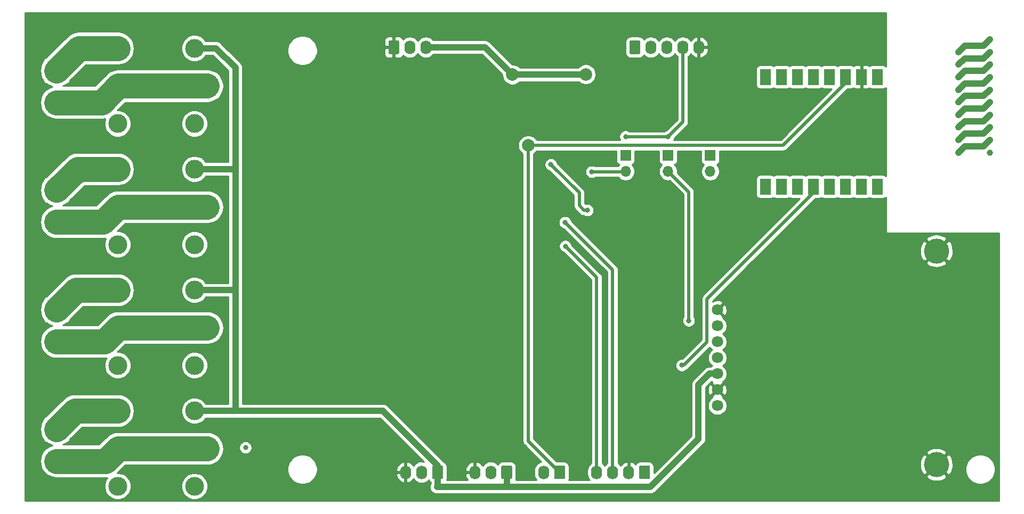
<source format=gbr>
%TF.GenerationSoftware,KiCad,Pcbnew,(5.1.9)-1*%
%TF.CreationDate,2021-07-20T21:45:38-05:00*%
%TF.ProjectId,Control de Gabinetes,436f6e74-726f-46c2-9064-652047616269,rev?*%
%TF.SameCoordinates,Original*%
%TF.FileFunction,Copper,L2,Bot*%
%TF.FilePolarity,Positive*%
%FSLAX46Y46*%
G04 Gerber Fmt 4.6, Leading zero omitted, Abs format (unit mm)*
G04 Created by KiCad (PCBNEW (5.1.9)-1) date 2021-07-20 21:45:38*
%MOMM*%
%LPD*%
G01*
G04 APERTURE LIST*
%TA.AperFunction,EtchedComponent*%
%ADD10C,1.000000*%
%TD*%
%TA.AperFunction,ComponentPad*%
%ADD11C,1.000000*%
%TD*%
%TA.AperFunction,ComponentPad*%
%ADD12C,3.000000*%
%TD*%
%TA.AperFunction,ComponentPad*%
%ADD13R,3.000000X3.000000*%
%TD*%
%TA.AperFunction,ComponentPad*%
%ADD14C,4.000000*%
%TD*%
%TA.AperFunction,ComponentPad*%
%ADD15C,1.800000*%
%TD*%
%TA.AperFunction,ComponentPad*%
%ADD16R,1.780000X2.500000*%
%TD*%
%TA.AperFunction,ComponentPad*%
%ADD17O,1.740000X2.190000*%
%TD*%
%TA.AperFunction,ComponentPad*%
%ADD18O,1.700000X1.700000*%
%TD*%
%TA.AperFunction,ComponentPad*%
%ADD19R,1.700000X1.700000*%
%TD*%
%TA.AperFunction,ViaPad*%
%ADD20C,0.800000*%
%TD*%
%TA.AperFunction,ViaPad*%
%ADD21C,2.000000*%
%TD*%
%TA.AperFunction,Conductor*%
%ADD22C,1.000000*%
%TD*%
%TA.AperFunction,Conductor*%
%ADD23C,0.500000*%
%TD*%
%TA.AperFunction,Conductor*%
%ADD24C,4.000000*%
%TD*%
%TA.AperFunction,Conductor*%
%ADD25C,0.254000*%
%TD*%
%TA.AperFunction,Conductor*%
%ADD26C,0.100000*%
%TD*%
G04 APERTURE END LIST*
D10*
%TO.C,AE1*%
X218900000Y-67900000D02*
X217900000Y-68900000D01*
X214900000Y-68900000D02*
X213900000Y-69900000D01*
X217900000Y-68900000D02*
X214900000Y-68900000D01*
X218900000Y-65900000D02*
X217900000Y-66900000D01*
X214900000Y-66900000D02*
X213900000Y-67900000D01*
X217900000Y-66900000D02*
X214900000Y-66900000D01*
X218900000Y-63900000D02*
X217900000Y-64900000D01*
X214900000Y-64900000D02*
X213900000Y-65900000D01*
X217900000Y-64900000D02*
X214900000Y-64900000D01*
X218900000Y-61900000D02*
X217900000Y-62900000D01*
X214900000Y-62900000D02*
X213900000Y-63900000D01*
X217900000Y-62900000D02*
X214900000Y-62900000D01*
X218900000Y-59900000D02*
X217900000Y-60900000D01*
X214900000Y-60900000D02*
X213900000Y-61900000D01*
X217900000Y-60900000D02*
X214900000Y-60900000D01*
X218900000Y-57900000D02*
X217900000Y-58900000D01*
X214900000Y-58900000D02*
X213900000Y-59900000D01*
X217900000Y-58900000D02*
X214900000Y-58900000D01*
X217900000Y-56900000D02*
X214900000Y-56900000D01*
X218900000Y-55900000D02*
X217900000Y-56900000D01*
X214900000Y-56900000D02*
X213900000Y-57900000D01*
X217900000Y-54900000D02*
X214900000Y-54900000D01*
X218900000Y-53900000D02*
X217900000Y-54900000D01*
X214900000Y-54900000D02*
X213900000Y-55900000D01*
X218900000Y-51900000D02*
X217900000Y-52900000D01*
X217900000Y-52900000D02*
X214900000Y-52900000D01*
X214900000Y-52900000D02*
X213900000Y-53900000D01*
%TD*%
D11*
%TO.P,AE1,*%
%TO.N,*%
X213900000Y-69900000D03*
X218900000Y-69900000D03*
X218900000Y-67900000D03*
X213900000Y-67900000D03*
X213900000Y-65900000D03*
X218900000Y-65900000D03*
X213900000Y-63900000D03*
X218900000Y-63900000D03*
X218900000Y-61900000D03*
X213900000Y-61900000D03*
X213900000Y-59900000D03*
X218900000Y-59900000D03*
X218900000Y-57900000D03*
X213900000Y-57900000D03*
X213900000Y-55900000D03*
X218900000Y-55900000D03*
X218900000Y-53900000D03*
X213900000Y-53900000D03*
X218900000Y-51900000D03*
%TD*%
D12*
%TO.P,J10,2*%
%TO.N,/actuadores/LINEA4*%
X70650000Y-119000000D03*
D13*
%TO.P,J10,1*%
%TO.N,/actuadores/LINEA4_CARGA*%
X70650000Y-113920000D03*
%TD*%
D12*
%TO.P,J9,2*%
%TO.N,/actuadores/LINEA3*%
X70650000Y-99976666D03*
D13*
%TO.P,J9,1*%
%TO.N,/actuadores/LINEA3_CARGA*%
X70650000Y-94896666D03*
%TD*%
D12*
%TO.P,J8,2*%
%TO.N,/actuadores/LINEA2*%
X70650000Y-80953333D03*
D13*
%TO.P,J8,1*%
%TO.N,/actuadores/LINEA2_CARGA*%
X70650000Y-75873333D03*
%TD*%
D12*
%TO.P,J7,2*%
%TO.N,/actuadores/LINEA1*%
X70650000Y-61930000D03*
D13*
%TO.P,J7,1*%
%TO.N,/actuadores/LINEA1_CARGA*%
X70650000Y-56850000D03*
%TD*%
D14*
%TO.P,U5,1*%
%TO.N,GND*%
X210400000Y-119550000D03*
X210400000Y-85550000D03*
D15*
%TO.P,U5,7*%
%TO.N,/SLEEP1*%
X175600000Y-110170000D03*
%TO.P,U5,6*%
%TO.N,GND*%
X175600000Y-107630000D03*
%TO.P,U5,5*%
%TO.N,+5V*%
X175600000Y-105090000D03*
%TO.P,U5,4*%
%TO.N,/comunicacion/POWERKEY*%
X175600000Y-102550000D03*
%TO.P,U5,3*%
%TO.N,/RX2*%
X175600000Y-100010000D03*
%TO.P,U5,2*%
%TO.N,/TX2*%
X175600000Y-97470000D03*
%TO.P,U5,1*%
%TO.N,GND*%
X175600000Y-94930000D03*
%TD*%
D12*
%TO.P,K1,11*%
%TO.N,/actuadores/LINEA1*%
X94550000Y-59300000D03*
%TO.P,K1,A2*%
%TO.N,Net-(D3-Pad2)*%
X92550000Y-65300000D03*
%TO.P,K1,12*%
%TO.N,Net-(K1-Pad12)*%
X80350000Y-65300000D03*
%TO.P,K1,14*%
%TO.N,/actuadores/LINEA1_CARGA*%
X80350000Y-53300000D03*
%TO.P,K1,A1*%
%TO.N,+5V*%
X92550000Y-53300000D03*
%TD*%
D16*
%TO.P,U4,16*%
%TO.N,/CS*%
X201025000Y-75325000D03*
%TO.P,U4,15*%
%TO.N,/MOSI*%
X198485000Y-75325000D03*
%TO.P,U4,14*%
%TO.N,/MISO*%
X195945000Y-75325000D03*
%TO.P,U4,13*%
%TO.N,/SCK*%
X193405000Y-75325000D03*
%TO.P,U4,12*%
%TO.N,/RESET_L*%
X190865000Y-75325000D03*
%TO.P,U4,11*%
%TO.N,Net-(U4-Pad11)*%
X188325000Y-75325000D03*
%TO.P,U4,10*%
%TO.N,Net-(U4-Pad10)*%
X185785000Y-75325000D03*
%TO.P,U4,9*%
%TO.N,Net-(U4-Pad9)*%
X183245000Y-75325000D03*
%TO.P,U4,8*%
%TO.N,Net-(U4-Pad8)*%
X183245000Y-57875000D03*
%TO.P,U4,7*%
%TO.N,Net-(U4-Pad7)*%
X185785000Y-57875000D03*
%TO.P,U4,6*%
%TO.N,/DIO0*%
X188325000Y-57875000D03*
%TO.P,U4,1*%
%TO.N,/comunicacion/ANT*%
X201025000Y-57875000D03*
%TO.P,U4,2*%
%TO.N,GND*%
X198485000Y-57875000D03*
%TO.P,U4,5*%
%TO.N,Net-(R14-Pad1)*%
X190865000Y-57875000D03*
%TO.P,U4,3*%
%TO.N,+3V3*%
X195945000Y-57875000D03*
%TO.P,U4,4*%
%TO.N,Net-(R13-Pad1)*%
X193405000Y-57875000D03*
%TD*%
D12*
%TO.P,K3,11*%
%TO.N,/actuadores/LINEA3*%
X94550000Y-97766666D03*
%TO.P,K3,A2*%
%TO.N,Net-(D5-Pad2)*%
X92550000Y-103766666D03*
%TO.P,K3,12*%
%TO.N,Net-(K3-Pad12)*%
X80350000Y-103766666D03*
%TO.P,K3,14*%
%TO.N,/actuadores/LINEA3_CARGA*%
X80350000Y-91766666D03*
%TO.P,K3,A1*%
%TO.N,+5V*%
X92550000Y-91766666D03*
%TD*%
D17*
%TO.P,J6,5*%
%TO.N,GND*%
X172655000Y-53150000D03*
%TO.P,J6,4*%
%TO.N,/esp32/DTR*%
X170115000Y-53150000D03*
%TO.P,J6,3*%
%TO.N,/esp32/RESET*%
X167575000Y-53150000D03*
%TO.P,J6,2*%
%TO.N,/esp32/RX*%
X165035000Y-53150000D03*
%TO.P,J6,1*%
%TO.N,/esp32/TX*%
%TA.AperFunction,ComponentPad*%
G36*
G01*
X161625000Y-53995001D02*
X161625000Y-52304999D01*
G75*
G02*
X161874999Y-52055000I249999J0D01*
G01*
X163115001Y-52055000D01*
G75*
G02*
X163365000Y-52304999I0J-249999D01*
G01*
X163365000Y-53995001D01*
G75*
G02*
X163115001Y-54245000I-249999J0D01*
G01*
X161874999Y-54245000D01*
G75*
G02*
X161625000Y-53995001I0J249999D01*
G01*
G37*
%TD.AperFunction*%
%TD*%
D18*
%TO.P,J13,2*%
%TO.N,/esp32/IO2*%
X161025000Y-72890000D03*
D19*
%TO.P,J13,1*%
%TO.N,Net-(J13-Pad1)*%
X161025000Y-70350000D03*
%TD*%
D18*
%TO.P,J12,2*%
%TO.N,/esp32/IO0*%
X167775000Y-72890000D03*
D19*
%TO.P,J12,1*%
%TO.N,Net-(J12-Pad1)*%
X167775000Y-70350000D03*
%TD*%
D18*
%TO.P,J11,2*%
%TO.N,/esp32/EN*%
X174475000Y-72890000D03*
D19*
%TO.P,J11,1*%
%TO.N,Net-(J11-Pad1)*%
X174475000Y-70350000D03*
%TD*%
D12*
%TO.P,K4,11*%
%TO.N,/actuadores/LINEA4*%
X94550000Y-117000000D03*
%TO.P,K4,A2*%
%TO.N,Net-(D6-Pad2)*%
X92550000Y-123000000D03*
%TO.P,K4,12*%
%TO.N,Net-(K4-Pad12)*%
X80350000Y-123000000D03*
%TO.P,K4,14*%
%TO.N,/actuadores/LINEA4_CARGA*%
X80350000Y-111000000D03*
%TO.P,K4,A1*%
%TO.N,+5V*%
X92550000Y-111000000D03*
%TD*%
%TO.P,K2,11*%
%TO.N,/actuadores/LINEA2*%
X94550000Y-78533333D03*
%TO.P,K2,A2*%
%TO.N,Net-(D4-Pad2)*%
X92550000Y-84533333D03*
%TO.P,K2,12*%
%TO.N,Net-(K2-Pad12)*%
X80350000Y-84533333D03*
%TO.P,K2,14*%
%TO.N,/actuadores/LINEA2_CARGA*%
X80350000Y-72533333D03*
%TO.P,K2,A1*%
%TO.N,+5V*%
X92550000Y-72533333D03*
%TD*%
D17*
%TO.P,J5,3*%
%TO.N,GND*%
X137063333Y-120775000D03*
%TO.P,J5,2*%
%TO.N,Net-(J5-Pad2)*%
X139603333Y-120775000D03*
%TO.P,J5,1*%
%TO.N,+5V*%
%TA.AperFunction,ComponentPad*%
G36*
G01*
X143013333Y-119929999D02*
X143013333Y-121620001D01*
G75*
G02*
X142763334Y-121870000I-249999J0D01*
G01*
X141523332Y-121870000D01*
G75*
G02*
X141273333Y-121620001I0J249999D01*
G01*
X141273333Y-119929999D01*
G75*
G02*
X141523332Y-119680000I249999J0D01*
G01*
X142763334Y-119680000D01*
G75*
G02*
X143013333Y-119929999I0J-249999D01*
G01*
G37*
%TD.AperFunction*%
%TD*%
%TO.P,J4,4*%
%TO.N,/SDA*%
X156420000Y-120775000D03*
%TO.P,J4,3*%
%TO.N,/SCL*%
X158960000Y-120775000D03*
%TO.P,J4,2*%
%TO.N,GND*%
X161500000Y-120775000D03*
%TO.P,J4,1*%
%TO.N,+3V3*%
%TA.AperFunction,ComponentPad*%
G36*
G01*
X164910000Y-119929999D02*
X164910000Y-121620001D01*
G75*
G02*
X164660001Y-121870000I-249999J0D01*
G01*
X163419999Y-121870000D01*
G75*
G02*
X163170000Y-121620001I0J249999D01*
G01*
X163170000Y-119929999D01*
G75*
G02*
X163419999Y-119680000I249999J0D01*
G01*
X164660001Y-119680000D01*
G75*
G02*
X164910000Y-119929999I0J-249999D01*
G01*
G37*
%TD.AperFunction*%
%TD*%
%TO.P,J3,3*%
%TO.N,GND*%
X126085000Y-120775000D03*
%TO.P,J3,2*%
%TO.N,Net-(J3-Pad2)*%
X128625000Y-120775000D03*
%TO.P,J3,1*%
%TO.N,+5V*%
%TA.AperFunction,ComponentPad*%
G36*
G01*
X132035000Y-119929999D02*
X132035000Y-121620001D01*
G75*
G02*
X131785001Y-121870000I-249999J0D01*
G01*
X130544999Y-121870000D01*
G75*
G02*
X130295000Y-121620001I0J249999D01*
G01*
X130295000Y-119929999D01*
G75*
G02*
X130544999Y-119680000I249999J0D01*
G01*
X131785001Y-119680000D01*
G75*
G02*
X132035000Y-119929999I0J-249999D01*
G01*
G37*
%TD.AperFunction*%
%TD*%
%TO.P,J2,2*%
%TO.N,/S_APERTURA*%
X148011666Y-120775000D03*
%TO.P,J2,1*%
%TO.N,+3V3*%
%TA.AperFunction,ComponentPad*%
G36*
G01*
X151421666Y-119929999D02*
X151421666Y-121620001D01*
G75*
G02*
X151171667Y-121870000I-249999J0D01*
G01*
X149931665Y-121870000D01*
G75*
G02*
X149681666Y-121620001I0J249999D01*
G01*
X149681666Y-119929999D01*
G75*
G02*
X149931665Y-119680000I249999J0D01*
G01*
X151171667Y-119680000D01*
G75*
G02*
X151421666Y-119929999I0J-249999D01*
G01*
G37*
%TD.AperFunction*%
%TD*%
%TO.P,J1,3*%
%TO.N,+12V*%
X129290000Y-53150000D03*
%TO.P,J1,2*%
%TO.N,Net-(J1-Pad2)*%
X126750000Y-53150000D03*
%TO.P,J1,1*%
%TO.N,GND*%
%TA.AperFunction,ComponentPad*%
G36*
G01*
X123340000Y-53995001D02*
X123340000Y-52304999D01*
G75*
G02*
X123589999Y-52055000I249999J0D01*
G01*
X124830001Y-52055000D01*
G75*
G02*
X125080000Y-52304999I0J-249999D01*
G01*
X125080000Y-53995001D01*
G75*
G02*
X124830001Y-54245000I-249999J0D01*
G01*
X123589999Y-54245000D01*
G75*
G02*
X123340000Y-53995001I0J249999D01*
G01*
G37*
%TD.AperFunction*%
%TD*%
D20*
%TO.N,GND*%
X175000000Y-120000000D03*
X177500000Y-120000000D03*
X180000000Y-120000000D03*
X182500000Y-120000000D03*
X185000000Y-120000000D03*
X187500000Y-120000000D03*
X190000000Y-120000000D03*
X192500000Y-120000000D03*
X195000000Y-120000000D03*
X197500000Y-120000000D03*
X200000000Y-120000000D03*
X202500000Y-120000000D03*
X205000000Y-120000000D03*
X205000000Y-117500000D03*
X200000000Y-117500000D03*
X202500000Y-117500000D03*
X197500000Y-117500000D03*
X195000000Y-117500000D03*
X192500000Y-117500000D03*
X190000000Y-117500000D03*
X187500000Y-117500000D03*
X185000000Y-117500000D03*
X182500000Y-117500000D03*
X180000000Y-117500000D03*
X177500000Y-117500000D03*
X175000000Y-117500000D03*
X172500000Y-120000000D03*
X170000000Y-122500000D03*
X172500000Y-122500000D03*
X175000000Y-122500000D03*
X177500000Y-122500000D03*
X180000000Y-122500000D03*
X182500000Y-122500000D03*
X185000000Y-122500000D03*
X187500000Y-122500000D03*
X190000000Y-122500000D03*
X192500000Y-122500000D03*
X195000000Y-122500000D03*
X197500000Y-122500000D03*
X200000000Y-122500000D03*
X202500000Y-122500000D03*
X205000000Y-122500000D03*
X207500000Y-122500000D03*
X210000000Y-122500000D03*
X210000000Y-125000000D03*
X207500000Y-125000000D03*
X205000000Y-125000000D03*
X202500000Y-125000000D03*
X200000000Y-125000000D03*
X197500000Y-125000000D03*
X192500000Y-125000000D03*
X195000000Y-125000000D03*
X190000000Y-125000000D03*
X187500000Y-125000000D03*
X185000000Y-125000000D03*
X182500000Y-125000000D03*
X180000000Y-125000000D03*
X177500000Y-125000000D03*
X175000000Y-125000000D03*
X172500000Y-125000000D03*
X170000000Y-125000000D03*
X167500000Y-125000000D03*
X175000000Y-115000000D03*
X177500000Y-115000000D03*
X180000000Y-115000000D03*
X182500000Y-115000000D03*
X185000000Y-115000000D03*
X187500000Y-115000000D03*
X190000000Y-115000000D03*
X192500000Y-115000000D03*
X195000000Y-115000000D03*
X197500000Y-115000000D03*
X200000000Y-115000000D03*
X202500000Y-115000000D03*
X205000000Y-115000000D03*
X207500000Y-115000000D03*
X210000000Y-115000000D03*
X212500000Y-115000000D03*
X212500000Y-112500000D03*
X210000000Y-112500000D03*
X207500000Y-112500000D03*
X205000000Y-112500000D03*
X202500000Y-112500000D03*
X200000000Y-112500000D03*
X197500000Y-112500000D03*
X195000000Y-112500000D03*
X192500000Y-112500000D03*
X190000000Y-112500000D03*
X192500000Y-110000000D03*
X195000000Y-110000000D03*
X200000000Y-110000000D03*
X197500000Y-110000000D03*
X202500000Y-110000000D03*
X207500000Y-110000000D03*
X205000000Y-110000000D03*
X210000000Y-110000000D03*
X212500000Y-110000000D03*
X215000000Y-115000000D03*
X217500000Y-115000000D03*
X220000000Y-115000000D03*
X220000000Y-112500000D03*
X217500000Y-112500000D03*
X215000000Y-112500000D03*
X215000000Y-110000000D03*
X217500000Y-110000000D03*
X220000000Y-110000000D03*
X220000000Y-107500000D03*
X217500000Y-107500000D03*
X215000000Y-107500000D03*
X212500000Y-107500000D03*
X210000000Y-107500000D03*
X207500000Y-107500000D03*
X205000000Y-107500000D03*
X202500000Y-107500000D03*
X200000000Y-107500000D03*
X197500000Y-107500000D03*
X195000000Y-107500000D03*
X197500000Y-105000000D03*
X200000000Y-105000000D03*
X202500000Y-105000000D03*
X202500000Y-105000000D03*
X205000000Y-105000000D03*
X207500000Y-105000000D03*
X210000000Y-105000000D03*
X212500000Y-105000000D03*
X215000000Y-105000000D03*
X217500000Y-105000000D03*
X220000000Y-105000000D03*
X220000000Y-102500000D03*
X217500000Y-102500000D03*
X215000000Y-102500000D03*
X212500000Y-102500000D03*
X210000000Y-102500000D03*
X207500000Y-102500000D03*
X205000000Y-102500000D03*
X202500000Y-102500000D03*
X200000000Y-102500000D03*
X202500000Y-100000000D03*
X205000000Y-100000000D03*
X207500000Y-100000000D03*
X210000000Y-100000000D03*
X212500000Y-100000000D03*
X215000000Y-100000000D03*
X217500000Y-100000000D03*
X220000000Y-100000000D03*
X220000000Y-97500000D03*
X217500000Y-97500000D03*
X215000000Y-97500000D03*
X212500000Y-97500000D03*
X210000000Y-97500000D03*
X207500000Y-97500000D03*
X205000000Y-97500000D03*
X205000000Y-95000000D03*
X207500000Y-95000000D03*
X210000000Y-95000000D03*
X212500000Y-95000000D03*
X215000000Y-95000000D03*
X217500000Y-95000000D03*
X217500000Y-95000000D03*
X220000000Y-92500000D03*
X220000000Y-95000000D03*
X217500000Y-92500000D03*
X215000000Y-92500000D03*
X212500000Y-92500000D03*
X210000000Y-92500000D03*
X207500000Y-92500000D03*
X205000000Y-92500000D03*
X205000000Y-90000000D03*
X207500000Y-90000000D03*
X210000000Y-90000000D03*
X210000000Y-90000000D03*
X212500000Y-90000000D03*
X215000000Y-90000000D03*
X217500000Y-90000000D03*
X220000000Y-90000000D03*
X220000000Y-87500000D03*
X217500000Y-87500000D03*
X215000000Y-87500000D03*
X212500000Y-87500000D03*
X207500000Y-87500000D03*
X205000000Y-87500000D03*
X205000000Y-85000000D03*
X207500000Y-85000000D03*
X215000000Y-85000000D03*
X217500000Y-85000000D03*
X220000000Y-85000000D03*
X200000000Y-85000000D03*
X200000000Y-87500000D03*
X200000000Y-90000000D03*
X200000000Y-92500000D03*
X200000000Y-95000000D03*
X200000000Y-97500000D03*
X197500000Y-100000000D03*
X195000000Y-102500000D03*
X195000000Y-100000000D03*
X195000000Y-97500000D03*
X197500000Y-97500000D03*
X195000000Y-95000000D03*
X197500000Y-95000000D03*
X195000000Y-92500000D03*
X197500000Y-92500000D03*
X195000000Y-90000000D03*
X197500000Y-90000000D03*
X195000000Y-87500000D03*
X197500000Y-87500000D03*
X197500000Y-85000000D03*
X195000000Y-85000000D03*
X197500000Y-82500000D03*
X200000000Y-82500000D03*
X200000000Y-80000000D03*
X195000000Y-80000000D03*
X192500000Y-80000000D03*
X190000000Y-80000000D03*
X190000000Y-82500000D03*
X192500000Y-82500000D03*
X187500000Y-82500000D03*
X187500000Y-85000000D03*
X190000000Y-85000000D03*
X187500000Y-87500000D03*
X185000000Y-87500000D03*
X185000000Y-85000000D03*
X182500000Y-87500000D03*
X192500000Y-87500000D03*
X192500000Y-90000000D03*
X190000000Y-90000000D03*
X192500000Y-92500000D03*
X190000000Y-92500000D03*
X192500000Y-95000000D03*
X190000000Y-95000000D03*
X192500000Y-97500000D03*
X190000000Y-97500000D03*
X192500000Y-100000000D03*
X190000000Y-100000000D03*
X187500000Y-100000000D03*
X187500000Y-97500000D03*
X187500000Y-95000000D03*
X187500000Y-92500000D03*
X185000000Y-92500000D03*
X185000000Y-95000000D03*
X185000000Y-97500000D03*
X185000000Y-100000000D03*
X182500000Y-100000000D03*
X182500000Y-97500000D03*
X182500000Y-95000000D03*
X182500000Y-92500000D03*
X180000000Y-92500000D03*
X180000000Y-95000000D03*
X180000000Y-97500000D03*
X180000000Y-100000000D03*
X177500000Y-100000000D03*
X177500000Y-97500000D03*
X177500000Y-95000000D03*
X177500000Y-92500000D03*
X180000000Y-105000000D03*
X177500000Y-105000000D03*
X182500000Y-105000000D03*
X187500000Y-105000000D03*
X185000000Y-107500000D03*
X182500000Y-110000000D03*
X182500000Y-107500000D03*
X180000000Y-107500000D03*
X180000000Y-110000000D03*
X177500000Y-110000000D03*
X177500000Y-107500000D03*
X167500000Y-117500000D03*
X170000000Y-115000000D03*
X170000000Y-112500000D03*
X170000000Y-110000000D03*
X170000000Y-107500000D03*
X167500000Y-107500000D03*
X167500000Y-110000000D03*
X167500000Y-112500000D03*
X167500000Y-115000000D03*
X165000000Y-115000000D03*
X165000000Y-112500000D03*
X165000000Y-110000000D03*
X165000000Y-107500000D03*
X162500000Y-107500000D03*
X162500000Y-110000000D03*
X162500000Y-112500000D03*
X162500000Y-115000000D03*
X152500000Y-110000000D03*
X155000000Y-107500000D03*
X155000000Y-110000000D03*
X152500000Y-112500000D03*
X150000000Y-115000000D03*
X150000000Y-112500000D03*
X150000000Y-110000000D03*
X150000000Y-107500000D03*
X152500000Y-107500000D03*
X147500000Y-107500000D03*
X147500000Y-110000000D03*
X170000000Y-100000000D03*
X167500000Y-100000000D03*
X165000000Y-100000000D03*
X162500000Y-100000000D03*
X155000000Y-100000000D03*
X152500000Y-100000000D03*
X150000000Y-100000000D03*
X150000000Y-97500000D03*
X147500000Y-97500000D03*
X145000000Y-120000000D03*
X145000000Y-117500000D03*
X142500000Y-115000000D03*
X142500000Y-112500000D03*
X142500000Y-110000000D03*
X142500000Y-107500000D03*
X142500000Y-102500000D03*
X140000000Y-102500000D03*
X137500000Y-102500000D03*
X135000000Y-102500000D03*
X132500000Y-102500000D03*
X137500000Y-107500000D03*
X135000000Y-112500000D03*
X137500000Y-112500000D03*
X137500000Y-115000000D03*
X135000000Y-115000000D03*
X132500000Y-115000000D03*
X132500000Y-112500000D03*
X132500000Y-110000000D03*
X127500000Y-105000000D03*
X125000000Y-110000000D03*
X132500000Y-117500000D03*
X137500000Y-117500000D03*
X135000000Y-117500000D03*
X142500000Y-117500000D03*
X122500000Y-115000000D03*
X125000000Y-117500000D03*
X122500000Y-117500000D03*
X122500000Y-120000000D03*
X122500000Y-122500000D03*
X122500000Y-125000000D03*
X125000000Y-125000000D03*
X127500000Y-125000000D03*
X130000000Y-125000000D03*
X132500000Y-125000000D03*
X135000000Y-125000000D03*
X137500000Y-125000000D03*
X140000000Y-125000000D03*
X142500000Y-125000000D03*
X145000000Y-125000000D03*
X147500000Y-125000000D03*
X150000000Y-125000000D03*
X152500000Y-125000000D03*
X155000000Y-125000000D03*
X157500000Y-125000000D03*
X160000000Y-125000000D03*
X162500000Y-125000000D03*
X165000000Y-125000000D03*
X120000000Y-125000000D03*
X120000000Y-122500000D03*
X120000000Y-120000000D03*
X120000000Y-117500000D03*
X120000000Y-115000000D03*
X120000000Y-112500000D03*
X117500000Y-115000000D03*
X117500000Y-117500000D03*
X117500000Y-120000000D03*
X117500000Y-122500000D03*
X117500000Y-125000000D03*
X115000000Y-125000000D03*
X115000000Y-122500000D03*
X115000000Y-120000000D03*
X115000000Y-117500000D03*
X115000000Y-115000000D03*
X112500000Y-115000000D03*
X112500000Y-117500000D03*
X112500000Y-120000000D03*
X112500000Y-122500000D03*
X112500000Y-125000000D03*
X110000000Y-125000000D03*
X107500000Y-125000000D03*
X107500000Y-122500000D03*
X105000000Y-122500000D03*
X105000000Y-125000000D03*
X105000000Y-120000000D03*
X105000000Y-117500000D03*
X107500000Y-117500000D03*
X110000000Y-117500000D03*
X107500000Y-115000000D03*
X105000000Y-115000000D03*
X107500000Y-112500000D03*
X105000000Y-112500000D03*
X102500000Y-112500000D03*
X102500000Y-115000000D03*
X102500000Y-117500000D03*
X102500000Y-120000000D03*
X102500000Y-122500000D03*
X102500000Y-125000000D03*
X100000000Y-125000000D03*
X100000000Y-122500000D03*
X97500000Y-125000000D03*
X97500000Y-120000000D03*
X97500000Y-117500000D03*
X97500000Y-115000000D03*
X97500000Y-112500000D03*
X95000000Y-125000000D03*
X90000000Y-125000000D03*
X87500000Y-125000000D03*
X87500000Y-125000000D03*
X85000000Y-125000000D03*
X82500000Y-125000000D03*
X85000000Y-122500000D03*
X85000000Y-122500000D03*
X87500000Y-122500000D03*
X90000000Y-122500000D03*
X90000000Y-120000000D03*
X92500000Y-120000000D03*
X95000000Y-120000000D03*
X87500000Y-120000000D03*
X85000000Y-120000000D03*
X82500000Y-120000000D03*
X77500000Y-122500000D03*
X75000000Y-122500000D03*
X75000000Y-125000000D03*
X72500000Y-125000000D03*
X72500000Y-122500000D03*
X77500000Y-125000000D03*
X70000000Y-122500000D03*
X70000000Y-125000000D03*
X67500000Y-125000000D03*
X67500000Y-122500000D03*
X67500000Y-120000000D03*
X67500000Y-117500000D03*
X67500000Y-115000000D03*
X67500000Y-112500000D03*
X67500000Y-110000000D03*
X70000000Y-110000000D03*
X67500000Y-107500000D03*
X70000000Y-107500000D03*
X72500000Y-107500000D03*
X75000000Y-107500000D03*
X75000000Y-105000000D03*
X72500000Y-105000000D03*
X70000000Y-105000000D03*
X67500000Y-105000000D03*
X77500000Y-107500000D03*
X80000000Y-107500000D03*
X82500000Y-107500000D03*
X85000000Y-107500000D03*
X90000000Y-107500000D03*
X92500000Y-107500000D03*
X95000000Y-107500000D03*
X97500000Y-107500000D03*
X87500000Y-105000000D03*
X85000000Y-105000000D03*
X85000000Y-102500000D03*
X87500000Y-102500000D03*
X90000000Y-102500000D03*
X82500000Y-102500000D03*
X67500000Y-102500000D03*
X67500000Y-100000000D03*
X67500000Y-97500000D03*
X67500000Y-95000000D03*
X67500000Y-92500000D03*
X67500000Y-90000000D03*
X70000000Y-90000000D03*
X70000000Y-87500000D03*
X67500000Y-87500000D03*
X67500000Y-85000000D03*
X70000000Y-85000000D03*
X72500000Y-85000000D03*
X75000000Y-85000000D03*
X75000000Y-87500000D03*
X72500000Y-87500000D03*
X77500000Y-87500000D03*
X80000000Y-87500000D03*
X82500000Y-87500000D03*
X85000000Y-87500000D03*
X90000000Y-87500000D03*
X87500000Y-87500000D03*
X92500000Y-87500000D03*
X95000000Y-87500000D03*
X97500000Y-87500000D03*
X97500000Y-90000000D03*
X95000000Y-90000000D03*
X90000000Y-90000000D03*
X87500000Y-90000000D03*
X85000000Y-90000000D03*
X85000000Y-92500000D03*
X87500000Y-92500000D03*
X87500000Y-112500000D03*
X87500000Y-110000000D03*
X85000000Y-110000000D03*
X85000000Y-112500000D03*
X87500000Y-85000000D03*
X85000000Y-85000000D03*
X85000000Y-82500000D03*
X87500000Y-82500000D03*
X90000000Y-82500000D03*
X82500000Y-82500000D03*
X87500000Y-75000000D03*
X85000000Y-75000000D03*
X85000000Y-72500000D03*
X87500000Y-72500000D03*
X95000000Y-70000000D03*
X92500000Y-70000000D03*
X90000000Y-70000000D03*
X87500000Y-70000000D03*
X85000000Y-70000000D03*
X82500000Y-70000000D03*
X70000000Y-70000000D03*
X72500000Y-70000000D03*
X67500000Y-70000000D03*
X67500000Y-72500000D03*
X67500000Y-75000000D03*
X67500000Y-77500000D03*
X67500000Y-80000000D03*
X67500000Y-82500000D03*
X67500000Y-67500000D03*
X70000000Y-67500000D03*
X72500000Y-67500000D03*
X75000000Y-67500000D03*
X77500000Y-67500000D03*
X77500000Y-65000000D03*
X75000000Y-65000000D03*
X72500000Y-65000000D03*
X67500000Y-65000000D03*
X70000000Y-65000000D03*
X82500000Y-67500000D03*
X85000000Y-67500000D03*
X87500000Y-67500000D03*
X87500000Y-67500000D03*
X90000000Y-67500000D03*
X95000000Y-67500000D03*
X97500000Y-62500000D03*
X95000000Y-62500000D03*
X92500000Y-62500000D03*
X90000000Y-62500000D03*
X87500000Y-62500000D03*
X85000000Y-62500000D03*
X82500000Y-62500000D03*
X85000000Y-65000000D03*
X87500000Y-65000000D03*
X97500000Y-60000000D03*
X97500000Y-57500000D03*
X95000000Y-55000000D03*
X90000000Y-55000000D03*
X87500000Y-55000000D03*
X85000000Y-55000000D03*
X85000000Y-52500000D03*
X87500000Y-52500000D03*
X95000000Y-50000000D03*
X92500000Y-50000000D03*
X90000000Y-50000000D03*
X87500000Y-50000000D03*
X85000000Y-50000000D03*
X82500000Y-50000000D03*
X80000000Y-50000000D03*
X77500000Y-50000000D03*
X75000000Y-50000000D03*
X72500000Y-50000000D03*
X70000000Y-50000000D03*
X67500000Y-50000000D03*
X67500000Y-52500000D03*
X70000000Y-52500000D03*
X97500000Y-50000000D03*
X100000000Y-50000000D03*
X102500000Y-50000000D03*
X105000000Y-50000000D03*
X105000000Y-52500000D03*
X102500000Y-52500000D03*
X100000000Y-52500000D03*
X102500000Y-55000000D03*
X105000000Y-55000000D03*
X105000000Y-57500000D03*
X105000000Y-60000000D03*
X107500000Y-60000000D03*
X107500000Y-57500000D03*
X110000000Y-57500000D03*
X112500000Y-57500000D03*
X115000000Y-57500000D03*
X117500000Y-57500000D03*
X112500000Y-60000000D03*
X110000000Y-60000000D03*
X115000000Y-55000000D03*
X117500000Y-55000000D03*
X117500000Y-52500000D03*
X115000000Y-52500000D03*
X115000000Y-50000000D03*
X112500000Y-50000000D03*
X117500000Y-50000000D03*
X120000000Y-50000000D03*
X122500000Y-57500000D03*
X122500000Y-60000000D03*
X125000000Y-60000000D03*
X125000000Y-57500000D03*
X127500000Y-57500000D03*
X127500000Y-60000000D03*
X120000000Y-60000000D03*
X122500000Y-62500000D03*
X125000000Y-62500000D03*
X127500000Y-62500000D03*
X130000000Y-62500000D03*
X130000000Y-65000000D03*
X127500000Y-65000000D03*
X125000000Y-65000000D03*
X122500000Y-65000000D03*
X122500000Y-67500000D03*
X125000000Y-67500000D03*
X127500000Y-67500000D03*
X130000000Y-67500000D03*
X132500000Y-67500000D03*
X135000000Y-67500000D03*
X137500000Y-67500000D03*
X137500000Y-70000000D03*
X135000000Y-70000000D03*
X132500000Y-70000000D03*
X130000000Y-70000000D03*
X127500000Y-70000000D03*
X125000000Y-70000000D03*
X125000000Y-70000000D03*
X125000000Y-72500000D03*
X127500000Y-72500000D03*
X130000000Y-72500000D03*
X132500000Y-72500000D03*
X135000000Y-72500000D03*
X137500000Y-72500000D03*
X140000000Y-72500000D03*
X137500000Y-75000000D03*
X135000000Y-75000000D03*
X132500000Y-75000000D03*
X130000000Y-75000000D03*
X117500000Y-75000000D03*
X115000000Y-75000000D03*
X112500000Y-75000000D03*
X107500000Y-75000000D03*
X107500000Y-72500000D03*
X105000000Y-72500000D03*
X105000000Y-75000000D03*
X102500000Y-75000000D03*
X102500000Y-72500000D03*
X102500000Y-75000000D03*
X142500000Y-80000000D03*
X142500000Y-77500000D03*
X140000000Y-80000000D03*
X142500000Y-82500000D03*
X132500000Y-82500000D03*
X132500000Y-85000000D03*
X132500000Y-87500000D03*
X132500000Y-90000000D03*
X137500000Y-90000000D03*
X142500000Y-90000000D03*
X142500000Y-87500000D03*
X142500000Y-85000000D03*
X142500000Y-92500000D03*
X140000000Y-92500000D03*
X137500000Y-92500000D03*
X135000000Y-92500000D03*
X132500000Y-92500000D03*
X177500000Y-80000000D03*
X182500000Y-80000000D03*
X180000000Y-80000000D03*
X182500000Y-80000000D03*
X185000000Y-80000000D03*
X180000000Y-85000000D03*
X177500000Y-85000000D03*
X182500000Y-82500000D03*
X180000000Y-82500000D03*
X177500000Y-82500000D03*
X175000000Y-82500000D03*
X172500000Y-85000000D03*
X175000000Y-85000000D03*
X175000000Y-87500000D03*
X172500000Y-87500000D03*
X175000000Y-87500000D03*
X177500000Y-87500000D03*
X155000000Y-95000000D03*
X155000000Y-95000000D03*
X197500000Y-70000000D03*
X195000000Y-70000000D03*
X192500000Y-70000000D03*
X187500000Y-70000000D03*
X185000000Y-70000000D03*
X182500000Y-70000000D03*
X195000000Y-67500000D03*
X192500000Y-67500000D03*
X190000000Y-67500000D03*
X192500000Y-65000000D03*
X197500000Y-65000000D03*
X200000000Y-67500000D03*
X200000000Y-65000000D03*
X200000000Y-62500000D03*
X197500000Y-62500000D03*
X195000000Y-62500000D03*
X187500000Y-62500000D03*
X185000000Y-62500000D03*
X182500000Y-62500000D03*
X182500000Y-65000000D03*
X185000000Y-65000000D03*
X187500000Y-65000000D03*
X185000000Y-67500000D03*
X182500000Y-67500000D03*
X177500000Y-72500000D03*
X177500000Y-70000000D03*
X177500000Y-67500000D03*
X180000000Y-62500000D03*
X180000000Y-65000000D03*
X180000000Y-67500000D03*
X180000000Y-60000000D03*
X177500000Y-60000000D03*
X177500000Y-62500000D03*
X177500000Y-57500000D03*
X177500000Y-55000000D03*
X180000000Y-55000000D03*
X182500000Y-55000000D03*
X185000000Y-55000000D03*
X182500000Y-52500000D03*
X180000000Y-52500000D03*
X177500000Y-52500000D03*
X185000000Y-50000000D03*
X182500000Y-50000000D03*
X180000000Y-50000000D03*
X177500000Y-50000000D03*
X175000000Y-50000000D03*
X160000000Y-50000000D03*
X165000000Y-50000000D03*
X162500000Y-50000000D03*
X170000000Y-50000000D03*
X172500000Y-50000000D03*
X155000000Y-70000000D03*
X152500000Y-70000000D03*
X150000000Y-70000000D03*
X147500000Y-70000000D03*
X165000000Y-72500000D03*
X165000000Y-70000000D03*
X165000000Y-75000000D03*
X162500000Y-80000000D03*
X160000000Y-80000000D03*
X122500000Y-102500000D03*
X122500000Y-100000000D03*
X122500000Y-97500000D03*
X120000000Y-97500000D03*
X120000000Y-100000000D03*
X120000000Y-102500000D03*
X107500000Y-102500000D03*
X105000000Y-102500000D03*
X102500000Y-102500000D03*
X105000000Y-100000000D03*
X102500000Y-100000000D03*
X107500000Y-100000000D03*
X110000000Y-100000000D03*
X112500000Y-102500000D03*
X105000000Y-92500000D03*
X115000000Y-95000000D03*
X117500000Y-92500000D03*
X112500000Y-97500000D03*
X112500000Y-92500000D03*
X107500000Y-87500000D03*
X110000000Y-87500000D03*
X105000000Y-87500000D03*
X102500000Y-87500000D03*
X102500000Y-90000000D03*
X97500000Y-95000000D03*
X97500000Y-97500000D03*
X97500000Y-100000000D03*
X95000000Y-102500000D03*
X105000000Y-85000000D03*
X107500000Y-85000000D03*
X120000000Y-87500000D03*
X122500000Y-87500000D03*
X122500000Y-85000000D03*
X120000000Y-85000000D03*
X120000000Y-82500000D03*
X127500000Y-82500000D03*
X120000000Y-72500000D03*
X120000000Y-70000000D03*
X130000000Y-100000000D03*
X162500000Y-95000000D03*
X165000000Y-60000000D03*
X165000000Y-62500000D03*
X172500000Y-67500000D03*
X172500000Y-70000000D03*
X170000000Y-70000000D03*
X170000000Y-72500000D03*
X172500000Y-72500000D03*
X172500000Y-75000000D03*
X167500000Y-75000000D03*
X167500000Y-77500000D03*
X160000000Y-75000000D03*
X162500000Y-75000000D03*
X155000000Y-77500000D03*
X150000000Y-77500000D03*
X152500000Y-77500000D03*
X200000000Y-50000000D03*
X197500000Y-50000000D03*
X192500000Y-50000000D03*
X185000000Y-52500000D03*
X200000000Y-52500000D03*
X197500000Y-55000000D03*
X172500000Y-65000000D03*
X151000000Y-67000000D03*
X151000000Y-64000000D03*
X144000000Y-63000000D03*
X165000000Y-86000000D03*
X163000000Y-86000000D03*
X161000000Y-86000000D03*
X159000000Y-86000000D03*
X150000000Y-86000000D03*
X153000000Y-94000000D03*
X138000000Y-82000000D03*
X142000000Y-71000000D03*
X135000000Y-77000000D03*
X133000000Y-77000000D03*
X147000000Y-67000000D03*
X145000000Y-59000000D03*
X144000000Y-55000000D03*
X144000000Y-53000000D03*
X144000000Y-51000000D03*
X163000000Y-61000000D03*
X172000000Y-62000000D03*
X171000000Y-67000000D03*
X157125000Y-77450000D03*
X158100000Y-75625000D03*
X212500000Y-125000000D03*
X215000000Y-125000000D03*
X217500000Y-125000000D03*
X220000000Y-125000000D03*
X215000000Y-122500000D03*
X212500000Y-122500000D03*
X152500000Y-117500000D03*
X155000000Y-117500000D03*
X152500000Y-120000000D03*
X107500000Y-105000000D03*
X105000000Y-105000000D03*
X102500000Y-107500000D03*
X162300000Y-56200000D03*
X164900000Y-56200000D03*
X174300000Y-55500000D03*
X115200000Y-108700000D03*
X116900000Y-106800000D03*
X113300000Y-108300000D03*
X115500000Y-101400000D03*
X117100000Y-94600000D03*
X117300000Y-83200000D03*
X116200000Y-79900000D03*
X114500000Y-81300000D03*
X112700000Y-83600000D03*
X106100000Y-78700000D03*
X96500000Y-82200000D03*
X95200000Y-74800000D03*
X114700000Y-67800000D03*
X116400000Y-66100000D03*
X132300000Y-58800000D03*
X132300000Y-56900000D03*
X153700000Y-71600000D03*
X150600000Y-82900000D03*
X198800000Y-72200000D03*
X171700000Y-59400000D03*
X75600000Y-95700000D03*
X75700000Y-114300000D03*
X75800000Y-76500000D03*
X75700000Y-57500000D03*
D21*
%TO.N,+12V*%
X143050000Y-57500000D03*
X154699990Y-57450000D03*
%TO.N,+3V3*%
X145550000Y-68750000D03*
D20*
%TO.N,/SDA*%
X151450000Y-84800000D03*
%TO.N,/SCL*%
X151400000Y-81000000D03*
%TO.N,/RESET_L*%
X169950000Y-103750010D03*
%TO.N,Net-(D6-Pad2)*%
X100650000Y-116850000D03*
%TO.N,/esp32/DTR*%
X167750001Y-67400000D03*
X161025001Y-67350000D03*
%TO.N,/actuadores/LINEA1_CARGA*%
X80350000Y-53300000D03*
%TO.N,/esp32/EN*%
X149150000Y-71804714D03*
X154950000Y-79075000D03*
%TO.N,/esp32/IO0*%
X171050000Y-96650000D03*
%TO.N,/esp32/IO2*%
X155654714Y-72954714D03*
%TD*%
D22*
%TO.N,+12V*%
X138700000Y-53150000D02*
X143050000Y-57500000D01*
X129290000Y-53150000D02*
X138700000Y-53150000D01*
X154649990Y-57500000D02*
X154699990Y-57450000D01*
X143050000Y-57500000D02*
X154649990Y-57500000D01*
%TO.N,+5V*%
X92550000Y-53300000D02*
X95950000Y-53300000D01*
X95950000Y-53300000D02*
X99050000Y-56400000D01*
X92550000Y-111000000D02*
X98800000Y-111000000D01*
X98800000Y-111000000D02*
X99050000Y-110750000D01*
X98883334Y-91766666D02*
X99050000Y-91600000D01*
X92550000Y-91766666D02*
X98883334Y-91766666D01*
X99050000Y-91600000D02*
X99050000Y-110750000D01*
X98733333Y-72533333D02*
X99050000Y-72850000D01*
X92550000Y-72533333D02*
X98733333Y-72533333D01*
X99050000Y-72850000D02*
X99050000Y-91600000D01*
X99050000Y-56400000D02*
X99050000Y-72850000D01*
X131165000Y-120775000D02*
X131165000Y-122985000D01*
X131165000Y-122985000D02*
X131050000Y-123100000D01*
X142143333Y-122943333D02*
X142300000Y-123100000D01*
X142300000Y-123100000D02*
X164947784Y-123100000D01*
X142143333Y-120775000D02*
X142143333Y-122943333D01*
X131050000Y-123100000D02*
X142300000Y-123100000D01*
X164947784Y-123100000D02*
X172600000Y-115447784D01*
X174327208Y-105090000D02*
X175600000Y-105090000D01*
X172600000Y-106817208D02*
X174327208Y-105090000D01*
X172600000Y-115447784D02*
X172600000Y-106817208D01*
X131165000Y-119680000D02*
X131165000Y-120775000D01*
X122485000Y-111000000D02*
X131165000Y-119680000D01*
X98800000Y-111000000D02*
X122485000Y-111000000D01*
D23*
%TO.N,+3V3*%
X186020003Y-68749999D02*
X162475001Y-68749999D01*
X195945000Y-58825002D02*
X186020003Y-68749999D01*
X195945000Y-58455000D02*
X195945000Y-58825002D01*
X162475001Y-68749999D02*
X145550001Y-68749999D01*
X145550001Y-68749999D02*
X145550000Y-68750000D01*
X145550000Y-115773334D02*
X145638333Y-115861667D01*
X145550000Y-68750000D02*
X145550000Y-115773334D01*
X150551666Y-120775000D02*
X145638333Y-115861667D01*
%TO.N,/SDA*%
X156420000Y-89770000D02*
X151450000Y-84800000D01*
X156420000Y-120775000D02*
X156420000Y-89770000D01*
%TO.N,/SCL*%
X158960000Y-88560000D02*
X151400000Y-81000000D01*
X158960000Y-120775000D02*
X158960000Y-88560000D01*
%TO.N,/RESET_L*%
X173949999Y-93190003D02*
X190865000Y-76275002D01*
X173949999Y-100050001D02*
X173949999Y-93190003D01*
X170250000Y-103750000D02*
X173949999Y-100050001D01*
X190865000Y-76275002D02*
X190865000Y-74745000D01*
X170100000Y-103750000D02*
X170250000Y-103750000D01*
%TO.N,/esp32/DTR*%
X170115000Y-65035001D02*
X167750001Y-67400000D01*
X170115000Y-53150000D02*
X170115000Y-65035001D01*
X161075001Y-67400000D02*
X161025001Y-67350000D01*
X167750001Y-67400000D02*
X161075001Y-67400000D01*
D24*
%TO.N,/actuadores/LINEA1*%
X80429998Y-59300000D02*
X94550000Y-59300000D01*
X77799998Y-61930000D02*
X80429998Y-59300000D01*
X70650000Y-61930000D02*
X77799998Y-61930000D01*
%TO.N,/actuadores/LINEA1_CARGA*%
X74200000Y-53300000D02*
X70650000Y-56850000D01*
X80350000Y-53300000D02*
X74200000Y-53300000D01*
%TO.N,/actuadores/LINEA2*%
X80429998Y-78533333D02*
X94550000Y-78533333D01*
X78009998Y-80953333D02*
X80429998Y-78533333D01*
X70650000Y-80953333D02*
X78009998Y-80953333D01*
%TO.N,/actuadores/LINEA2_CARGA*%
X73990000Y-72533333D02*
X70650000Y-75873333D01*
X80350000Y-72533333D02*
X73990000Y-72533333D01*
%TO.N,/actuadores/LINEA3*%
X80429998Y-97766666D02*
X94550000Y-97766666D01*
X78219998Y-99976666D02*
X80429998Y-97766666D01*
X70650000Y-99976666D02*
X78219998Y-99976666D01*
%TO.N,/actuadores/LINEA3_CARGA*%
X73780000Y-91766666D02*
X70650000Y-94896666D01*
X80350000Y-91766666D02*
X73780000Y-91766666D01*
%TO.N,/actuadores/LINEA4*%
X80429998Y-117000000D02*
X94550000Y-117000000D01*
X78429998Y-119000000D02*
X80429998Y-117000000D01*
X70650000Y-119000000D02*
X78429998Y-119000000D01*
%TO.N,/actuadores/LINEA4_CARGA*%
X73570000Y-111000000D02*
X70650000Y-113920000D01*
X80350000Y-111000000D02*
X73570000Y-111000000D01*
D23*
%TO.N,/esp32/EN*%
X153650000Y-76304714D02*
X149150000Y-71804714D01*
X153650000Y-78340685D02*
X153650000Y-76304714D01*
X154384315Y-79075000D02*
X153650000Y-78340685D01*
X154950000Y-79075000D02*
X154384315Y-79075000D01*
%TO.N,/esp32/IO0*%
X171050000Y-76165000D02*
X167775000Y-72890000D01*
X171050000Y-96650000D02*
X171050000Y-76165000D01*
%TO.N,/esp32/IO2*%
X160960286Y-72954714D02*
X161025000Y-72890000D01*
X155654714Y-72954714D02*
X160960286Y-72954714D01*
%TD*%
D25*
%TO.N,GND*%
X202373000Y-56182119D02*
X202366185Y-56173815D01*
X202269494Y-56094463D01*
X202159180Y-56035498D01*
X202039482Y-55999188D01*
X201915000Y-55986928D01*
X200135000Y-55986928D01*
X200010518Y-55999188D01*
X199890820Y-56035498D01*
X199780506Y-56094463D01*
X199755000Y-56115395D01*
X199729494Y-56094463D01*
X199619180Y-56035498D01*
X199499482Y-55999188D01*
X199375000Y-55986928D01*
X198770750Y-55990000D01*
X198612000Y-56148750D01*
X198612000Y-57748000D01*
X198632000Y-57748000D01*
X198632000Y-58002000D01*
X198612000Y-58002000D01*
X198612000Y-59601250D01*
X198770750Y-59760000D01*
X199375000Y-59763072D01*
X199499482Y-59750812D01*
X199619180Y-59714502D01*
X199729494Y-59655537D01*
X199755000Y-59634605D01*
X199780506Y-59655537D01*
X199890820Y-59714502D01*
X200010518Y-59750812D01*
X200135000Y-59763072D01*
X201915000Y-59763072D01*
X202039482Y-59750812D01*
X202159180Y-59714502D01*
X202269494Y-59655537D01*
X202366185Y-59576185D01*
X202373000Y-59567881D01*
X202373000Y-73632119D01*
X202366185Y-73623815D01*
X202269494Y-73544463D01*
X202159180Y-73485498D01*
X202039482Y-73449188D01*
X201915000Y-73436928D01*
X200135000Y-73436928D01*
X200010518Y-73449188D01*
X199890820Y-73485498D01*
X199780506Y-73544463D01*
X199755000Y-73565395D01*
X199729494Y-73544463D01*
X199619180Y-73485498D01*
X199499482Y-73449188D01*
X199375000Y-73436928D01*
X197595000Y-73436928D01*
X197470518Y-73449188D01*
X197350820Y-73485498D01*
X197240506Y-73544463D01*
X197215000Y-73565395D01*
X197189494Y-73544463D01*
X197079180Y-73485498D01*
X196959482Y-73449188D01*
X196835000Y-73436928D01*
X195055000Y-73436928D01*
X194930518Y-73449188D01*
X194810820Y-73485498D01*
X194700506Y-73544463D01*
X194675000Y-73565395D01*
X194649494Y-73544463D01*
X194539180Y-73485498D01*
X194419482Y-73449188D01*
X194295000Y-73436928D01*
X192515000Y-73436928D01*
X192390518Y-73449188D01*
X192270820Y-73485498D01*
X192160506Y-73544463D01*
X192135000Y-73565395D01*
X192109494Y-73544463D01*
X191999180Y-73485498D01*
X191879482Y-73449188D01*
X191755000Y-73436928D01*
X189975000Y-73436928D01*
X189850518Y-73449188D01*
X189730820Y-73485498D01*
X189620506Y-73544463D01*
X189595000Y-73565395D01*
X189569494Y-73544463D01*
X189459180Y-73485498D01*
X189339482Y-73449188D01*
X189215000Y-73436928D01*
X187435000Y-73436928D01*
X187310518Y-73449188D01*
X187190820Y-73485498D01*
X187080506Y-73544463D01*
X187055000Y-73565395D01*
X187029494Y-73544463D01*
X186919180Y-73485498D01*
X186799482Y-73449188D01*
X186675000Y-73436928D01*
X184895000Y-73436928D01*
X184770518Y-73449188D01*
X184650820Y-73485498D01*
X184540506Y-73544463D01*
X184515000Y-73565395D01*
X184489494Y-73544463D01*
X184379180Y-73485498D01*
X184259482Y-73449188D01*
X184135000Y-73436928D01*
X182355000Y-73436928D01*
X182230518Y-73449188D01*
X182110820Y-73485498D01*
X182000506Y-73544463D01*
X181903815Y-73623815D01*
X181824463Y-73720506D01*
X181765498Y-73830820D01*
X181729188Y-73950518D01*
X181716928Y-74075000D01*
X181716928Y-76575000D01*
X181729188Y-76699482D01*
X181765498Y-76819180D01*
X181824463Y-76929494D01*
X181903815Y-77026185D01*
X182000506Y-77105537D01*
X182110820Y-77164502D01*
X182230518Y-77200812D01*
X182355000Y-77213072D01*
X184135000Y-77213072D01*
X184259482Y-77200812D01*
X184379180Y-77164502D01*
X184489494Y-77105537D01*
X184515000Y-77084605D01*
X184540506Y-77105537D01*
X184650820Y-77164502D01*
X184770518Y-77200812D01*
X184895000Y-77213072D01*
X186675000Y-77213072D01*
X186799482Y-77200812D01*
X186919180Y-77164502D01*
X187029494Y-77105537D01*
X187055000Y-77084605D01*
X187080506Y-77105537D01*
X187190820Y-77164502D01*
X187310518Y-77200812D01*
X187435000Y-77213072D01*
X188675351Y-77213072D01*
X173354951Y-92533473D01*
X173321183Y-92561186D01*
X173293470Y-92594954D01*
X173293467Y-92594957D01*
X173210589Y-92695944D01*
X173128411Y-92849690D01*
X173077804Y-93016513D01*
X173060718Y-93190003D01*
X173065000Y-93233482D01*
X173064999Y-99683422D01*
X170033412Y-102715010D01*
X169848061Y-102715010D01*
X169648102Y-102754784D01*
X169459744Y-102832805D01*
X169290226Y-102946073D01*
X169146063Y-103090236D01*
X169032795Y-103259754D01*
X168954774Y-103448112D01*
X168915000Y-103648071D01*
X168915000Y-103851949D01*
X168954774Y-104051908D01*
X169032795Y-104240266D01*
X169146063Y-104409784D01*
X169290226Y-104553947D01*
X169459744Y-104667215D01*
X169648102Y-104745236D01*
X169848061Y-104785010D01*
X170051939Y-104785010D01*
X170251898Y-104745236D01*
X170440256Y-104667215D01*
X170577598Y-104575446D01*
X170590313Y-104571589D01*
X170744059Y-104489411D01*
X170878817Y-104378817D01*
X170906534Y-104345044D01*
X174349764Y-100901815D01*
X174407688Y-100988505D01*
X174621495Y-101202312D01*
X174737763Y-101280000D01*
X174621495Y-101357688D01*
X174407688Y-101571495D01*
X174239701Y-101822905D01*
X174123989Y-102102257D01*
X174065000Y-102398816D01*
X174065000Y-102701184D01*
X174123989Y-102997743D01*
X174239701Y-103277095D01*
X174407688Y-103528505D01*
X174621495Y-103742312D01*
X174737763Y-103820000D01*
X174621495Y-103897688D01*
X174564183Y-103955000D01*
X174382959Y-103955000D01*
X174327208Y-103949509D01*
X174271456Y-103955000D01*
X174104709Y-103971423D01*
X173890761Y-104036324D01*
X173693585Y-104141716D01*
X173520759Y-104283551D01*
X173485217Y-104326860D01*
X171836860Y-105975217D01*
X171793552Y-106010759D01*
X171651717Y-106183585D01*
X171598947Y-106282312D01*
X171546324Y-106380762D01*
X171481423Y-106594710D01*
X171459509Y-106817208D01*
X171465001Y-106872969D01*
X171465000Y-114977651D01*
X165548072Y-120894581D01*
X165548072Y-119929999D01*
X165531008Y-119756745D01*
X165480472Y-119590149D01*
X165398405Y-119436613D01*
X165287962Y-119302038D01*
X165153387Y-119191595D01*
X164999851Y-119109528D01*
X164833255Y-119058992D01*
X164660001Y-119041928D01*
X163419999Y-119041928D01*
X163246745Y-119058992D01*
X163080149Y-119109528D01*
X162926613Y-119191595D01*
X162792038Y-119302038D01*
X162681595Y-119436613D01*
X162623345Y-119545590D01*
X162466326Y-119386694D01*
X162220809Y-119220526D01*
X161947591Y-119105449D01*
X161860031Y-119088698D01*
X161627000Y-119209754D01*
X161627000Y-120648000D01*
X161647000Y-120648000D01*
X161647000Y-120902000D01*
X161627000Y-120902000D01*
X161627000Y-120922000D01*
X161373000Y-120922000D01*
X161373000Y-120902000D01*
X161353000Y-120902000D01*
X161353000Y-120648000D01*
X161373000Y-120648000D01*
X161373000Y-119209754D01*
X161139969Y-119088698D01*
X161052409Y-119105449D01*
X160779191Y-119220526D01*
X160533674Y-119386694D01*
X160325292Y-119597567D01*
X160232560Y-119738152D01*
X160217417Y-119709821D01*
X160029345Y-119480655D01*
X159845000Y-119329367D01*
X159845000Y-88603469D01*
X159849281Y-88560000D01*
X159845000Y-88516531D01*
X159845000Y-88516523D01*
X159832195Y-88386510D01*
X159781589Y-88219687D01*
X159781589Y-88219686D01*
X159699411Y-88065941D01*
X159616532Y-87964953D01*
X159616530Y-87964951D01*
X159588817Y-87931183D01*
X159555049Y-87903470D01*
X152406535Y-80754957D01*
X152395226Y-80698102D01*
X152317205Y-80509744D01*
X152203937Y-80340226D01*
X152059774Y-80196063D01*
X151890256Y-80082795D01*
X151701898Y-80004774D01*
X151501939Y-79965000D01*
X151298061Y-79965000D01*
X151098102Y-80004774D01*
X150909744Y-80082795D01*
X150740226Y-80196063D01*
X150596063Y-80340226D01*
X150482795Y-80509744D01*
X150404774Y-80698102D01*
X150365000Y-80898061D01*
X150365000Y-81101939D01*
X150404774Y-81301898D01*
X150482795Y-81490256D01*
X150596063Y-81659774D01*
X150740226Y-81803937D01*
X150909744Y-81917205D01*
X151098102Y-81995226D01*
X151154957Y-82006535D01*
X158075001Y-88926580D01*
X158075000Y-119329367D01*
X157890655Y-119480655D01*
X157702583Y-119709821D01*
X157690000Y-119733362D01*
X157677417Y-119709821D01*
X157489345Y-119480655D01*
X157305000Y-119329367D01*
X157305000Y-89813465D01*
X157309281Y-89769999D01*
X157305000Y-89726533D01*
X157305000Y-89726523D01*
X157292195Y-89596510D01*
X157241589Y-89429687D01*
X157159411Y-89275941D01*
X157048817Y-89141183D01*
X157015049Y-89113470D01*
X152456535Y-84554957D01*
X152445226Y-84498102D01*
X152367205Y-84309744D01*
X152253937Y-84140226D01*
X152109774Y-83996063D01*
X151940256Y-83882795D01*
X151751898Y-83804774D01*
X151551939Y-83765000D01*
X151348061Y-83765000D01*
X151148102Y-83804774D01*
X150959744Y-83882795D01*
X150790226Y-83996063D01*
X150646063Y-84140226D01*
X150532795Y-84309744D01*
X150454774Y-84498102D01*
X150415000Y-84698061D01*
X150415000Y-84901939D01*
X150454774Y-85101898D01*
X150532795Y-85290256D01*
X150646063Y-85459774D01*
X150790226Y-85603937D01*
X150959744Y-85717205D01*
X151148102Y-85795226D01*
X151204957Y-85806535D01*
X155535001Y-90136580D01*
X155535000Y-119329367D01*
X155350655Y-119480655D01*
X155162583Y-119709821D01*
X155022834Y-119971275D01*
X154936776Y-120254968D01*
X154915000Y-120476064D01*
X154915000Y-121073935D01*
X154936776Y-121295031D01*
X155022834Y-121578724D01*
X155162583Y-121840178D01*
X155265021Y-121965000D01*
X151989386Y-121965000D01*
X151992138Y-121959851D01*
X152042674Y-121793255D01*
X152059738Y-121620001D01*
X152059738Y-119929999D01*
X152042674Y-119756745D01*
X151992138Y-119590149D01*
X151910071Y-119436613D01*
X151799628Y-119302038D01*
X151665053Y-119191595D01*
X151511517Y-119109528D01*
X151344921Y-119058992D01*
X151171667Y-119041928D01*
X150070173Y-119041928D01*
X146435000Y-115406756D01*
X146435000Y-71702775D01*
X148115000Y-71702775D01*
X148115000Y-71906653D01*
X148154774Y-72106612D01*
X148232795Y-72294970D01*
X148346063Y-72464488D01*
X148490226Y-72608651D01*
X148659744Y-72721919D01*
X148848102Y-72799940D01*
X148904957Y-72811249D01*
X152765001Y-76671294D01*
X152765000Y-78297216D01*
X152760719Y-78340685D01*
X152765000Y-78384154D01*
X152765000Y-78384161D01*
X152777805Y-78514174D01*
X152828411Y-78680997D01*
X152910589Y-78834743D01*
X153021183Y-78969502D01*
X153054956Y-78997219D01*
X153727785Y-79670049D01*
X153755498Y-79703817D01*
X153789266Y-79731530D01*
X153789268Y-79731532D01*
X153860767Y-79790210D01*
X153890256Y-79814411D01*
X154044002Y-79896589D01*
X154210825Y-79947195D01*
X154340838Y-79960000D01*
X154340848Y-79960000D01*
X154384314Y-79964281D01*
X154413631Y-79961394D01*
X154459744Y-79992205D01*
X154648102Y-80070226D01*
X154848061Y-80110000D01*
X155051939Y-80110000D01*
X155251898Y-80070226D01*
X155440256Y-79992205D01*
X155609774Y-79878937D01*
X155753937Y-79734774D01*
X155867205Y-79565256D01*
X155945226Y-79376898D01*
X155985000Y-79176939D01*
X155985000Y-78973061D01*
X155945226Y-78773102D01*
X155867205Y-78584744D01*
X155753937Y-78415226D01*
X155609774Y-78271063D01*
X155440256Y-78157795D01*
X155251898Y-78079774D01*
X155051939Y-78040000D01*
X154848061Y-78040000D01*
X154648102Y-78079774D01*
X154642845Y-78081952D01*
X154535000Y-77974107D01*
X154535000Y-76348180D01*
X154539281Y-76304713D01*
X154535000Y-76261247D01*
X154535000Y-76261237D01*
X154522195Y-76131224D01*
X154471589Y-75964401D01*
X154389411Y-75810655D01*
X154278817Y-75675897D01*
X154245049Y-75648184D01*
X150156535Y-71559671D01*
X150145226Y-71502816D01*
X150067205Y-71314458D01*
X149953937Y-71144940D01*
X149809774Y-71000777D01*
X149640256Y-70887509D01*
X149451898Y-70809488D01*
X149251939Y-70769714D01*
X149048061Y-70769714D01*
X148848102Y-70809488D01*
X148659744Y-70887509D01*
X148490226Y-71000777D01*
X148346063Y-71144940D01*
X148232795Y-71314458D01*
X148154774Y-71502816D01*
X148115000Y-71702775D01*
X146435000Y-71702775D01*
X146435000Y-70125059D01*
X146592252Y-70019987D01*
X146819987Y-69792252D01*
X146925060Y-69634999D01*
X159536928Y-69634999D01*
X159536928Y-71200000D01*
X159549188Y-71324482D01*
X159585498Y-71444180D01*
X159644463Y-71554494D01*
X159723815Y-71651185D01*
X159820506Y-71730537D01*
X159930820Y-71789502D01*
X160003380Y-71811513D01*
X159871525Y-71943368D01*
X159787103Y-72069714D01*
X156193168Y-72069714D01*
X156144970Y-72037509D01*
X155956612Y-71959488D01*
X155756653Y-71919714D01*
X155552775Y-71919714D01*
X155352816Y-71959488D01*
X155164458Y-72037509D01*
X154994940Y-72150777D01*
X154850777Y-72294940D01*
X154737509Y-72464458D01*
X154659488Y-72652816D01*
X154619714Y-72852775D01*
X154619714Y-73056653D01*
X154659488Y-73256612D01*
X154737509Y-73444970D01*
X154850777Y-73614488D01*
X154994940Y-73758651D01*
X155164458Y-73871919D01*
X155352816Y-73949940D01*
X155552775Y-73989714D01*
X155756653Y-73989714D01*
X155956612Y-73949940D01*
X156144970Y-73871919D01*
X156193168Y-73839714D01*
X159874607Y-73839714D01*
X160078368Y-74043475D01*
X160321589Y-74205990D01*
X160591842Y-74317932D01*
X160878740Y-74375000D01*
X161171260Y-74375000D01*
X161458158Y-74317932D01*
X161728411Y-74205990D01*
X161971632Y-74043475D01*
X162178475Y-73836632D01*
X162340990Y-73593411D01*
X162452932Y-73323158D01*
X162510000Y-73036260D01*
X162510000Y-72743740D01*
X162452932Y-72456842D01*
X162340990Y-72186589D01*
X162178475Y-71943368D01*
X162046620Y-71811513D01*
X162119180Y-71789502D01*
X162229494Y-71730537D01*
X162326185Y-71651185D01*
X162405537Y-71554494D01*
X162464502Y-71444180D01*
X162500812Y-71324482D01*
X162513072Y-71200000D01*
X162513072Y-69634999D01*
X166286928Y-69634999D01*
X166286928Y-71200000D01*
X166299188Y-71324482D01*
X166335498Y-71444180D01*
X166394463Y-71554494D01*
X166473815Y-71651185D01*
X166570506Y-71730537D01*
X166680820Y-71789502D01*
X166753380Y-71811513D01*
X166621525Y-71943368D01*
X166459010Y-72186589D01*
X166347068Y-72456842D01*
X166290000Y-72743740D01*
X166290000Y-73036260D01*
X166347068Y-73323158D01*
X166459010Y-73593411D01*
X166621525Y-73836632D01*
X166828368Y-74043475D01*
X167071589Y-74205990D01*
X167341842Y-74317932D01*
X167628740Y-74375000D01*
X167921260Y-74375000D01*
X167993961Y-74360539D01*
X170165001Y-76531580D01*
X170165000Y-96111546D01*
X170132795Y-96159744D01*
X170054774Y-96348102D01*
X170015000Y-96548061D01*
X170015000Y-96751939D01*
X170054774Y-96951898D01*
X170132795Y-97140256D01*
X170246063Y-97309774D01*
X170390226Y-97453937D01*
X170559744Y-97567205D01*
X170748102Y-97645226D01*
X170948061Y-97685000D01*
X171151939Y-97685000D01*
X171351898Y-97645226D01*
X171540256Y-97567205D01*
X171709774Y-97453937D01*
X171853937Y-97309774D01*
X171967205Y-97140256D01*
X172045226Y-96951898D01*
X172085000Y-96751939D01*
X172085000Y-96548061D01*
X172045226Y-96348102D01*
X171967205Y-96159744D01*
X171935000Y-96111546D01*
X171935000Y-76208465D01*
X171939281Y-76164999D01*
X171935000Y-76121533D01*
X171935000Y-76121523D01*
X171922195Y-75991510D01*
X171871589Y-75824687D01*
X171789411Y-75670941D01*
X171678817Y-75536183D01*
X171645049Y-75508470D01*
X169245539Y-73108961D01*
X169260000Y-73036260D01*
X169260000Y-72743740D01*
X169202932Y-72456842D01*
X169090990Y-72186589D01*
X168928475Y-71943368D01*
X168796620Y-71811513D01*
X168869180Y-71789502D01*
X168979494Y-71730537D01*
X169076185Y-71651185D01*
X169155537Y-71554494D01*
X169214502Y-71444180D01*
X169250812Y-71324482D01*
X169263072Y-71200000D01*
X169263072Y-69634999D01*
X172986928Y-69634999D01*
X172986928Y-71200000D01*
X172999188Y-71324482D01*
X173035498Y-71444180D01*
X173094463Y-71554494D01*
X173173815Y-71651185D01*
X173270506Y-71730537D01*
X173380820Y-71789502D01*
X173453380Y-71811513D01*
X173321525Y-71943368D01*
X173159010Y-72186589D01*
X173047068Y-72456842D01*
X172990000Y-72743740D01*
X172990000Y-73036260D01*
X173047068Y-73323158D01*
X173159010Y-73593411D01*
X173321525Y-73836632D01*
X173528368Y-74043475D01*
X173771589Y-74205990D01*
X174041842Y-74317932D01*
X174328740Y-74375000D01*
X174621260Y-74375000D01*
X174908158Y-74317932D01*
X175178411Y-74205990D01*
X175421632Y-74043475D01*
X175628475Y-73836632D01*
X175790990Y-73593411D01*
X175902932Y-73323158D01*
X175960000Y-73036260D01*
X175960000Y-72743740D01*
X175902932Y-72456842D01*
X175790990Y-72186589D01*
X175628475Y-71943368D01*
X175496620Y-71811513D01*
X175569180Y-71789502D01*
X175679494Y-71730537D01*
X175776185Y-71651185D01*
X175855537Y-71554494D01*
X175914502Y-71444180D01*
X175950812Y-71324482D01*
X175963072Y-71200000D01*
X175963072Y-69634999D01*
X185976534Y-69634999D01*
X186020003Y-69639280D01*
X186063472Y-69634999D01*
X186063480Y-69634999D01*
X186193493Y-69622194D01*
X186360316Y-69571588D01*
X186514062Y-69489410D01*
X186648820Y-69378816D01*
X186676537Y-69345043D01*
X196258509Y-59763072D01*
X196835000Y-59763072D01*
X196959482Y-59750812D01*
X197079180Y-59714502D01*
X197189494Y-59655537D01*
X197215000Y-59634605D01*
X197240506Y-59655537D01*
X197350820Y-59714502D01*
X197470518Y-59750812D01*
X197595000Y-59763072D01*
X198199250Y-59760000D01*
X198358000Y-59601250D01*
X198358000Y-58002000D01*
X198338000Y-58002000D01*
X198338000Y-57748000D01*
X198358000Y-57748000D01*
X198358000Y-56148750D01*
X198199250Y-55990000D01*
X197595000Y-55986928D01*
X197470518Y-55999188D01*
X197350820Y-56035498D01*
X197240506Y-56094463D01*
X197215000Y-56115395D01*
X197189494Y-56094463D01*
X197079180Y-56035498D01*
X196959482Y-55999188D01*
X196835000Y-55986928D01*
X195055000Y-55986928D01*
X194930518Y-55999188D01*
X194810820Y-56035498D01*
X194700506Y-56094463D01*
X194675000Y-56115395D01*
X194649494Y-56094463D01*
X194539180Y-56035498D01*
X194419482Y-55999188D01*
X194295000Y-55986928D01*
X192515000Y-55986928D01*
X192390518Y-55999188D01*
X192270820Y-56035498D01*
X192160506Y-56094463D01*
X192135000Y-56115395D01*
X192109494Y-56094463D01*
X191999180Y-56035498D01*
X191879482Y-55999188D01*
X191755000Y-55986928D01*
X189975000Y-55986928D01*
X189850518Y-55999188D01*
X189730820Y-56035498D01*
X189620506Y-56094463D01*
X189595000Y-56115395D01*
X189569494Y-56094463D01*
X189459180Y-56035498D01*
X189339482Y-55999188D01*
X189215000Y-55986928D01*
X187435000Y-55986928D01*
X187310518Y-55999188D01*
X187190820Y-56035498D01*
X187080506Y-56094463D01*
X187055000Y-56115395D01*
X187029494Y-56094463D01*
X186919180Y-56035498D01*
X186799482Y-55999188D01*
X186675000Y-55986928D01*
X184895000Y-55986928D01*
X184770518Y-55999188D01*
X184650820Y-56035498D01*
X184540506Y-56094463D01*
X184515000Y-56115395D01*
X184489494Y-56094463D01*
X184379180Y-56035498D01*
X184259482Y-55999188D01*
X184135000Y-55986928D01*
X182355000Y-55986928D01*
X182230518Y-55999188D01*
X182110820Y-56035498D01*
X182000506Y-56094463D01*
X181903815Y-56173815D01*
X181824463Y-56270506D01*
X181765498Y-56380820D01*
X181729188Y-56500518D01*
X181716928Y-56625000D01*
X181716928Y-59125000D01*
X181729188Y-59249482D01*
X181765498Y-59369180D01*
X181824463Y-59479494D01*
X181903815Y-59576185D01*
X182000506Y-59655537D01*
X182110820Y-59714502D01*
X182230518Y-59750812D01*
X182355000Y-59763072D01*
X184135000Y-59763072D01*
X184259482Y-59750812D01*
X184379180Y-59714502D01*
X184489494Y-59655537D01*
X184515000Y-59634605D01*
X184540506Y-59655537D01*
X184650820Y-59714502D01*
X184770518Y-59750812D01*
X184895000Y-59763072D01*
X186675000Y-59763072D01*
X186799482Y-59750812D01*
X186919180Y-59714502D01*
X187029494Y-59655537D01*
X187055000Y-59634605D01*
X187080506Y-59655537D01*
X187190820Y-59714502D01*
X187310518Y-59750812D01*
X187435000Y-59763072D01*
X189215000Y-59763072D01*
X189339482Y-59750812D01*
X189459180Y-59714502D01*
X189569494Y-59655537D01*
X189595000Y-59634605D01*
X189620506Y-59655537D01*
X189730820Y-59714502D01*
X189850518Y-59750812D01*
X189975000Y-59763072D01*
X191755000Y-59763072D01*
X191879482Y-59750812D01*
X191999180Y-59714502D01*
X192109494Y-59655537D01*
X192135000Y-59634605D01*
X192160506Y-59655537D01*
X192270820Y-59714502D01*
X192390518Y-59750812D01*
X192515000Y-59763072D01*
X193755351Y-59763072D01*
X185653425Y-67864999D01*
X168677668Y-67864999D01*
X168745227Y-67701898D01*
X168756536Y-67645043D01*
X170710049Y-65691531D01*
X170743817Y-65663818D01*
X170854411Y-65529060D01*
X170864450Y-65510279D01*
X170936589Y-65375315D01*
X170987195Y-65208491D01*
X170998515Y-65093551D01*
X171000000Y-65078478D01*
X171000000Y-65078470D01*
X171004281Y-65035001D01*
X171000000Y-64991532D01*
X171000000Y-54595633D01*
X171184345Y-54444345D01*
X171372417Y-54215179D01*
X171387560Y-54186848D01*
X171480292Y-54327433D01*
X171688674Y-54538306D01*
X171934191Y-54704474D01*
X172207409Y-54819551D01*
X172294969Y-54836302D01*
X172528000Y-54715246D01*
X172528000Y-53277000D01*
X172782000Y-53277000D01*
X172782000Y-54715246D01*
X173015031Y-54836302D01*
X173102591Y-54819551D01*
X173375809Y-54704474D01*
X173621326Y-54538306D01*
X173829708Y-54327433D01*
X173992947Y-54079958D01*
X174104769Y-53805392D01*
X174160877Y-53514286D01*
X174005376Y-53277000D01*
X172782000Y-53277000D01*
X172528000Y-53277000D01*
X172508000Y-53277000D01*
X172508000Y-53023000D01*
X172528000Y-53023000D01*
X172528000Y-51584754D01*
X172782000Y-51584754D01*
X172782000Y-53023000D01*
X174005376Y-53023000D01*
X174160877Y-52785714D01*
X174104769Y-52494608D01*
X173992947Y-52220042D01*
X173829708Y-51972567D01*
X173621326Y-51761694D01*
X173375809Y-51595526D01*
X173102591Y-51480449D01*
X173015031Y-51463698D01*
X172782000Y-51584754D01*
X172528000Y-51584754D01*
X172294969Y-51463698D01*
X172207409Y-51480449D01*
X171934191Y-51595526D01*
X171688674Y-51761694D01*
X171480292Y-51972567D01*
X171387560Y-52113152D01*
X171372417Y-52084821D01*
X171184345Y-51855655D01*
X170955178Y-51667583D01*
X170693724Y-51527834D01*
X170410031Y-51441776D01*
X170115000Y-51412718D01*
X169819968Y-51441776D01*
X169536275Y-51527834D01*
X169274821Y-51667583D01*
X169045655Y-51855655D01*
X168857583Y-52084822D01*
X168845000Y-52108363D01*
X168832417Y-52084821D01*
X168644345Y-51855655D01*
X168415178Y-51667583D01*
X168153724Y-51527834D01*
X167870031Y-51441776D01*
X167575000Y-51412718D01*
X167279968Y-51441776D01*
X166996275Y-51527834D01*
X166734821Y-51667583D01*
X166505655Y-51855655D01*
X166317583Y-52084822D01*
X166305000Y-52108363D01*
X166292417Y-52084821D01*
X166104345Y-51855655D01*
X165875178Y-51667583D01*
X165613724Y-51527834D01*
X165330031Y-51441776D01*
X165035000Y-51412718D01*
X164739968Y-51441776D01*
X164456275Y-51527834D01*
X164194821Y-51667583D01*
X163965655Y-51855655D01*
X163911935Y-51921114D01*
X163853405Y-51811613D01*
X163742962Y-51677038D01*
X163608387Y-51566595D01*
X163454851Y-51484528D01*
X163288255Y-51433992D01*
X163115001Y-51416928D01*
X161874999Y-51416928D01*
X161701745Y-51433992D01*
X161535149Y-51484528D01*
X161381613Y-51566595D01*
X161247038Y-51677038D01*
X161136595Y-51811613D01*
X161054528Y-51965149D01*
X161003992Y-52131745D01*
X160986928Y-52304999D01*
X160986928Y-53995001D01*
X161003992Y-54168255D01*
X161054528Y-54334851D01*
X161136595Y-54488387D01*
X161247038Y-54622962D01*
X161381613Y-54733405D01*
X161535149Y-54815472D01*
X161701745Y-54866008D01*
X161874999Y-54883072D01*
X163115001Y-54883072D01*
X163288255Y-54866008D01*
X163454851Y-54815472D01*
X163608387Y-54733405D01*
X163742962Y-54622962D01*
X163853405Y-54488387D01*
X163911934Y-54378886D01*
X163965655Y-54444345D01*
X164194822Y-54632417D01*
X164456276Y-54772166D01*
X164739969Y-54858224D01*
X165035000Y-54887282D01*
X165330032Y-54858224D01*
X165613725Y-54772166D01*
X165875179Y-54632417D01*
X166104345Y-54444345D01*
X166292417Y-54215179D01*
X166305000Y-54191638D01*
X166317583Y-54215179D01*
X166505655Y-54444345D01*
X166734822Y-54632417D01*
X166996276Y-54772166D01*
X167279969Y-54858224D01*
X167575000Y-54887282D01*
X167870032Y-54858224D01*
X168153725Y-54772166D01*
X168415179Y-54632417D01*
X168644345Y-54444345D01*
X168832417Y-54215179D01*
X168845000Y-54191638D01*
X168857583Y-54215179D01*
X169045655Y-54444345D01*
X169230000Y-54595633D01*
X169230001Y-64668421D01*
X167504958Y-66393465D01*
X167448103Y-66404774D01*
X167259745Y-66482795D01*
X167211547Y-66515000D01*
X161638286Y-66515000D01*
X161515257Y-66432795D01*
X161326899Y-66354774D01*
X161126940Y-66315000D01*
X160923062Y-66315000D01*
X160723103Y-66354774D01*
X160534745Y-66432795D01*
X160365227Y-66546063D01*
X160221064Y-66690226D01*
X160107796Y-66859744D01*
X160029775Y-67048102D01*
X159990001Y-67248061D01*
X159990001Y-67451939D01*
X160029775Y-67651898D01*
X160107796Y-67840256D01*
X160124329Y-67864999D01*
X146925059Y-67864999D01*
X146819987Y-67707748D01*
X146592252Y-67480013D01*
X146324463Y-67301082D01*
X146026912Y-67177832D01*
X145711033Y-67115000D01*
X145388967Y-67115000D01*
X145073088Y-67177832D01*
X144775537Y-67301082D01*
X144507748Y-67480013D01*
X144280013Y-67707748D01*
X144101082Y-67975537D01*
X143977832Y-68273088D01*
X143915000Y-68588967D01*
X143915000Y-68911033D01*
X143977832Y-69226912D01*
X144101082Y-69524463D01*
X144280013Y-69792252D01*
X144507748Y-70019987D01*
X144665000Y-70125060D01*
X144665001Y-115729855D01*
X144660719Y-115773334D01*
X144677805Y-115946824D01*
X144728412Y-116113647D01*
X144810590Y-116267393D01*
X144893468Y-116368380D01*
X144893471Y-116368383D01*
X144921184Y-116402151D01*
X144954952Y-116429864D01*
X147620904Y-119095816D01*
X147432942Y-119152834D01*
X147171488Y-119292583D01*
X146942321Y-119480655D01*
X146754249Y-119709821D01*
X146614500Y-119971275D01*
X146528442Y-120254968D01*
X146506666Y-120476064D01*
X146506666Y-121073935D01*
X146528442Y-121295031D01*
X146614500Y-121578724D01*
X146754249Y-121840178D01*
X146856687Y-121965000D01*
X143581053Y-121965000D01*
X143583805Y-121959851D01*
X143634341Y-121793255D01*
X143651405Y-121620001D01*
X143651405Y-119929999D01*
X143634341Y-119756745D01*
X143583805Y-119590149D01*
X143501738Y-119436613D01*
X143391295Y-119302038D01*
X143256720Y-119191595D01*
X143103184Y-119109528D01*
X142936588Y-119058992D01*
X142763334Y-119041928D01*
X141523332Y-119041928D01*
X141350078Y-119058992D01*
X141183482Y-119109528D01*
X141029946Y-119191595D01*
X140895371Y-119302038D01*
X140784928Y-119436613D01*
X140726399Y-119546114D01*
X140672678Y-119480655D01*
X140443512Y-119292583D01*
X140182058Y-119152834D01*
X139898365Y-119066776D01*
X139603333Y-119037718D01*
X139308302Y-119066776D01*
X139024609Y-119152834D01*
X138763155Y-119292583D01*
X138533988Y-119480655D01*
X138345916Y-119709821D01*
X138330773Y-119738152D01*
X138238041Y-119597567D01*
X138029659Y-119386694D01*
X137784142Y-119220526D01*
X137510924Y-119105449D01*
X137423364Y-119088698D01*
X137190333Y-119209754D01*
X137190333Y-120648000D01*
X137210333Y-120648000D01*
X137210333Y-120902000D01*
X137190333Y-120902000D01*
X137190333Y-120922000D01*
X136936333Y-120922000D01*
X136936333Y-120902000D01*
X135712957Y-120902000D01*
X135557456Y-121139286D01*
X135613564Y-121430392D01*
X135725386Y-121704958D01*
X135888625Y-121952433D01*
X135901044Y-121965000D01*
X132602720Y-121965000D01*
X132605472Y-121959851D01*
X132656008Y-121793255D01*
X132673072Y-121620001D01*
X132673072Y-120410714D01*
X135557456Y-120410714D01*
X135712957Y-120648000D01*
X136936333Y-120648000D01*
X136936333Y-119209754D01*
X136703302Y-119088698D01*
X136615742Y-119105449D01*
X136342524Y-119220526D01*
X136097007Y-119386694D01*
X135888625Y-119597567D01*
X135725386Y-119845042D01*
X135613564Y-120119608D01*
X135557456Y-120410714D01*
X132673072Y-120410714D01*
X132673072Y-119929999D01*
X132656008Y-119756745D01*
X132605472Y-119590149D01*
X132523405Y-119436613D01*
X132412962Y-119302038D01*
X132278387Y-119191595D01*
X132155913Y-119126131D01*
X132113284Y-119046377D01*
X132006989Y-118916856D01*
X132006987Y-118916854D01*
X131971449Y-118873551D01*
X131928146Y-118838013D01*
X123326996Y-110236865D01*
X123291449Y-110193551D01*
X123118623Y-110051716D01*
X122921447Y-109946324D01*
X122707499Y-109881423D01*
X122540752Y-109865000D01*
X122540751Y-109865000D01*
X122485000Y-109859509D01*
X122429249Y-109865000D01*
X100185000Y-109865000D01*
X100185000Y-91655742D01*
X100190490Y-91600001D01*
X100185000Y-91544259D01*
X100185000Y-72905752D01*
X100190491Y-72850000D01*
X100185000Y-72794248D01*
X100185000Y-56455751D01*
X100190491Y-56399999D01*
X100168577Y-56177501D01*
X100103676Y-55963553D01*
X100068035Y-55896873D01*
X99998284Y-55766377D01*
X99856449Y-55593551D01*
X99813141Y-55558009D01*
X97670230Y-53415098D01*
X107315000Y-53415098D01*
X107315000Y-53884902D01*
X107406654Y-54345679D01*
X107586440Y-54779721D01*
X107847450Y-55170349D01*
X108179651Y-55502550D01*
X108570279Y-55763560D01*
X109004321Y-55943346D01*
X109465098Y-56035000D01*
X109934902Y-56035000D01*
X110395679Y-55943346D01*
X110829721Y-55763560D01*
X111220349Y-55502550D01*
X111552550Y-55170349D01*
X111813560Y-54779721D01*
X111993346Y-54345679D01*
X112013372Y-54245000D01*
X122701928Y-54245000D01*
X122714188Y-54369482D01*
X122750498Y-54489180D01*
X122809463Y-54599494D01*
X122888815Y-54696185D01*
X122985506Y-54775537D01*
X123095820Y-54834502D01*
X123215518Y-54870812D01*
X123340000Y-54883072D01*
X123924250Y-54880000D01*
X124083000Y-54721250D01*
X124083000Y-53277000D01*
X122863750Y-53277000D01*
X122705000Y-53435750D01*
X122701928Y-54245000D01*
X112013372Y-54245000D01*
X112085000Y-53884902D01*
X112085000Y-53415098D01*
X111993346Y-52954321D01*
X111813560Y-52520279D01*
X111552550Y-52129651D01*
X111477899Y-52055000D01*
X122701928Y-52055000D01*
X122705000Y-52864250D01*
X122863750Y-53023000D01*
X124083000Y-53023000D01*
X124083000Y-51578750D01*
X124337000Y-51578750D01*
X124337000Y-53023000D01*
X124357000Y-53023000D01*
X124357000Y-53277000D01*
X124337000Y-53277000D01*
X124337000Y-54721250D01*
X124495750Y-54880000D01*
X125080000Y-54883072D01*
X125204482Y-54870812D01*
X125324180Y-54834502D01*
X125434494Y-54775537D01*
X125531185Y-54696185D01*
X125610537Y-54599494D01*
X125669502Y-54489180D01*
X125682615Y-54445953D01*
X125909822Y-54632417D01*
X126171276Y-54772166D01*
X126454969Y-54858224D01*
X126750000Y-54887282D01*
X127045032Y-54858224D01*
X127328725Y-54772166D01*
X127590179Y-54632417D01*
X127819345Y-54444345D01*
X128007417Y-54215179D01*
X128020000Y-54191638D01*
X128032583Y-54215179D01*
X128220655Y-54444345D01*
X128449822Y-54632417D01*
X128711276Y-54772166D01*
X128994969Y-54858224D01*
X129290000Y-54887282D01*
X129585032Y-54858224D01*
X129868725Y-54772166D01*
X130130179Y-54632417D01*
X130359345Y-54444345D01*
X130490116Y-54285000D01*
X138229869Y-54285000D01*
X141415000Y-57470132D01*
X141415000Y-57661033D01*
X141477832Y-57976912D01*
X141601082Y-58274463D01*
X141780013Y-58542252D01*
X142007748Y-58769987D01*
X142275537Y-58948918D01*
X142573088Y-59072168D01*
X142888967Y-59135000D01*
X143211033Y-59135000D01*
X143526912Y-59072168D01*
X143824463Y-58948918D01*
X144092252Y-58769987D01*
X144227239Y-58635000D01*
X153572751Y-58635000D01*
X153657738Y-58719987D01*
X153925527Y-58898918D01*
X154223078Y-59022168D01*
X154538957Y-59085000D01*
X154861023Y-59085000D01*
X155176902Y-59022168D01*
X155474453Y-58898918D01*
X155742242Y-58719987D01*
X155969977Y-58492252D01*
X156148908Y-58224463D01*
X156272158Y-57926912D01*
X156334990Y-57611033D01*
X156334990Y-57288967D01*
X156272158Y-56973088D01*
X156148908Y-56675537D01*
X155969977Y-56407748D01*
X155742242Y-56180013D01*
X155474453Y-56001082D01*
X155176902Y-55877832D01*
X154861023Y-55815000D01*
X154538957Y-55815000D01*
X154223078Y-55877832D01*
X153925527Y-56001082D01*
X153657738Y-56180013D01*
X153472751Y-56365000D01*
X144227239Y-56365000D01*
X144092252Y-56230013D01*
X143824463Y-56051082D01*
X143526912Y-55927832D01*
X143211033Y-55865000D01*
X143020132Y-55865000D01*
X139541996Y-52386865D01*
X139506449Y-52343551D01*
X139333623Y-52201716D01*
X139136447Y-52096324D01*
X138922499Y-52031423D01*
X138755752Y-52015000D01*
X138755751Y-52015000D01*
X138700000Y-52009509D01*
X138644249Y-52015000D01*
X130490116Y-52015000D01*
X130359345Y-51855655D01*
X130130178Y-51667583D01*
X129868724Y-51527834D01*
X129585031Y-51441776D01*
X129290000Y-51412718D01*
X128994968Y-51441776D01*
X128711275Y-51527834D01*
X128449821Y-51667583D01*
X128220655Y-51855655D01*
X128032583Y-52084822D01*
X128020000Y-52108363D01*
X128007417Y-52084821D01*
X127819345Y-51855655D01*
X127590178Y-51667583D01*
X127328724Y-51527834D01*
X127045031Y-51441776D01*
X126750000Y-51412718D01*
X126454968Y-51441776D01*
X126171275Y-51527834D01*
X125909821Y-51667583D01*
X125682615Y-51854047D01*
X125669502Y-51810820D01*
X125610537Y-51700506D01*
X125531185Y-51603815D01*
X125434494Y-51524463D01*
X125324180Y-51465498D01*
X125204482Y-51429188D01*
X125080000Y-51416928D01*
X124495750Y-51420000D01*
X124337000Y-51578750D01*
X124083000Y-51578750D01*
X123924250Y-51420000D01*
X123340000Y-51416928D01*
X123215518Y-51429188D01*
X123095820Y-51465498D01*
X122985506Y-51524463D01*
X122888815Y-51603815D01*
X122809463Y-51700506D01*
X122750498Y-51810820D01*
X122714188Y-51930518D01*
X122701928Y-52055000D01*
X111477899Y-52055000D01*
X111220349Y-51797450D01*
X110829721Y-51536440D01*
X110395679Y-51356654D01*
X109934902Y-51265000D01*
X109465098Y-51265000D01*
X109004321Y-51356654D01*
X108570279Y-51536440D01*
X108179651Y-51797450D01*
X107847450Y-52129651D01*
X107586440Y-52520279D01*
X107406654Y-52954321D01*
X107315000Y-53415098D01*
X97670230Y-53415098D01*
X96791996Y-52536865D01*
X96756449Y-52493551D01*
X96583623Y-52351716D01*
X96386447Y-52246324D01*
X96172499Y-52181423D01*
X96005752Y-52165000D01*
X96005751Y-52165000D01*
X95950000Y-52159509D01*
X95894249Y-52165000D01*
X94359360Y-52165000D01*
X94208363Y-51939017D01*
X93910983Y-51641637D01*
X93561302Y-51407988D01*
X93172756Y-51247047D01*
X92760279Y-51165000D01*
X92339721Y-51165000D01*
X91927244Y-51247047D01*
X91538698Y-51407988D01*
X91189017Y-51641637D01*
X90891637Y-51939017D01*
X90657988Y-52288698D01*
X90497047Y-52677244D01*
X90415000Y-53089721D01*
X90415000Y-53510279D01*
X90497047Y-53922756D01*
X90657988Y-54311302D01*
X90891637Y-54660983D01*
X91189017Y-54958363D01*
X91538698Y-55192012D01*
X91927244Y-55352953D01*
X92339721Y-55435000D01*
X92760279Y-55435000D01*
X93172756Y-55352953D01*
X93561302Y-55192012D01*
X93910983Y-54958363D01*
X94208363Y-54660983D01*
X94359360Y-54435000D01*
X95479869Y-54435000D01*
X97915000Y-56870132D01*
X97915001Y-71398333D01*
X94359360Y-71398333D01*
X94208363Y-71172350D01*
X93910983Y-70874970D01*
X93561302Y-70641321D01*
X93172756Y-70480380D01*
X92760279Y-70398333D01*
X92339721Y-70398333D01*
X91927244Y-70480380D01*
X91538698Y-70641321D01*
X91189017Y-70874970D01*
X90891637Y-71172350D01*
X90657988Y-71522031D01*
X90497047Y-71910577D01*
X90415000Y-72323054D01*
X90415000Y-72743612D01*
X90497047Y-73156089D01*
X90657988Y-73544635D01*
X90891637Y-73894316D01*
X91189017Y-74191696D01*
X91538698Y-74425345D01*
X91927244Y-74586286D01*
X92339721Y-74668333D01*
X92760279Y-74668333D01*
X93172756Y-74586286D01*
X93561302Y-74425345D01*
X93910983Y-74191696D01*
X94208363Y-73894316D01*
X94359360Y-73668333D01*
X97915000Y-73668333D01*
X97915001Y-90631666D01*
X94359360Y-90631666D01*
X94208363Y-90405683D01*
X93910983Y-90108303D01*
X93561302Y-89874654D01*
X93172756Y-89713713D01*
X92760279Y-89631666D01*
X92339721Y-89631666D01*
X91927244Y-89713713D01*
X91538698Y-89874654D01*
X91189017Y-90108303D01*
X90891637Y-90405683D01*
X90657988Y-90755364D01*
X90497047Y-91143910D01*
X90415000Y-91556387D01*
X90415000Y-91976945D01*
X90497047Y-92389422D01*
X90657988Y-92777968D01*
X90891637Y-93127649D01*
X91189017Y-93425029D01*
X91538698Y-93658678D01*
X91927244Y-93819619D01*
X92339721Y-93901666D01*
X92760279Y-93901666D01*
X93172756Y-93819619D01*
X93561302Y-93658678D01*
X93910983Y-93425029D01*
X94208363Y-93127649D01*
X94359360Y-92901666D01*
X97915000Y-92901666D01*
X97915001Y-109865000D01*
X94359360Y-109865000D01*
X94208363Y-109639017D01*
X93910983Y-109341637D01*
X93561302Y-109107988D01*
X93172756Y-108947047D01*
X92760279Y-108865000D01*
X92339721Y-108865000D01*
X91927244Y-108947047D01*
X91538698Y-109107988D01*
X91189017Y-109341637D01*
X90891637Y-109639017D01*
X90657988Y-109988698D01*
X90497047Y-110377244D01*
X90415000Y-110789721D01*
X90415000Y-111210279D01*
X90497047Y-111622756D01*
X90657988Y-112011302D01*
X90891637Y-112360983D01*
X91189017Y-112658363D01*
X91538698Y-112892012D01*
X91927244Y-113052953D01*
X92339721Y-113135000D01*
X92760279Y-113135000D01*
X93172756Y-113052953D01*
X93561302Y-112892012D01*
X93910983Y-112658363D01*
X94208363Y-112360983D01*
X94359360Y-112135000D01*
X98744249Y-112135000D01*
X98800000Y-112140491D01*
X98855751Y-112135000D01*
X122014869Y-112135000D01*
X128958231Y-119078364D01*
X128920032Y-119066776D01*
X128625000Y-119037718D01*
X128329969Y-119066776D01*
X128046276Y-119152834D01*
X127784822Y-119292583D01*
X127555655Y-119480655D01*
X127367583Y-119709821D01*
X127352440Y-119738152D01*
X127259708Y-119597567D01*
X127051326Y-119386694D01*
X126805809Y-119220526D01*
X126532591Y-119105449D01*
X126445031Y-119088698D01*
X126212000Y-119209754D01*
X126212000Y-120648000D01*
X126232000Y-120648000D01*
X126232000Y-120902000D01*
X126212000Y-120902000D01*
X126212000Y-122340246D01*
X126445031Y-122461302D01*
X126532591Y-122444551D01*
X126805809Y-122329474D01*
X127051326Y-122163306D01*
X127259708Y-121952433D01*
X127352440Y-121811848D01*
X127367583Y-121840178D01*
X127555655Y-122069345D01*
X127784821Y-122257417D01*
X128046275Y-122397166D01*
X128329968Y-122483224D01*
X128625000Y-122512282D01*
X128920031Y-122483224D01*
X129203724Y-122397166D01*
X129465178Y-122257417D01*
X129694345Y-122069345D01*
X129748066Y-122003886D01*
X129806595Y-122113387D01*
X129917038Y-122247962D01*
X130030001Y-122340668D01*
X130030001Y-122600548D01*
X129996324Y-122663553D01*
X129931423Y-122877501D01*
X129909509Y-123100000D01*
X129931423Y-123322499D01*
X129996324Y-123536447D01*
X130101716Y-123733623D01*
X130243551Y-123906449D01*
X130416377Y-124048284D01*
X130613553Y-124153676D01*
X130827501Y-124218577D01*
X130994248Y-124235000D01*
X130994249Y-124235000D01*
X131050000Y-124240491D01*
X131105751Y-124235000D01*
X142244249Y-124235000D01*
X142300000Y-124240491D01*
X142355752Y-124235000D01*
X164892033Y-124235000D01*
X164947784Y-124240491D01*
X165003535Y-124235000D01*
X165003536Y-124235000D01*
X165170283Y-124218577D01*
X165384231Y-124153676D01*
X165581407Y-124048284D01*
X165754233Y-123906449D01*
X165789780Y-123863135D01*
X168255416Y-121397499D01*
X208732106Y-121397499D01*
X208948228Y-121764258D01*
X209408105Y-122004938D01*
X209906098Y-122151275D01*
X210423071Y-122197648D01*
X210939159Y-122142273D01*
X211434526Y-121987279D01*
X211851772Y-121764258D01*
X212067894Y-121397499D01*
X210400000Y-119729605D01*
X208732106Y-121397499D01*
X168255416Y-121397499D01*
X170079845Y-119573071D01*
X207752352Y-119573071D01*
X207807727Y-120089159D01*
X207962721Y-120584526D01*
X208185742Y-121001772D01*
X208552501Y-121217894D01*
X210220395Y-119550000D01*
X210579605Y-119550000D01*
X212247499Y-121217894D01*
X212614258Y-121001772D01*
X212854938Y-120541895D01*
X212995046Y-120065098D01*
X214965000Y-120065098D01*
X214965000Y-120534902D01*
X215056654Y-120995679D01*
X215236440Y-121429721D01*
X215497450Y-121820349D01*
X215829651Y-122152550D01*
X216220279Y-122413560D01*
X216654321Y-122593346D01*
X217115098Y-122685000D01*
X217584902Y-122685000D01*
X218045679Y-122593346D01*
X218479721Y-122413560D01*
X218870349Y-122152550D01*
X219202550Y-121820349D01*
X219463560Y-121429721D01*
X219643346Y-120995679D01*
X219735000Y-120534902D01*
X219735000Y-120065098D01*
X219643346Y-119604321D01*
X219463560Y-119170279D01*
X219202550Y-118779651D01*
X218870349Y-118447450D01*
X218479721Y-118186440D01*
X218045679Y-118006654D01*
X217584902Y-117915000D01*
X217115098Y-117915000D01*
X216654321Y-118006654D01*
X216220279Y-118186440D01*
X215829651Y-118447450D01*
X215497450Y-118779651D01*
X215236440Y-119170279D01*
X215056654Y-119604321D01*
X214965000Y-120065098D01*
X212995046Y-120065098D01*
X213001275Y-120043902D01*
X213047648Y-119526929D01*
X212992273Y-119010841D01*
X212837279Y-118515474D01*
X212614258Y-118098228D01*
X212247499Y-117882106D01*
X210579605Y-119550000D01*
X210220395Y-119550000D01*
X208552501Y-117882106D01*
X208185742Y-118098228D01*
X207945062Y-118558105D01*
X207798725Y-119056098D01*
X207752352Y-119573071D01*
X170079845Y-119573071D01*
X171950415Y-117702501D01*
X208732106Y-117702501D01*
X210400000Y-119370395D01*
X212067894Y-117702501D01*
X211851772Y-117335742D01*
X211391895Y-117095062D01*
X210893902Y-116948725D01*
X210376929Y-116902352D01*
X209860841Y-116957727D01*
X209365474Y-117112721D01*
X208948228Y-117335742D01*
X208732106Y-117702501D01*
X171950415Y-117702501D01*
X173363146Y-116289771D01*
X173406449Y-116254233D01*
X173458979Y-116190226D01*
X173548284Y-116081407D01*
X173653676Y-115884231D01*
X173718577Y-115670283D01*
X173740491Y-115447784D01*
X173735000Y-115392032D01*
X173735000Y-110018816D01*
X174065000Y-110018816D01*
X174065000Y-110321184D01*
X174123989Y-110617743D01*
X174239701Y-110897095D01*
X174407688Y-111148505D01*
X174621495Y-111362312D01*
X174872905Y-111530299D01*
X175152257Y-111646011D01*
X175448816Y-111705000D01*
X175751184Y-111705000D01*
X176047743Y-111646011D01*
X176327095Y-111530299D01*
X176578505Y-111362312D01*
X176792312Y-111148505D01*
X176960299Y-110897095D01*
X177076011Y-110617743D01*
X177135000Y-110321184D01*
X177135000Y-110018816D01*
X177076011Y-109722257D01*
X176960299Y-109442905D01*
X176792312Y-109191495D01*
X176578505Y-108977688D01*
X176424895Y-108875049D01*
X176484475Y-108694080D01*
X175600000Y-107809605D01*
X174715525Y-108694080D01*
X174775105Y-108875049D01*
X174621495Y-108977688D01*
X174407688Y-109191495D01*
X174239701Y-109442905D01*
X174123989Y-109722257D01*
X174065000Y-110018816D01*
X173735000Y-110018816D01*
X173735000Y-107696553D01*
X174059009Y-107696553D01*
X174101603Y-107995907D01*
X174201778Y-108281199D01*
X174281739Y-108430792D01*
X174535920Y-108514475D01*
X175420395Y-107630000D01*
X175779605Y-107630000D01*
X176664080Y-108514475D01*
X176918261Y-108430792D01*
X177049158Y-108158225D01*
X177124365Y-107865358D01*
X177140991Y-107563447D01*
X177098397Y-107264093D01*
X176998222Y-106978801D01*
X176918261Y-106829208D01*
X176664080Y-106745525D01*
X175779605Y-107630000D01*
X175420395Y-107630000D01*
X174535920Y-106745525D01*
X174281739Y-106829208D01*
X174150842Y-107101775D01*
X174075635Y-107394642D01*
X174059009Y-107696553D01*
X173735000Y-107696553D01*
X173735000Y-107287339D01*
X174692550Y-106329790D01*
X174775105Y-106384951D01*
X174715525Y-106565920D01*
X175600000Y-107450395D01*
X176484475Y-106565920D01*
X176424895Y-106384951D01*
X176578505Y-106282312D01*
X176792312Y-106068505D01*
X176960299Y-105817095D01*
X177076011Y-105537743D01*
X177135000Y-105241184D01*
X177135000Y-104938816D01*
X177076011Y-104642257D01*
X176960299Y-104362905D01*
X176792312Y-104111495D01*
X176578505Y-103897688D01*
X176462237Y-103820000D01*
X176578505Y-103742312D01*
X176792312Y-103528505D01*
X176960299Y-103277095D01*
X177076011Y-102997743D01*
X177135000Y-102701184D01*
X177135000Y-102398816D01*
X177076011Y-102102257D01*
X176960299Y-101822905D01*
X176792312Y-101571495D01*
X176578505Y-101357688D01*
X176462237Y-101280000D01*
X176578505Y-101202312D01*
X176792312Y-100988505D01*
X176960299Y-100737095D01*
X177076011Y-100457743D01*
X177135000Y-100161184D01*
X177135000Y-99858816D01*
X177076011Y-99562257D01*
X176960299Y-99282905D01*
X176792312Y-99031495D01*
X176578505Y-98817688D01*
X176462237Y-98740000D01*
X176578505Y-98662312D01*
X176792312Y-98448505D01*
X176960299Y-98197095D01*
X177076011Y-97917743D01*
X177135000Y-97621184D01*
X177135000Y-97318816D01*
X177076011Y-97022257D01*
X176960299Y-96742905D01*
X176792312Y-96491495D01*
X176578505Y-96277688D01*
X176424895Y-96175049D01*
X176484475Y-95994080D01*
X175600000Y-95109605D01*
X175585858Y-95123748D01*
X175406253Y-94944143D01*
X175420395Y-94930000D01*
X175779605Y-94930000D01*
X176664080Y-95814475D01*
X176918261Y-95730792D01*
X177049158Y-95458225D01*
X177124365Y-95165358D01*
X177140991Y-94863447D01*
X177098397Y-94564093D01*
X176998222Y-94278801D01*
X176918261Y-94129208D01*
X176664080Y-94045525D01*
X175779605Y-94930000D01*
X175420395Y-94930000D01*
X175406253Y-94915858D01*
X175585858Y-94736253D01*
X175600000Y-94750395D01*
X176484475Y-93865920D01*
X176400792Y-93611739D01*
X176128225Y-93480842D01*
X175835358Y-93405635D01*
X175533447Y-93389009D01*
X175234093Y-93431603D01*
X174948801Y-93531778D01*
X174834999Y-93592608D01*
X174834999Y-93556581D01*
X180994081Y-87397499D01*
X208732106Y-87397499D01*
X208948228Y-87764258D01*
X209408105Y-88004938D01*
X209906098Y-88151275D01*
X210423071Y-88197648D01*
X210939159Y-88142273D01*
X211434526Y-87987279D01*
X211851772Y-87764258D01*
X212067894Y-87397499D01*
X210400000Y-85729605D01*
X208732106Y-87397499D01*
X180994081Y-87397499D01*
X182818509Y-85573071D01*
X207752352Y-85573071D01*
X207807727Y-86089159D01*
X207962721Y-86584526D01*
X208185742Y-87001772D01*
X208552501Y-87217894D01*
X210220395Y-85550000D01*
X210579605Y-85550000D01*
X212247499Y-87217894D01*
X212614258Y-87001772D01*
X212854938Y-86541895D01*
X213001275Y-86043902D01*
X213047648Y-85526929D01*
X212992273Y-85010841D01*
X212837279Y-84515474D01*
X212614258Y-84098228D01*
X212247499Y-83882106D01*
X210579605Y-85550000D01*
X210220395Y-85550000D01*
X208552501Y-83882106D01*
X208185742Y-84098228D01*
X207945062Y-84558105D01*
X207798725Y-85056098D01*
X207752352Y-85573071D01*
X182818509Y-85573071D01*
X184689079Y-83702501D01*
X208732106Y-83702501D01*
X210400000Y-85370395D01*
X212067894Y-83702501D01*
X211851772Y-83335742D01*
X211391895Y-83095062D01*
X210893902Y-82948725D01*
X210376929Y-82902352D01*
X209860841Y-82957727D01*
X209365474Y-83112721D01*
X208948228Y-83335742D01*
X208732106Y-83702501D01*
X184689079Y-83702501D01*
X191178509Y-77213072D01*
X191755000Y-77213072D01*
X191879482Y-77200812D01*
X191999180Y-77164502D01*
X192109494Y-77105537D01*
X192135000Y-77084605D01*
X192160506Y-77105537D01*
X192270820Y-77164502D01*
X192390518Y-77200812D01*
X192515000Y-77213072D01*
X194295000Y-77213072D01*
X194419482Y-77200812D01*
X194539180Y-77164502D01*
X194649494Y-77105537D01*
X194675000Y-77084605D01*
X194700506Y-77105537D01*
X194810820Y-77164502D01*
X194930518Y-77200812D01*
X195055000Y-77213072D01*
X196835000Y-77213072D01*
X196959482Y-77200812D01*
X197079180Y-77164502D01*
X197189494Y-77105537D01*
X197215000Y-77084605D01*
X197240506Y-77105537D01*
X197350820Y-77164502D01*
X197470518Y-77200812D01*
X197595000Y-77213072D01*
X199375000Y-77213072D01*
X199499482Y-77200812D01*
X199619180Y-77164502D01*
X199729494Y-77105537D01*
X199755000Y-77084605D01*
X199780506Y-77105537D01*
X199890820Y-77164502D01*
X200010518Y-77200812D01*
X200135000Y-77213072D01*
X201915000Y-77213072D01*
X202039482Y-77200812D01*
X202159180Y-77164502D01*
X202269494Y-77105537D01*
X202366185Y-77026185D01*
X202373000Y-77017881D01*
X202373000Y-82550000D01*
X202375440Y-82574776D01*
X202382667Y-82598601D01*
X202394403Y-82620557D01*
X202410197Y-82639803D01*
X202429443Y-82655597D01*
X202451399Y-82667333D01*
X202475224Y-82674560D01*
X202500000Y-82677000D01*
X220340000Y-82677000D01*
X220340001Y-125340000D01*
X65660000Y-125340000D01*
X65660000Y-119000000D01*
X68002251Y-119000000D01*
X68053127Y-119516550D01*
X68203799Y-120013250D01*
X68448477Y-120471011D01*
X68777759Y-120872241D01*
X69178989Y-121201523D01*
X69636750Y-121446201D01*
X70133450Y-121596873D01*
X70520558Y-121635000D01*
X78300564Y-121635000D01*
X78429998Y-121647748D01*
X78559432Y-121635000D01*
X78559440Y-121635000D01*
X78710536Y-121620118D01*
X78691637Y-121639017D01*
X78457988Y-121988698D01*
X78297047Y-122377244D01*
X78215000Y-122789721D01*
X78215000Y-123210279D01*
X78297047Y-123622756D01*
X78457988Y-124011302D01*
X78691637Y-124360983D01*
X78989017Y-124658363D01*
X79338698Y-124892012D01*
X79727244Y-125052953D01*
X80139721Y-125135000D01*
X80560279Y-125135000D01*
X80972756Y-125052953D01*
X81361302Y-124892012D01*
X81710983Y-124658363D01*
X82008363Y-124360983D01*
X82242012Y-124011302D01*
X82402953Y-123622756D01*
X82485000Y-123210279D01*
X82485000Y-122789721D01*
X90415000Y-122789721D01*
X90415000Y-123210279D01*
X90497047Y-123622756D01*
X90657988Y-124011302D01*
X90891637Y-124360983D01*
X91189017Y-124658363D01*
X91538698Y-124892012D01*
X91927244Y-125052953D01*
X92339721Y-125135000D01*
X92760279Y-125135000D01*
X93172756Y-125052953D01*
X93561302Y-124892012D01*
X93910983Y-124658363D01*
X94208363Y-124360983D01*
X94442012Y-124011302D01*
X94602953Y-123622756D01*
X94685000Y-123210279D01*
X94685000Y-122789721D01*
X94602953Y-122377244D01*
X94442012Y-121988698D01*
X94208363Y-121639017D01*
X93910983Y-121341637D01*
X93561302Y-121107988D01*
X93172756Y-120947047D01*
X92760279Y-120865000D01*
X92339721Y-120865000D01*
X91927244Y-120947047D01*
X91538698Y-121107988D01*
X91189017Y-121341637D01*
X90891637Y-121639017D01*
X90657988Y-121988698D01*
X90497047Y-122377244D01*
X90415000Y-122789721D01*
X82485000Y-122789721D01*
X82402953Y-122377244D01*
X82242012Y-121988698D01*
X82008363Y-121639017D01*
X81710983Y-121341637D01*
X81361302Y-121107988D01*
X80972756Y-120947047D01*
X80560279Y-120865000D01*
X80308182Y-120865000D01*
X80384756Y-120771694D01*
X81091352Y-120065098D01*
X107315000Y-120065098D01*
X107315000Y-120534902D01*
X107406654Y-120995679D01*
X107586440Y-121429721D01*
X107847450Y-121820349D01*
X108179651Y-122152550D01*
X108570279Y-122413560D01*
X109004321Y-122593346D01*
X109465098Y-122685000D01*
X109934902Y-122685000D01*
X110395679Y-122593346D01*
X110829721Y-122413560D01*
X111220349Y-122152550D01*
X111552550Y-121820349D01*
X111813560Y-121429721D01*
X111933862Y-121139286D01*
X124579123Y-121139286D01*
X124635231Y-121430392D01*
X124747053Y-121704958D01*
X124910292Y-121952433D01*
X125118674Y-122163306D01*
X125364191Y-122329474D01*
X125637409Y-122444551D01*
X125724969Y-122461302D01*
X125958000Y-122340246D01*
X125958000Y-120902000D01*
X124734624Y-120902000D01*
X124579123Y-121139286D01*
X111933862Y-121139286D01*
X111993346Y-120995679D01*
X112085000Y-120534902D01*
X112085000Y-120410714D01*
X124579123Y-120410714D01*
X124734624Y-120648000D01*
X125958000Y-120648000D01*
X125958000Y-119209754D01*
X125724969Y-119088698D01*
X125637409Y-119105449D01*
X125364191Y-119220526D01*
X125118674Y-119386694D01*
X124910292Y-119597567D01*
X124747053Y-119845042D01*
X124635231Y-120119608D01*
X124579123Y-120410714D01*
X112085000Y-120410714D01*
X112085000Y-120065098D01*
X111993346Y-119604321D01*
X111813560Y-119170279D01*
X111552550Y-118779651D01*
X111220349Y-118447450D01*
X110829721Y-118186440D01*
X110395679Y-118006654D01*
X109934902Y-117915000D01*
X109465098Y-117915000D01*
X109004321Y-118006654D01*
X108570279Y-118186440D01*
X108179651Y-118447450D01*
X107847450Y-118779651D01*
X107586440Y-119170279D01*
X107406654Y-119604321D01*
X107315000Y-120065098D01*
X81091352Y-120065098D01*
X81521451Y-119635000D01*
X94679442Y-119635000D01*
X95066550Y-119596873D01*
X95563250Y-119446201D01*
X96021011Y-119201523D01*
X96422241Y-118872241D01*
X96751523Y-118471011D01*
X96996201Y-118013250D01*
X97146873Y-117516550D01*
X97197749Y-117000000D01*
X97172936Y-116748061D01*
X99615000Y-116748061D01*
X99615000Y-116951939D01*
X99654774Y-117151898D01*
X99732795Y-117340256D01*
X99846063Y-117509774D01*
X99990226Y-117653937D01*
X100159744Y-117767205D01*
X100348102Y-117845226D01*
X100548061Y-117885000D01*
X100751939Y-117885000D01*
X100951898Y-117845226D01*
X101140256Y-117767205D01*
X101309774Y-117653937D01*
X101453937Y-117509774D01*
X101567205Y-117340256D01*
X101645226Y-117151898D01*
X101685000Y-116951939D01*
X101685000Y-116748061D01*
X101645226Y-116548102D01*
X101567205Y-116359744D01*
X101453937Y-116190226D01*
X101309774Y-116046063D01*
X101140256Y-115932795D01*
X100951898Y-115854774D01*
X100751939Y-115815000D01*
X100548061Y-115815000D01*
X100348102Y-115854774D01*
X100159744Y-115932795D01*
X99990226Y-116046063D01*
X99846063Y-116190226D01*
X99732795Y-116359744D01*
X99654774Y-116548102D01*
X99615000Y-116748061D01*
X97172936Y-116748061D01*
X97146873Y-116483450D01*
X96996201Y-115986750D01*
X96751523Y-115528989D01*
X96422241Y-115127759D01*
X96021011Y-114798477D01*
X95563250Y-114553799D01*
X95066550Y-114403127D01*
X94679442Y-114365000D01*
X80559431Y-114365000D01*
X80429997Y-114352252D01*
X80300563Y-114365000D01*
X80300556Y-114365000D01*
X79964956Y-114398054D01*
X79913447Y-114403127D01*
X79595748Y-114499500D01*
X79416748Y-114553799D01*
X78958987Y-114798477D01*
X78557757Y-115127759D01*
X78475244Y-115228301D01*
X77338546Y-116365000D01*
X71665496Y-116365000D01*
X72121010Y-116121522D01*
X72204914Y-116052664D01*
X72274482Y-116045812D01*
X72394180Y-116009502D01*
X72504494Y-115950537D01*
X72601185Y-115871185D01*
X72680537Y-115774494D01*
X72739502Y-115664180D01*
X72775812Y-115544482D01*
X72778417Y-115518035D01*
X74661452Y-113635000D01*
X80479442Y-113635000D01*
X80866550Y-113596873D01*
X81363250Y-113446201D01*
X81821011Y-113201523D01*
X82222241Y-112872241D01*
X82551523Y-112471011D01*
X82796201Y-112013250D01*
X82946873Y-111516550D01*
X82997749Y-111000000D01*
X82946873Y-110483450D01*
X82796201Y-109986750D01*
X82551523Y-109528989D01*
X82222241Y-109127759D01*
X81821011Y-108798477D01*
X81363250Y-108553799D01*
X80866550Y-108403127D01*
X80479442Y-108365000D01*
X73699434Y-108365000D01*
X73570000Y-108352252D01*
X73440566Y-108365000D01*
X73440558Y-108365000D01*
X73053450Y-108403127D01*
X72556750Y-108553799D01*
X72098989Y-108798477D01*
X71697759Y-109127759D01*
X71615242Y-109228306D01*
X69051965Y-111791583D01*
X69025518Y-111794188D01*
X68905820Y-111830498D01*
X68795506Y-111889463D01*
X68698815Y-111968815D01*
X68619463Y-112065506D01*
X68560498Y-112175820D01*
X68524188Y-112295518D01*
X68517336Y-112365086D01*
X68448478Y-112448990D01*
X68203799Y-112906751D01*
X68053127Y-113403451D01*
X68002252Y-113920000D01*
X68053127Y-114436549D01*
X68203799Y-114933249D01*
X68448478Y-115391010D01*
X68517336Y-115474914D01*
X68524188Y-115544482D01*
X68560498Y-115664180D01*
X68619463Y-115774494D01*
X68698815Y-115871185D01*
X68795506Y-115950537D01*
X68905820Y-116009502D01*
X69025518Y-116045812D01*
X69095086Y-116052664D01*
X69178990Y-116121522D01*
X69636751Y-116366201D01*
X69945965Y-116460000D01*
X69636750Y-116553799D01*
X69178989Y-116798477D01*
X68777759Y-117127759D01*
X68448477Y-117528989D01*
X68203799Y-117986750D01*
X68053127Y-118483450D01*
X68002251Y-119000000D01*
X65660000Y-119000000D01*
X65660000Y-99976666D01*
X68002251Y-99976666D01*
X68053127Y-100493216D01*
X68203799Y-100989916D01*
X68448477Y-101447677D01*
X68777759Y-101848907D01*
X69178989Y-102178189D01*
X69636750Y-102422867D01*
X70133450Y-102573539D01*
X70520558Y-102611666D01*
X78090564Y-102611666D01*
X78219998Y-102624414D01*
X78349432Y-102611666D01*
X78349440Y-102611666D01*
X78568415Y-102590099D01*
X78457988Y-102755364D01*
X78297047Y-103143910D01*
X78215000Y-103556387D01*
X78215000Y-103976945D01*
X78297047Y-104389422D01*
X78457988Y-104777968D01*
X78691637Y-105127649D01*
X78989017Y-105425029D01*
X79338698Y-105658678D01*
X79727244Y-105819619D01*
X80139721Y-105901666D01*
X80560279Y-105901666D01*
X80972756Y-105819619D01*
X81361302Y-105658678D01*
X81710983Y-105425029D01*
X82008363Y-105127649D01*
X82242012Y-104777968D01*
X82402953Y-104389422D01*
X82485000Y-103976945D01*
X82485000Y-103556387D01*
X90415000Y-103556387D01*
X90415000Y-103976945D01*
X90497047Y-104389422D01*
X90657988Y-104777968D01*
X90891637Y-105127649D01*
X91189017Y-105425029D01*
X91538698Y-105658678D01*
X91927244Y-105819619D01*
X92339721Y-105901666D01*
X92760279Y-105901666D01*
X93172756Y-105819619D01*
X93561302Y-105658678D01*
X93910983Y-105425029D01*
X94208363Y-105127649D01*
X94442012Y-104777968D01*
X94602953Y-104389422D01*
X94685000Y-103976945D01*
X94685000Y-103556387D01*
X94602953Y-103143910D01*
X94442012Y-102755364D01*
X94208363Y-102405683D01*
X93910983Y-102108303D01*
X93561302Y-101874654D01*
X93172756Y-101713713D01*
X92760279Y-101631666D01*
X92339721Y-101631666D01*
X91927244Y-101713713D01*
X91538698Y-101874654D01*
X91189017Y-102108303D01*
X90891637Y-102405683D01*
X90657988Y-102755364D01*
X90497047Y-103143910D01*
X90415000Y-103556387D01*
X82485000Y-103556387D01*
X82402953Y-103143910D01*
X82242012Y-102755364D01*
X82008363Y-102405683D01*
X81710983Y-102108303D01*
X81361302Y-101874654D01*
X80972756Y-101713713D01*
X80560279Y-101631666D01*
X80291450Y-101631666D01*
X81521451Y-100401666D01*
X94679442Y-100401666D01*
X95066550Y-100363539D01*
X95563250Y-100212867D01*
X96021011Y-99968189D01*
X96422241Y-99638907D01*
X96751523Y-99237677D01*
X96996201Y-98779916D01*
X97146873Y-98283216D01*
X97197749Y-97766666D01*
X97146873Y-97250116D01*
X96996201Y-96753416D01*
X96751523Y-96295655D01*
X96422241Y-95894425D01*
X96021011Y-95565143D01*
X95563250Y-95320465D01*
X95066550Y-95169793D01*
X94679442Y-95131666D01*
X80559432Y-95131666D01*
X80429998Y-95118918D01*
X80300564Y-95131666D01*
X80300556Y-95131666D01*
X79913448Y-95169793D01*
X79416748Y-95320465D01*
X78958987Y-95565143D01*
X78557757Y-95894425D01*
X78475244Y-95994967D01*
X77128546Y-97341666D01*
X71665496Y-97341666D01*
X72121010Y-97098188D01*
X72204914Y-97029330D01*
X72274482Y-97022478D01*
X72394180Y-96986168D01*
X72504494Y-96927203D01*
X72601185Y-96847851D01*
X72680537Y-96751160D01*
X72739502Y-96640846D01*
X72775812Y-96521148D01*
X72778417Y-96494701D01*
X74871453Y-94401666D01*
X80479442Y-94401666D01*
X80866550Y-94363539D01*
X81363250Y-94212867D01*
X81821011Y-93968189D01*
X82222241Y-93638907D01*
X82551523Y-93237677D01*
X82796201Y-92779916D01*
X82946873Y-92283216D01*
X82997749Y-91766666D01*
X82946873Y-91250116D01*
X82796201Y-90753416D01*
X82551523Y-90295655D01*
X82222241Y-89894425D01*
X81821011Y-89565143D01*
X81363250Y-89320465D01*
X80866550Y-89169793D01*
X80479442Y-89131666D01*
X73909433Y-89131666D01*
X73779999Y-89118918D01*
X73650565Y-89131666D01*
X73650558Y-89131666D01*
X73314958Y-89164720D01*
X73263449Y-89169793D01*
X73200736Y-89188817D01*
X72766750Y-89320465D01*
X72308989Y-89565143D01*
X71907759Y-89894425D01*
X71825246Y-89994967D01*
X69051965Y-92768249D01*
X69025518Y-92770854D01*
X68905820Y-92807164D01*
X68795506Y-92866129D01*
X68698815Y-92945481D01*
X68619463Y-93042172D01*
X68560498Y-93152486D01*
X68524188Y-93272184D01*
X68517336Y-93341752D01*
X68448478Y-93425656D01*
X68203799Y-93883417D01*
X68053127Y-94380117D01*
X68002252Y-94896666D01*
X68053127Y-95413215D01*
X68203799Y-95909915D01*
X68448478Y-96367676D01*
X68517336Y-96451580D01*
X68524188Y-96521148D01*
X68560498Y-96640846D01*
X68619463Y-96751160D01*
X68698815Y-96847851D01*
X68795506Y-96927203D01*
X68905820Y-96986168D01*
X69025518Y-97022478D01*
X69095086Y-97029330D01*
X69178990Y-97098188D01*
X69636751Y-97342867D01*
X69945965Y-97436666D01*
X69636750Y-97530465D01*
X69178989Y-97775143D01*
X68777759Y-98104425D01*
X68448477Y-98505655D01*
X68203799Y-98963416D01*
X68053127Y-99460116D01*
X68002251Y-99976666D01*
X65660000Y-99976666D01*
X65660000Y-80953333D01*
X68002251Y-80953333D01*
X68053127Y-81469883D01*
X68203799Y-81966583D01*
X68448477Y-82424344D01*
X68777759Y-82825574D01*
X69178989Y-83154856D01*
X69636750Y-83399534D01*
X70133450Y-83550206D01*
X70520558Y-83588333D01*
X77880564Y-83588333D01*
X78009998Y-83601081D01*
X78139432Y-83588333D01*
X78139440Y-83588333D01*
X78442905Y-83558444D01*
X78297047Y-83910577D01*
X78215000Y-84323054D01*
X78215000Y-84743612D01*
X78297047Y-85156089D01*
X78457988Y-85544635D01*
X78691637Y-85894316D01*
X78989017Y-86191696D01*
X79338698Y-86425345D01*
X79727244Y-86586286D01*
X80139721Y-86668333D01*
X80560279Y-86668333D01*
X80972756Y-86586286D01*
X81361302Y-86425345D01*
X81710983Y-86191696D01*
X82008363Y-85894316D01*
X82242012Y-85544635D01*
X82402953Y-85156089D01*
X82485000Y-84743612D01*
X82485000Y-84323054D01*
X90415000Y-84323054D01*
X90415000Y-84743612D01*
X90497047Y-85156089D01*
X90657988Y-85544635D01*
X90891637Y-85894316D01*
X91189017Y-86191696D01*
X91538698Y-86425345D01*
X91927244Y-86586286D01*
X92339721Y-86668333D01*
X92760279Y-86668333D01*
X93172756Y-86586286D01*
X93561302Y-86425345D01*
X93910983Y-86191696D01*
X94208363Y-85894316D01*
X94442012Y-85544635D01*
X94602953Y-85156089D01*
X94685000Y-84743612D01*
X94685000Y-84323054D01*
X94602953Y-83910577D01*
X94442012Y-83522031D01*
X94208363Y-83172350D01*
X93910983Y-82874970D01*
X93561302Y-82641321D01*
X93172756Y-82480380D01*
X92760279Y-82398333D01*
X92339721Y-82398333D01*
X91927244Y-82480380D01*
X91538698Y-82641321D01*
X91189017Y-82874970D01*
X90891637Y-83172350D01*
X90657988Y-83522031D01*
X90497047Y-83910577D01*
X90415000Y-84323054D01*
X82485000Y-84323054D01*
X82402953Y-83910577D01*
X82242012Y-83522031D01*
X82008363Y-83172350D01*
X81710983Y-82874970D01*
X81361302Y-82641321D01*
X80972756Y-82480380D01*
X80560279Y-82398333D01*
X80291450Y-82398333D01*
X81521450Y-81168333D01*
X94679442Y-81168333D01*
X95066550Y-81130206D01*
X95563250Y-80979534D01*
X96021011Y-80734856D01*
X96422241Y-80405574D01*
X96751523Y-80004344D01*
X96996201Y-79546583D01*
X97146873Y-79049883D01*
X97197749Y-78533333D01*
X97146873Y-78016783D01*
X96996201Y-77520083D01*
X96751523Y-77062322D01*
X96422241Y-76661092D01*
X96021011Y-76331810D01*
X95563250Y-76087132D01*
X95066550Y-75936460D01*
X94679442Y-75898333D01*
X80559432Y-75898333D01*
X80429998Y-75885585D01*
X80300564Y-75898333D01*
X80300556Y-75898333D01*
X79913448Y-75936460D01*
X79416748Y-76087132D01*
X78958987Y-76331810D01*
X78557757Y-76661092D01*
X78475240Y-76761639D01*
X76918546Y-78318333D01*
X71665496Y-78318333D01*
X72121010Y-78074855D01*
X72204914Y-78005997D01*
X72274482Y-77999145D01*
X72394180Y-77962835D01*
X72504494Y-77903870D01*
X72601185Y-77824518D01*
X72680537Y-77727827D01*
X72739502Y-77617513D01*
X72775812Y-77497815D01*
X72778417Y-77471368D01*
X75081453Y-75168333D01*
X80479442Y-75168333D01*
X80866550Y-75130206D01*
X81363250Y-74979534D01*
X81821011Y-74734856D01*
X82222241Y-74405574D01*
X82551523Y-74004344D01*
X82796201Y-73546583D01*
X82946873Y-73049883D01*
X82997749Y-72533333D01*
X82946873Y-72016783D01*
X82796201Y-71520083D01*
X82551523Y-71062322D01*
X82222241Y-70661092D01*
X81821011Y-70331810D01*
X81363250Y-70087132D01*
X80866550Y-69936460D01*
X80479442Y-69898333D01*
X74119433Y-69898333D01*
X73989999Y-69885585D01*
X73860565Y-69898333D01*
X73860558Y-69898333D01*
X73524958Y-69931387D01*
X73473449Y-69936460D01*
X73130505Y-70040491D01*
X72976750Y-70087132D01*
X72518989Y-70331810D01*
X72117759Y-70661092D01*
X72035246Y-70761634D01*
X69051965Y-73744916D01*
X69025518Y-73747521D01*
X68905820Y-73783831D01*
X68795506Y-73842796D01*
X68698815Y-73922148D01*
X68619463Y-74018839D01*
X68560498Y-74129153D01*
X68524188Y-74248851D01*
X68517336Y-74318419D01*
X68448478Y-74402323D01*
X68203799Y-74860084D01*
X68053127Y-75356784D01*
X68002252Y-75873333D01*
X68053127Y-76389882D01*
X68203799Y-76886582D01*
X68448478Y-77344343D01*
X68517336Y-77428247D01*
X68524188Y-77497815D01*
X68560498Y-77617513D01*
X68619463Y-77727827D01*
X68698815Y-77824518D01*
X68795506Y-77903870D01*
X68905820Y-77962835D01*
X69025518Y-77999145D01*
X69095086Y-78005997D01*
X69178990Y-78074855D01*
X69636751Y-78319534D01*
X69945965Y-78413333D01*
X69636750Y-78507132D01*
X69178989Y-78751810D01*
X68777759Y-79081092D01*
X68448477Y-79482322D01*
X68203799Y-79940083D01*
X68053127Y-80436783D01*
X68002251Y-80953333D01*
X65660000Y-80953333D01*
X65660000Y-61930000D01*
X68002251Y-61930000D01*
X68053127Y-62446550D01*
X68203799Y-62943250D01*
X68448477Y-63401011D01*
X68777759Y-63802241D01*
X69178989Y-64131523D01*
X69636750Y-64376201D01*
X70133450Y-64526873D01*
X70520558Y-64565000D01*
X77670564Y-64565000D01*
X77799998Y-64577748D01*
X77929432Y-64565000D01*
X77929440Y-64565000D01*
X78316548Y-64526873D01*
X78365481Y-64512029D01*
X78297047Y-64677244D01*
X78215000Y-65089721D01*
X78215000Y-65510279D01*
X78297047Y-65922756D01*
X78457988Y-66311302D01*
X78691637Y-66660983D01*
X78989017Y-66958363D01*
X79338698Y-67192012D01*
X79727244Y-67352953D01*
X80139721Y-67435000D01*
X80560279Y-67435000D01*
X80972756Y-67352953D01*
X81361302Y-67192012D01*
X81710983Y-66958363D01*
X82008363Y-66660983D01*
X82242012Y-66311302D01*
X82402953Y-65922756D01*
X82485000Y-65510279D01*
X82485000Y-65089721D01*
X90415000Y-65089721D01*
X90415000Y-65510279D01*
X90497047Y-65922756D01*
X90657988Y-66311302D01*
X90891637Y-66660983D01*
X91189017Y-66958363D01*
X91538698Y-67192012D01*
X91927244Y-67352953D01*
X92339721Y-67435000D01*
X92760279Y-67435000D01*
X93172756Y-67352953D01*
X93561302Y-67192012D01*
X93910983Y-66958363D01*
X94208363Y-66660983D01*
X94442012Y-66311302D01*
X94602953Y-65922756D01*
X94685000Y-65510279D01*
X94685000Y-65089721D01*
X94602953Y-64677244D01*
X94442012Y-64288698D01*
X94208363Y-63939017D01*
X93910983Y-63641637D01*
X93561302Y-63407988D01*
X93172756Y-63247047D01*
X92760279Y-63165000D01*
X92339721Y-63165000D01*
X91927244Y-63247047D01*
X91538698Y-63407988D01*
X91189017Y-63641637D01*
X90891637Y-63939017D01*
X90657988Y-64288698D01*
X90497047Y-64677244D01*
X90415000Y-65089721D01*
X82485000Y-65089721D01*
X82402953Y-64677244D01*
X82242012Y-64288698D01*
X82008363Y-63939017D01*
X81710983Y-63641637D01*
X81361302Y-63407988D01*
X80972756Y-63247047D01*
X80560279Y-63165000D01*
X80291450Y-63165000D01*
X81521450Y-61935000D01*
X94679442Y-61935000D01*
X95066550Y-61896873D01*
X95563250Y-61746201D01*
X96021011Y-61501523D01*
X96422241Y-61172241D01*
X96751523Y-60771011D01*
X96996201Y-60313250D01*
X97146873Y-59816550D01*
X97197749Y-59300000D01*
X97146873Y-58783450D01*
X96996201Y-58286750D01*
X96751523Y-57828989D01*
X96422241Y-57427759D01*
X96021011Y-57098477D01*
X95563250Y-56853799D01*
X95066550Y-56703127D01*
X94679442Y-56665000D01*
X80559432Y-56665000D01*
X80429998Y-56652252D01*
X80300564Y-56665000D01*
X80300556Y-56665000D01*
X79913448Y-56703127D01*
X79416748Y-56853799D01*
X78958987Y-57098477D01*
X78557757Y-57427759D01*
X78475240Y-57528306D01*
X76708546Y-59295000D01*
X71665496Y-59295000D01*
X72121010Y-59051522D01*
X72204914Y-58982664D01*
X72274482Y-58975812D01*
X72394180Y-58939502D01*
X72504494Y-58880537D01*
X72601185Y-58801185D01*
X72680537Y-58704494D01*
X72739502Y-58594180D01*
X72775812Y-58474482D01*
X72778417Y-58448035D01*
X75291453Y-55935000D01*
X80479442Y-55935000D01*
X80866550Y-55896873D01*
X81363250Y-55746201D01*
X81821011Y-55501523D01*
X82222241Y-55172241D01*
X82551523Y-54771011D01*
X82796201Y-54313250D01*
X82946873Y-53816550D01*
X82997749Y-53300000D01*
X82946873Y-52783450D01*
X82796201Y-52286750D01*
X82551523Y-51828989D01*
X82222241Y-51427759D01*
X81821011Y-51098477D01*
X81363250Y-50853799D01*
X80866550Y-50703127D01*
X80479442Y-50665000D01*
X74329433Y-50665000D01*
X74199999Y-50652252D01*
X74070565Y-50665000D01*
X74070558Y-50665000D01*
X73734958Y-50698054D01*
X73683449Y-50703127D01*
X73425342Y-50781423D01*
X73186750Y-50853799D01*
X72728989Y-51098477D01*
X72327759Y-51427759D01*
X72245246Y-51528301D01*
X69051965Y-54721583D01*
X69025518Y-54724188D01*
X68905820Y-54760498D01*
X68795506Y-54819463D01*
X68698815Y-54898815D01*
X68619463Y-54995506D01*
X68560498Y-55105820D01*
X68524188Y-55225518D01*
X68517336Y-55295086D01*
X68448478Y-55378990D01*
X68203799Y-55836751D01*
X68053127Y-56333451D01*
X68002252Y-56850000D01*
X68053127Y-57366549D01*
X68203799Y-57863249D01*
X68448478Y-58321010D01*
X68517336Y-58404914D01*
X68524188Y-58474482D01*
X68560498Y-58594180D01*
X68619463Y-58704494D01*
X68698815Y-58801185D01*
X68795506Y-58880537D01*
X68905820Y-58939502D01*
X69025518Y-58975812D01*
X69095086Y-58982664D01*
X69178990Y-59051522D01*
X69636751Y-59296201D01*
X69945965Y-59390000D01*
X69636750Y-59483799D01*
X69178989Y-59728477D01*
X68777759Y-60057759D01*
X68448477Y-60458989D01*
X68203799Y-60916750D01*
X68053127Y-61413450D01*
X68002251Y-61930000D01*
X65660000Y-61930000D01*
X65660000Y-47660000D01*
X202373000Y-47660000D01*
X202373000Y-56182119D01*
%TA.AperFunction,Conductor*%
D26*
G36*
X202373000Y-56182119D02*
G01*
X202366185Y-56173815D01*
X202269494Y-56094463D01*
X202159180Y-56035498D01*
X202039482Y-55999188D01*
X201915000Y-55986928D01*
X200135000Y-55986928D01*
X200010518Y-55999188D01*
X199890820Y-56035498D01*
X199780506Y-56094463D01*
X199755000Y-56115395D01*
X199729494Y-56094463D01*
X199619180Y-56035498D01*
X199499482Y-55999188D01*
X199375000Y-55986928D01*
X198770750Y-55990000D01*
X198612000Y-56148750D01*
X198612000Y-57748000D01*
X198632000Y-57748000D01*
X198632000Y-58002000D01*
X198612000Y-58002000D01*
X198612000Y-59601250D01*
X198770750Y-59760000D01*
X199375000Y-59763072D01*
X199499482Y-59750812D01*
X199619180Y-59714502D01*
X199729494Y-59655537D01*
X199755000Y-59634605D01*
X199780506Y-59655537D01*
X199890820Y-59714502D01*
X200010518Y-59750812D01*
X200135000Y-59763072D01*
X201915000Y-59763072D01*
X202039482Y-59750812D01*
X202159180Y-59714502D01*
X202269494Y-59655537D01*
X202366185Y-59576185D01*
X202373000Y-59567881D01*
X202373000Y-73632119D01*
X202366185Y-73623815D01*
X202269494Y-73544463D01*
X202159180Y-73485498D01*
X202039482Y-73449188D01*
X201915000Y-73436928D01*
X200135000Y-73436928D01*
X200010518Y-73449188D01*
X199890820Y-73485498D01*
X199780506Y-73544463D01*
X199755000Y-73565395D01*
X199729494Y-73544463D01*
X199619180Y-73485498D01*
X199499482Y-73449188D01*
X199375000Y-73436928D01*
X197595000Y-73436928D01*
X197470518Y-73449188D01*
X197350820Y-73485498D01*
X197240506Y-73544463D01*
X197215000Y-73565395D01*
X197189494Y-73544463D01*
X197079180Y-73485498D01*
X196959482Y-73449188D01*
X196835000Y-73436928D01*
X195055000Y-73436928D01*
X194930518Y-73449188D01*
X194810820Y-73485498D01*
X194700506Y-73544463D01*
X194675000Y-73565395D01*
X194649494Y-73544463D01*
X194539180Y-73485498D01*
X194419482Y-73449188D01*
X194295000Y-73436928D01*
X192515000Y-73436928D01*
X192390518Y-73449188D01*
X192270820Y-73485498D01*
X192160506Y-73544463D01*
X192135000Y-73565395D01*
X192109494Y-73544463D01*
X191999180Y-73485498D01*
X191879482Y-73449188D01*
X191755000Y-73436928D01*
X189975000Y-73436928D01*
X189850518Y-73449188D01*
X189730820Y-73485498D01*
X189620506Y-73544463D01*
X189595000Y-73565395D01*
X189569494Y-73544463D01*
X189459180Y-73485498D01*
X189339482Y-73449188D01*
X189215000Y-73436928D01*
X187435000Y-73436928D01*
X187310518Y-73449188D01*
X187190820Y-73485498D01*
X187080506Y-73544463D01*
X187055000Y-73565395D01*
X187029494Y-73544463D01*
X186919180Y-73485498D01*
X186799482Y-73449188D01*
X186675000Y-73436928D01*
X184895000Y-73436928D01*
X184770518Y-73449188D01*
X184650820Y-73485498D01*
X184540506Y-73544463D01*
X184515000Y-73565395D01*
X184489494Y-73544463D01*
X184379180Y-73485498D01*
X184259482Y-73449188D01*
X184135000Y-73436928D01*
X182355000Y-73436928D01*
X182230518Y-73449188D01*
X182110820Y-73485498D01*
X182000506Y-73544463D01*
X181903815Y-73623815D01*
X181824463Y-73720506D01*
X181765498Y-73830820D01*
X181729188Y-73950518D01*
X181716928Y-74075000D01*
X181716928Y-76575000D01*
X181729188Y-76699482D01*
X181765498Y-76819180D01*
X181824463Y-76929494D01*
X181903815Y-77026185D01*
X182000506Y-77105537D01*
X182110820Y-77164502D01*
X182230518Y-77200812D01*
X182355000Y-77213072D01*
X184135000Y-77213072D01*
X184259482Y-77200812D01*
X184379180Y-77164502D01*
X184489494Y-77105537D01*
X184515000Y-77084605D01*
X184540506Y-77105537D01*
X184650820Y-77164502D01*
X184770518Y-77200812D01*
X184895000Y-77213072D01*
X186675000Y-77213072D01*
X186799482Y-77200812D01*
X186919180Y-77164502D01*
X187029494Y-77105537D01*
X187055000Y-77084605D01*
X187080506Y-77105537D01*
X187190820Y-77164502D01*
X187310518Y-77200812D01*
X187435000Y-77213072D01*
X188675351Y-77213072D01*
X173354951Y-92533473D01*
X173321183Y-92561186D01*
X173293470Y-92594954D01*
X173293467Y-92594957D01*
X173210589Y-92695944D01*
X173128411Y-92849690D01*
X173077804Y-93016513D01*
X173060718Y-93190003D01*
X173065000Y-93233482D01*
X173064999Y-99683422D01*
X170033412Y-102715010D01*
X169848061Y-102715010D01*
X169648102Y-102754784D01*
X169459744Y-102832805D01*
X169290226Y-102946073D01*
X169146063Y-103090236D01*
X169032795Y-103259754D01*
X168954774Y-103448112D01*
X168915000Y-103648071D01*
X168915000Y-103851949D01*
X168954774Y-104051908D01*
X169032795Y-104240266D01*
X169146063Y-104409784D01*
X169290226Y-104553947D01*
X169459744Y-104667215D01*
X169648102Y-104745236D01*
X169848061Y-104785010D01*
X170051939Y-104785010D01*
X170251898Y-104745236D01*
X170440256Y-104667215D01*
X170577598Y-104575446D01*
X170590313Y-104571589D01*
X170744059Y-104489411D01*
X170878817Y-104378817D01*
X170906534Y-104345044D01*
X174349764Y-100901815D01*
X174407688Y-100988505D01*
X174621495Y-101202312D01*
X174737763Y-101280000D01*
X174621495Y-101357688D01*
X174407688Y-101571495D01*
X174239701Y-101822905D01*
X174123989Y-102102257D01*
X174065000Y-102398816D01*
X174065000Y-102701184D01*
X174123989Y-102997743D01*
X174239701Y-103277095D01*
X174407688Y-103528505D01*
X174621495Y-103742312D01*
X174737763Y-103820000D01*
X174621495Y-103897688D01*
X174564183Y-103955000D01*
X174382959Y-103955000D01*
X174327208Y-103949509D01*
X174271456Y-103955000D01*
X174104709Y-103971423D01*
X173890761Y-104036324D01*
X173693585Y-104141716D01*
X173520759Y-104283551D01*
X173485217Y-104326860D01*
X171836860Y-105975217D01*
X171793552Y-106010759D01*
X171651717Y-106183585D01*
X171598947Y-106282312D01*
X171546324Y-106380762D01*
X171481423Y-106594710D01*
X171459509Y-106817208D01*
X171465001Y-106872969D01*
X171465000Y-114977651D01*
X165548072Y-120894581D01*
X165548072Y-119929999D01*
X165531008Y-119756745D01*
X165480472Y-119590149D01*
X165398405Y-119436613D01*
X165287962Y-119302038D01*
X165153387Y-119191595D01*
X164999851Y-119109528D01*
X164833255Y-119058992D01*
X164660001Y-119041928D01*
X163419999Y-119041928D01*
X163246745Y-119058992D01*
X163080149Y-119109528D01*
X162926613Y-119191595D01*
X162792038Y-119302038D01*
X162681595Y-119436613D01*
X162623345Y-119545590D01*
X162466326Y-119386694D01*
X162220809Y-119220526D01*
X161947591Y-119105449D01*
X161860031Y-119088698D01*
X161627000Y-119209754D01*
X161627000Y-120648000D01*
X161647000Y-120648000D01*
X161647000Y-120902000D01*
X161627000Y-120902000D01*
X161627000Y-120922000D01*
X161373000Y-120922000D01*
X161373000Y-120902000D01*
X161353000Y-120902000D01*
X161353000Y-120648000D01*
X161373000Y-120648000D01*
X161373000Y-119209754D01*
X161139969Y-119088698D01*
X161052409Y-119105449D01*
X160779191Y-119220526D01*
X160533674Y-119386694D01*
X160325292Y-119597567D01*
X160232560Y-119738152D01*
X160217417Y-119709821D01*
X160029345Y-119480655D01*
X159845000Y-119329367D01*
X159845000Y-88603469D01*
X159849281Y-88560000D01*
X159845000Y-88516531D01*
X159845000Y-88516523D01*
X159832195Y-88386510D01*
X159781589Y-88219687D01*
X159781589Y-88219686D01*
X159699411Y-88065941D01*
X159616532Y-87964953D01*
X159616530Y-87964951D01*
X159588817Y-87931183D01*
X159555049Y-87903470D01*
X152406535Y-80754957D01*
X152395226Y-80698102D01*
X152317205Y-80509744D01*
X152203937Y-80340226D01*
X152059774Y-80196063D01*
X151890256Y-80082795D01*
X151701898Y-80004774D01*
X151501939Y-79965000D01*
X151298061Y-79965000D01*
X151098102Y-80004774D01*
X150909744Y-80082795D01*
X150740226Y-80196063D01*
X150596063Y-80340226D01*
X150482795Y-80509744D01*
X150404774Y-80698102D01*
X150365000Y-80898061D01*
X150365000Y-81101939D01*
X150404774Y-81301898D01*
X150482795Y-81490256D01*
X150596063Y-81659774D01*
X150740226Y-81803937D01*
X150909744Y-81917205D01*
X151098102Y-81995226D01*
X151154957Y-82006535D01*
X158075001Y-88926580D01*
X158075000Y-119329367D01*
X157890655Y-119480655D01*
X157702583Y-119709821D01*
X157690000Y-119733362D01*
X157677417Y-119709821D01*
X157489345Y-119480655D01*
X157305000Y-119329367D01*
X157305000Y-89813465D01*
X157309281Y-89769999D01*
X157305000Y-89726533D01*
X157305000Y-89726523D01*
X157292195Y-89596510D01*
X157241589Y-89429687D01*
X157159411Y-89275941D01*
X157048817Y-89141183D01*
X157015049Y-89113470D01*
X152456535Y-84554957D01*
X152445226Y-84498102D01*
X152367205Y-84309744D01*
X152253937Y-84140226D01*
X152109774Y-83996063D01*
X151940256Y-83882795D01*
X151751898Y-83804774D01*
X151551939Y-83765000D01*
X151348061Y-83765000D01*
X151148102Y-83804774D01*
X150959744Y-83882795D01*
X150790226Y-83996063D01*
X150646063Y-84140226D01*
X150532795Y-84309744D01*
X150454774Y-84498102D01*
X150415000Y-84698061D01*
X150415000Y-84901939D01*
X150454774Y-85101898D01*
X150532795Y-85290256D01*
X150646063Y-85459774D01*
X150790226Y-85603937D01*
X150959744Y-85717205D01*
X151148102Y-85795226D01*
X151204957Y-85806535D01*
X155535001Y-90136580D01*
X155535000Y-119329367D01*
X155350655Y-119480655D01*
X155162583Y-119709821D01*
X155022834Y-119971275D01*
X154936776Y-120254968D01*
X154915000Y-120476064D01*
X154915000Y-121073935D01*
X154936776Y-121295031D01*
X155022834Y-121578724D01*
X155162583Y-121840178D01*
X155265021Y-121965000D01*
X151989386Y-121965000D01*
X151992138Y-121959851D01*
X152042674Y-121793255D01*
X152059738Y-121620001D01*
X152059738Y-119929999D01*
X152042674Y-119756745D01*
X151992138Y-119590149D01*
X151910071Y-119436613D01*
X151799628Y-119302038D01*
X151665053Y-119191595D01*
X151511517Y-119109528D01*
X151344921Y-119058992D01*
X151171667Y-119041928D01*
X150070173Y-119041928D01*
X146435000Y-115406756D01*
X146435000Y-71702775D01*
X148115000Y-71702775D01*
X148115000Y-71906653D01*
X148154774Y-72106612D01*
X148232795Y-72294970D01*
X148346063Y-72464488D01*
X148490226Y-72608651D01*
X148659744Y-72721919D01*
X148848102Y-72799940D01*
X148904957Y-72811249D01*
X152765001Y-76671294D01*
X152765000Y-78297216D01*
X152760719Y-78340685D01*
X152765000Y-78384154D01*
X152765000Y-78384161D01*
X152777805Y-78514174D01*
X152828411Y-78680997D01*
X152910589Y-78834743D01*
X153021183Y-78969502D01*
X153054956Y-78997219D01*
X153727785Y-79670049D01*
X153755498Y-79703817D01*
X153789266Y-79731530D01*
X153789268Y-79731532D01*
X153860767Y-79790210D01*
X153890256Y-79814411D01*
X154044002Y-79896589D01*
X154210825Y-79947195D01*
X154340838Y-79960000D01*
X154340848Y-79960000D01*
X154384314Y-79964281D01*
X154413631Y-79961394D01*
X154459744Y-79992205D01*
X154648102Y-80070226D01*
X154848061Y-80110000D01*
X155051939Y-80110000D01*
X155251898Y-80070226D01*
X155440256Y-79992205D01*
X155609774Y-79878937D01*
X155753937Y-79734774D01*
X155867205Y-79565256D01*
X155945226Y-79376898D01*
X155985000Y-79176939D01*
X155985000Y-78973061D01*
X155945226Y-78773102D01*
X155867205Y-78584744D01*
X155753937Y-78415226D01*
X155609774Y-78271063D01*
X155440256Y-78157795D01*
X155251898Y-78079774D01*
X155051939Y-78040000D01*
X154848061Y-78040000D01*
X154648102Y-78079774D01*
X154642845Y-78081952D01*
X154535000Y-77974107D01*
X154535000Y-76348180D01*
X154539281Y-76304713D01*
X154535000Y-76261247D01*
X154535000Y-76261237D01*
X154522195Y-76131224D01*
X154471589Y-75964401D01*
X154389411Y-75810655D01*
X154278817Y-75675897D01*
X154245049Y-75648184D01*
X150156535Y-71559671D01*
X150145226Y-71502816D01*
X150067205Y-71314458D01*
X149953937Y-71144940D01*
X149809774Y-71000777D01*
X149640256Y-70887509D01*
X149451898Y-70809488D01*
X149251939Y-70769714D01*
X149048061Y-70769714D01*
X148848102Y-70809488D01*
X148659744Y-70887509D01*
X148490226Y-71000777D01*
X148346063Y-71144940D01*
X148232795Y-71314458D01*
X148154774Y-71502816D01*
X148115000Y-71702775D01*
X146435000Y-71702775D01*
X146435000Y-70125059D01*
X146592252Y-70019987D01*
X146819987Y-69792252D01*
X146925060Y-69634999D01*
X159536928Y-69634999D01*
X159536928Y-71200000D01*
X159549188Y-71324482D01*
X159585498Y-71444180D01*
X159644463Y-71554494D01*
X159723815Y-71651185D01*
X159820506Y-71730537D01*
X159930820Y-71789502D01*
X160003380Y-71811513D01*
X159871525Y-71943368D01*
X159787103Y-72069714D01*
X156193168Y-72069714D01*
X156144970Y-72037509D01*
X155956612Y-71959488D01*
X155756653Y-71919714D01*
X155552775Y-71919714D01*
X155352816Y-71959488D01*
X155164458Y-72037509D01*
X154994940Y-72150777D01*
X154850777Y-72294940D01*
X154737509Y-72464458D01*
X154659488Y-72652816D01*
X154619714Y-72852775D01*
X154619714Y-73056653D01*
X154659488Y-73256612D01*
X154737509Y-73444970D01*
X154850777Y-73614488D01*
X154994940Y-73758651D01*
X155164458Y-73871919D01*
X155352816Y-73949940D01*
X155552775Y-73989714D01*
X155756653Y-73989714D01*
X155956612Y-73949940D01*
X156144970Y-73871919D01*
X156193168Y-73839714D01*
X159874607Y-73839714D01*
X160078368Y-74043475D01*
X160321589Y-74205990D01*
X160591842Y-74317932D01*
X160878740Y-74375000D01*
X161171260Y-74375000D01*
X161458158Y-74317932D01*
X161728411Y-74205990D01*
X161971632Y-74043475D01*
X162178475Y-73836632D01*
X162340990Y-73593411D01*
X162452932Y-73323158D01*
X162510000Y-73036260D01*
X162510000Y-72743740D01*
X162452932Y-72456842D01*
X162340990Y-72186589D01*
X162178475Y-71943368D01*
X162046620Y-71811513D01*
X162119180Y-71789502D01*
X162229494Y-71730537D01*
X162326185Y-71651185D01*
X162405537Y-71554494D01*
X162464502Y-71444180D01*
X162500812Y-71324482D01*
X162513072Y-71200000D01*
X162513072Y-69634999D01*
X166286928Y-69634999D01*
X166286928Y-71200000D01*
X166299188Y-71324482D01*
X166335498Y-71444180D01*
X166394463Y-71554494D01*
X166473815Y-71651185D01*
X166570506Y-71730537D01*
X166680820Y-71789502D01*
X166753380Y-71811513D01*
X166621525Y-71943368D01*
X166459010Y-72186589D01*
X166347068Y-72456842D01*
X166290000Y-72743740D01*
X166290000Y-73036260D01*
X166347068Y-73323158D01*
X166459010Y-73593411D01*
X166621525Y-73836632D01*
X166828368Y-74043475D01*
X167071589Y-74205990D01*
X167341842Y-74317932D01*
X167628740Y-74375000D01*
X167921260Y-74375000D01*
X167993961Y-74360539D01*
X170165001Y-76531580D01*
X170165000Y-96111546D01*
X170132795Y-96159744D01*
X170054774Y-96348102D01*
X170015000Y-96548061D01*
X170015000Y-96751939D01*
X170054774Y-96951898D01*
X170132795Y-97140256D01*
X170246063Y-97309774D01*
X170390226Y-97453937D01*
X170559744Y-97567205D01*
X170748102Y-97645226D01*
X170948061Y-97685000D01*
X171151939Y-97685000D01*
X171351898Y-97645226D01*
X171540256Y-97567205D01*
X171709774Y-97453937D01*
X171853937Y-97309774D01*
X171967205Y-97140256D01*
X172045226Y-96951898D01*
X172085000Y-96751939D01*
X172085000Y-96548061D01*
X172045226Y-96348102D01*
X171967205Y-96159744D01*
X171935000Y-96111546D01*
X171935000Y-76208465D01*
X171939281Y-76164999D01*
X171935000Y-76121533D01*
X171935000Y-76121523D01*
X171922195Y-75991510D01*
X171871589Y-75824687D01*
X171789411Y-75670941D01*
X171678817Y-75536183D01*
X171645049Y-75508470D01*
X169245539Y-73108961D01*
X169260000Y-73036260D01*
X169260000Y-72743740D01*
X169202932Y-72456842D01*
X169090990Y-72186589D01*
X168928475Y-71943368D01*
X168796620Y-71811513D01*
X168869180Y-71789502D01*
X168979494Y-71730537D01*
X169076185Y-71651185D01*
X169155537Y-71554494D01*
X169214502Y-71444180D01*
X169250812Y-71324482D01*
X169263072Y-71200000D01*
X169263072Y-69634999D01*
X172986928Y-69634999D01*
X172986928Y-71200000D01*
X172999188Y-71324482D01*
X173035498Y-71444180D01*
X173094463Y-71554494D01*
X173173815Y-71651185D01*
X173270506Y-71730537D01*
X173380820Y-71789502D01*
X173453380Y-71811513D01*
X173321525Y-71943368D01*
X173159010Y-72186589D01*
X173047068Y-72456842D01*
X172990000Y-72743740D01*
X172990000Y-73036260D01*
X173047068Y-73323158D01*
X173159010Y-73593411D01*
X173321525Y-73836632D01*
X173528368Y-74043475D01*
X173771589Y-74205990D01*
X174041842Y-74317932D01*
X174328740Y-74375000D01*
X174621260Y-74375000D01*
X174908158Y-74317932D01*
X175178411Y-74205990D01*
X175421632Y-74043475D01*
X175628475Y-73836632D01*
X175790990Y-73593411D01*
X175902932Y-73323158D01*
X175960000Y-73036260D01*
X175960000Y-72743740D01*
X175902932Y-72456842D01*
X175790990Y-72186589D01*
X175628475Y-71943368D01*
X175496620Y-71811513D01*
X175569180Y-71789502D01*
X175679494Y-71730537D01*
X175776185Y-71651185D01*
X175855537Y-71554494D01*
X175914502Y-71444180D01*
X175950812Y-71324482D01*
X175963072Y-71200000D01*
X175963072Y-69634999D01*
X185976534Y-69634999D01*
X186020003Y-69639280D01*
X186063472Y-69634999D01*
X186063480Y-69634999D01*
X186193493Y-69622194D01*
X186360316Y-69571588D01*
X186514062Y-69489410D01*
X186648820Y-69378816D01*
X186676537Y-69345043D01*
X196258509Y-59763072D01*
X196835000Y-59763072D01*
X196959482Y-59750812D01*
X197079180Y-59714502D01*
X197189494Y-59655537D01*
X197215000Y-59634605D01*
X197240506Y-59655537D01*
X197350820Y-59714502D01*
X197470518Y-59750812D01*
X197595000Y-59763072D01*
X198199250Y-59760000D01*
X198358000Y-59601250D01*
X198358000Y-58002000D01*
X198338000Y-58002000D01*
X198338000Y-57748000D01*
X198358000Y-57748000D01*
X198358000Y-56148750D01*
X198199250Y-55990000D01*
X197595000Y-55986928D01*
X197470518Y-55999188D01*
X197350820Y-56035498D01*
X197240506Y-56094463D01*
X197215000Y-56115395D01*
X197189494Y-56094463D01*
X197079180Y-56035498D01*
X196959482Y-55999188D01*
X196835000Y-55986928D01*
X195055000Y-55986928D01*
X194930518Y-55999188D01*
X194810820Y-56035498D01*
X194700506Y-56094463D01*
X194675000Y-56115395D01*
X194649494Y-56094463D01*
X194539180Y-56035498D01*
X194419482Y-55999188D01*
X194295000Y-55986928D01*
X192515000Y-55986928D01*
X192390518Y-55999188D01*
X192270820Y-56035498D01*
X192160506Y-56094463D01*
X192135000Y-56115395D01*
X192109494Y-56094463D01*
X191999180Y-56035498D01*
X191879482Y-55999188D01*
X191755000Y-55986928D01*
X189975000Y-55986928D01*
X189850518Y-55999188D01*
X189730820Y-56035498D01*
X189620506Y-56094463D01*
X189595000Y-56115395D01*
X189569494Y-56094463D01*
X189459180Y-56035498D01*
X189339482Y-55999188D01*
X189215000Y-55986928D01*
X187435000Y-55986928D01*
X187310518Y-55999188D01*
X187190820Y-56035498D01*
X187080506Y-56094463D01*
X187055000Y-56115395D01*
X187029494Y-56094463D01*
X186919180Y-56035498D01*
X186799482Y-55999188D01*
X186675000Y-55986928D01*
X184895000Y-55986928D01*
X184770518Y-55999188D01*
X184650820Y-56035498D01*
X184540506Y-56094463D01*
X184515000Y-56115395D01*
X184489494Y-56094463D01*
X184379180Y-56035498D01*
X184259482Y-55999188D01*
X184135000Y-55986928D01*
X182355000Y-55986928D01*
X182230518Y-55999188D01*
X182110820Y-56035498D01*
X182000506Y-56094463D01*
X181903815Y-56173815D01*
X181824463Y-56270506D01*
X181765498Y-56380820D01*
X181729188Y-56500518D01*
X181716928Y-56625000D01*
X181716928Y-59125000D01*
X181729188Y-59249482D01*
X181765498Y-59369180D01*
X181824463Y-59479494D01*
X181903815Y-59576185D01*
X182000506Y-59655537D01*
X182110820Y-59714502D01*
X182230518Y-59750812D01*
X182355000Y-59763072D01*
X184135000Y-59763072D01*
X184259482Y-59750812D01*
X184379180Y-59714502D01*
X184489494Y-59655537D01*
X184515000Y-59634605D01*
X184540506Y-59655537D01*
X184650820Y-59714502D01*
X184770518Y-59750812D01*
X184895000Y-59763072D01*
X186675000Y-59763072D01*
X186799482Y-59750812D01*
X186919180Y-59714502D01*
X187029494Y-59655537D01*
X187055000Y-59634605D01*
X187080506Y-59655537D01*
X187190820Y-59714502D01*
X187310518Y-59750812D01*
X187435000Y-59763072D01*
X189215000Y-59763072D01*
X189339482Y-59750812D01*
X189459180Y-59714502D01*
X189569494Y-59655537D01*
X189595000Y-59634605D01*
X189620506Y-59655537D01*
X189730820Y-59714502D01*
X189850518Y-59750812D01*
X189975000Y-59763072D01*
X191755000Y-59763072D01*
X191879482Y-59750812D01*
X191999180Y-59714502D01*
X192109494Y-59655537D01*
X192135000Y-59634605D01*
X192160506Y-59655537D01*
X192270820Y-59714502D01*
X192390518Y-59750812D01*
X192515000Y-59763072D01*
X193755351Y-59763072D01*
X185653425Y-67864999D01*
X168677668Y-67864999D01*
X168745227Y-67701898D01*
X168756536Y-67645043D01*
X170710049Y-65691531D01*
X170743817Y-65663818D01*
X170854411Y-65529060D01*
X170864450Y-65510279D01*
X170936589Y-65375315D01*
X170987195Y-65208491D01*
X170998515Y-65093551D01*
X171000000Y-65078478D01*
X171000000Y-65078470D01*
X171004281Y-65035001D01*
X171000000Y-64991532D01*
X171000000Y-54595633D01*
X171184345Y-54444345D01*
X171372417Y-54215179D01*
X171387560Y-54186848D01*
X171480292Y-54327433D01*
X171688674Y-54538306D01*
X171934191Y-54704474D01*
X172207409Y-54819551D01*
X172294969Y-54836302D01*
X172528000Y-54715246D01*
X172528000Y-53277000D01*
X172782000Y-53277000D01*
X172782000Y-54715246D01*
X173015031Y-54836302D01*
X173102591Y-54819551D01*
X173375809Y-54704474D01*
X173621326Y-54538306D01*
X173829708Y-54327433D01*
X173992947Y-54079958D01*
X174104769Y-53805392D01*
X174160877Y-53514286D01*
X174005376Y-53277000D01*
X172782000Y-53277000D01*
X172528000Y-53277000D01*
X172508000Y-53277000D01*
X172508000Y-53023000D01*
X172528000Y-53023000D01*
X172528000Y-51584754D01*
X172782000Y-51584754D01*
X172782000Y-53023000D01*
X174005376Y-53023000D01*
X174160877Y-52785714D01*
X174104769Y-52494608D01*
X173992947Y-52220042D01*
X173829708Y-51972567D01*
X173621326Y-51761694D01*
X173375809Y-51595526D01*
X173102591Y-51480449D01*
X173015031Y-51463698D01*
X172782000Y-51584754D01*
X172528000Y-51584754D01*
X172294969Y-51463698D01*
X172207409Y-51480449D01*
X171934191Y-51595526D01*
X171688674Y-51761694D01*
X171480292Y-51972567D01*
X171387560Y-52113152D01*
X171372417Y-52084821D01*
X171184345Y-51855655D01*
X170955178Y-51667583D01*
X170693724Y-51527834D01*
X170410031Y-51441776D01*
X170115000Y-51412718D01*
X169819968Y-51441776D01*
X169536275Y-51527834D01*
X169274821Y-51667583D01*
X169045655Y-51855655D01*
X168857583Y-52084822D01*
X168845000Y-52108363D01*
X168832417Y-52084821D01*
X168644345Y-51855655D01*
X168415178Y-51667583D01*
X168153724Y-51527834D01*
X167870031Y-51441776D01*
X167575000Y-51412718D01*
X167279968Y-51441776D01*
X166996275Y-51527834D01*
X166734821Y-51667583D01*
X166505655Y-51855655D01*
X166317583Y-52084822D01*
X166305000Y-52108363D01*
X166292417Y-52084821D01*
X166104345Y-51855655D01*
X165875178Y-51667583D01*
X165613724Y-51527834D01*
X165330031Y-51441776D01*
X165035000Y-51412718D01*
X164739968Y-51441776D01*
X164456275Y-51527834D01*
X164194821Y-51667583D01*
X163965655Y-51855655D01*
X163911935Y-51921114D01*
X163853405Y-51811613D01*
X163742962Y-51677038D01*
X163608387Y-51566595D01*
X163454851Y-51484528D01*
X163288255Y-51433992D01*
X163115001Y-51416928D01*
X161874999Y-51416928D01*
X161701745Y-51433992D01*
X161535149Y-51484528D01*
X161381613Y-51566595D01*
X161247038Y-51677038D01*
X161136595Y-51811613D01*
X161054528Y-51965149D01*
X161003992Y-52131745D01*
X160986928Y-52304999D01*
X160986928Y-53995001D01*
X161003992Y-54168255D01*
X161054528Y-54334851D01*
X161136595Y-54488387D01*
X161247038Y-54622962D01*
X161381613Y-54733405D01*
X161535149Y-54815472D01*
X161701745Y-54866008D01*
X161874999Y-54883072D01*
X163115001Y-54883072D01*
X163288255Y-54866008D01*
X163454851Y-54815472D01*
X163608387Y-54733405D01*
X163742962Y-54622962D01*
X163853405Y-54488387D01*
X163911934Y-54378886D01*
X163965655Y-54444345D01*
X164194822Y-54632417D01*
X164456276Y-54772166D01*
X164739969Y-54858224D01*
X165035000Y-54887282D01*
X165330032Y-54858224D01*
X165613725Y-54772166D01*
X165875179Y-54632417D01*
X166104345Y-54444345D01*
X166292417Y-54215179D01*
X166305000Y-54191638D01*
X166317583Y-54215179D01*
X166505655Y-54444345D01*
X166734822Y-54632417D01*
X166996276Y-54772166D01*
X167279969Y-54858224D01*
X167575000Y-54887282D01*
X167870032Y-54858224D01*
X168153725Y-54772166D01*
X168415179Y-54632417D01*
X168644345Y-54444345D01*
X168832417Y-54215179D01*
X168845000Y-54191638D01*
X168857583Y-54215179D01*
X169045655Y-54444345D01*
X169230000Y-54595633D01*
X169230001Y-64668421D01*
X167504958Y-66393465D01*
X167448103Y-66404774D01*
X167259745Y-66482795D01*
X167211547Y-66515000D01*
X161638286Y-66515000D01*
X161515257Y-66432795D01*
X161326899Y-66354774D01*
X161126940Y-66315000D01*
X160923062Y-66315000D01*
X160723103Y-66354774D01*
X160534745Y-66432795D01*
X160365227Y-66546063D01*
X160221064Y-66690226D01*
X160107796Y-66859744D01*
X160029775Y-67048102D01*
X159990001Y-67248061D01*
X159990001Y-67451939D01*
X160029775Y-67651898D01*
X160107796Y-67840256D01*
X160124329Y-67864999D01*
X146925059Y-67864999D01*
X146819987Y-67707748D01*
X146592252Y-67480013D01*
X146324463Y-67301082D01*
X146026912Y-67177832D01*
X145711033Y-67115000D01*
X145388967Y-67115000D01*
X145073088Y-67177832D01*
X144775537Y-67301082D01*
X144507748Y-67480013D01*
X144280013Y-67707748D01*
X144101082Y-67975537D01*
X143977832Y-68273088D01*
X143915000Y-68588967D01*
X143915000Y-68911033D01*
X143977832Y-69226912D01*
X144101082Y-69524463D01*
X144280013Y-69792252D01*
X144507748Y-70019987D01*
X144665000Y-70125060D01*
X144665001Y-115729855D01*
X144660719Y-115773334D01*
X144677805Y-115946824D01*
X144728412Y-116113647D01*
X144810590Y-116267393D01*
X144893468Y-116368380D01*
X144893471Y-116368383D01*
X144921184Y-116402151D01*
X144954952Y-116429864D01*
X147620904Y-119095816D01*
X147432942Y-119152834D01*
X147171488Y-119292583D01*
X146942321Y-119480655D01*
X146754249Y-119709821D01*
X146614500Y-119971275D01*
X146528442Y-120254968D01*
X146506666Y-120476064D01*
X146506666Y-121073935D01*
X146528442Y-121295031D01*
X146614500Y-121578724D01*
X146754249Y-121840178D01*
X146856687Y-121965000D01*
X143581053Y-121965000D01*
X143583805Y-121959851D01*
X143634341Y-121793255D01*
X143651405Y-121620001D01*
X143651405Y-119929999D01*
X143634341Y-119756745D01*
X143583805Y-119590149D01*
X143501738Y-119436613D01*
X143391295Y-119302038D01*
X143256720Y-119191595D01*
X143103184Y-119109528D01*
X142936588Y-119058992D01*
X142763334Y-119041928D01*
X141523332Y-119041928D01*
X141350078Y-119058992D01*
X141183482Y-119109528D01*
X141029946Y-119191595D01*
X140895371Y-119302038D01*
X140784928Y-119436613D01*
X140726399Y-119546114D01*
X140672678Y-119480655D01*
X140443512Y-119292583D01*
X140182058Y-119152834D01*
X139898365Y-119066776D01*
X139603333Y-119037718D01*
X139308302Y-119066776D01*
X139024609Y-119152834D01*
X138763155Y-119292583D01*
X138533988Y-119480655D01*
X138345916Y-119709821D01*
X138330773Y-119738152D01*
X138238041Y-119597567D01*
X138029659Y-119386694D01*
X137784142Y-119220526D01*
X137510924Y-119105449D01*
X137423364Y-119088698D01*
X137190333Y-119209754D01*
X137190333Y-120648000D01*
X137210333Y-120648000D01*
X137210333Y-120902000D01*
X137190333Y-120902000D01*
X137190333Y-120922000D01*
X136936333Y-120922000D01*
X136936333Y-120902000D01*
X135712957Y-120902000D01*
X135557456Y-121139286D01*
X135613564Y-121430392D01*
X135725386Y-121704958D01*
X135888625Y-121952433D01*
X135901044Y-121965000D01*
X132602720Y-121965000D01*
X132605472Y-121959851D01*
X132656008Y-121793255D01*
X132673072Y-121620001D01*
X132673072Y-120410714D01*
X135557456Y-120410714D01*
X135712957Y-120648000D01*
X136936333Y-120648000D01*
X136936333Y-119209754D01*
X136703302Y-119088698D01*
X136615742Y-119105449D01*
X136342524Y-119220526D01*
X136097007Y-119386694D01*
X135888625Y-119597567D01*
X135725386Y-119845042D01*
X135613564Y-120119608D01*
X135557456Y-120410714D01*
X132673072Y-120410714D01*
X132673072Y-119929999D01*
X132656008Y-119756745D01*
X132605472Y-119590149D01*
X132523405Y-119436613D01*
X132412962Y-119302038D01*
X132278387Y-119191595D01*
X132155913Y-119126131D01*
X132113284Y-119046377D01*
X132006989Y-118916856D01*
X132006987Y-118916854D01*
X131971449Y-118873551D01*
X131928146Y-118838013D01*
X123326996Y-110236865D01*
X123291449Y-110193551D01*
X123118623Y-110051716D01*
X122921447Y-109946324D01*
X122707499Y-109881423D01*
X122540752Y-109865000D01*
X122540751Y-109865000D01*
X122485000Y-109859509D01*
X122429249Y-109865000D01*
X100185000Y-109865000D01*
X100185000Y-91655742D01*
X100190490Y-91600001D01*
X100185000Y-91544259D01*
X100185000Y-72905752D01*
X100190491Y-72850000D01*
X100185000Y-72794248D01*
X100185000Y-56455751D01*
X100190491Y-56399999D01*
X100168577Y-56177501D01*
X100103676Y-55963553D01*
X100068035Y-55896873D01*
X99998284Y-55766377D01*
X99856449Y-55593551D01*
X99813141Y-55558009D01*
X97670230Y-53415098D01*
X107315000Y-53415098D01*
X107315000Y-53884902D01*
X107406654Y-54345679D01*
X107586440Y-54779721D01*
X107847450Y-55170349D01*
X108179651Y-55502550D01*
X108570279Y-55763560D01*
X109004321Y-55943346D01*
X109465098Y-56035000D01*
X109934902Y-56035000D01*
X110395679Y-55943346D01*
X110829721Y-55763560D01*
X111220349Y-55502550D01*
X111552550Y-55170349D01*
X111813560Y-54779721D01*
X111993346Y-54345679D01*
X112013372Y-54245000D01*
X122701928Y-54245000D01*
X122714188Y-54369482D01*
X122750498Y-54489180D01*
X122809463Y-54599494D01*
X122888815Y-54696185D01*
X122985506Y-54775537D01*
X123095820Y-54834502D01*
X123215518Y-54870812D01*
X123340000Y-54883072D01*
X123924250Y-54880000D01*
X124083000Y-54721250D01*
X124083000Y-53277000D01*
X122863750Y-53277000D01*
X122705000Y-53435750D01*
X122701928Y-54245000D01*
X112013372Y-54245000D01*
X112085000Y-53884902D01*
X112085000Y-53415098D01*
X111993346Y-52954321D01*
X111813560Y-52520279D01*
X111552550Y-52129651D01*
X111477899Y-52055000D01*
X122701928Y-52055000D01*
X122705000Y-52864250D01*
X122863750Y-53023000D01*
X124083000Y-53023000D01*
X124083000Y-51578750D01*
X124337000Y-51578750D01*
X124337000Y-53023000D01*
X124357000Y-53023000D01*
X124357000Y-53277000D01*
X124337000Y-53277000D01*
X124337000Y-54721250D01*
X124495750Y-54880000D01*
X125080000Y-54883072D01*
X125204482Y-54870812D01*
X125324180Y-54834502D01*
X125434494Y-54775537D01*
X125531185Y-54696185D01*
X125610537Y-54599494D01*
X125669502Y-54489180D01*
X125682615Y-54445953D01*
X125909822Y-54632417D01*
X126171276Y-54772166D01*
X126454969Y-54858224D01*
X126750000Y-54887282D01*
X127045032Y-54858224D01*
X127328725Y-54772166D01*
X127590179Y-54632417D01*
X127819345Y-54444345D01*
X128007417Y-54215179D01*
X128020000Y-54191638D01*
X128032583Y-54215179D01*
X128220655Y-54444345D01*
X128449822Y-54632417D01*
X128711276Y-54772166D01*
X128994969Y-54858224D01*
X129290000Y-54887282D01*
X129585032Y-54858224D01*
X129868725Y-54772166D01*
X130130179Y-54632417D01*
X130359345Y-54444345D01*
X130490116Y-54285000D01*
X138229869Y-54285000D01*
X141415000Y-57470132D01*
X141415000Y-57661033D01*
X141477832Y-57976912D01*
X141601082Y-58274463D01*
X141780013Y-58542252D01*
X142007748Y-58769987D01*
X142275537Y-58948918D01*
X142573088Y-59072168D01*
X142888967Y-59135000D01*
X143211033Y-59135000D01*
X143526912Y-59072168D01*
X143824463Y-58948918D01*
X144092252Y-58769987D01*
X144227239Y-58635000D01*
X153572751Y-58635000D01*
X153657738Y-58719987D01*
X153925527Y-58898918D01*
X154223078Y-59022168D01*
X154538957Y-59085000D01*
X154861023Y-59085000D01*
X155176902Y-59022168D01*
X155474453Y-58898918D01*
X155742242Y-58719987D01*
X155969977Y-58492252D01*
X156148908Y-58224463D01*
X156272158Y-57926912D01*
X156334990Y-57611033D01*
X156334990Y-57288967D01*
X156272158Y-56973088D01*
X156148908Y-56675537D01*
X155969977Y-56407748D01*
X155742242Y-56180013D01*
X155474453Y-56001082D01*
X155176902Y-55877832D01*
X154861023Y-55815000D01*
X154538957Y-55815000D01*
X154223078Y-55877832D01*
X153925527Y-56001082D01*
X153657738Y-56180013D01*
X153472751Y-56365000D01*
X144227239Y-56365000D01*
X144092252Y-56230013D01*
X143824463Y-56051082D01*
X143526912Y-55927832D01*
X143211033Y-55865000D01*
X143020132Y-55865000D01*
X139541996Y-52386865D01*
X139506449Y-52343551D01*
X139333623Y-52201716D01*
X139136447Y-52096324D01*
X138922499Y-52031423D01*
X138755752Y-52015000D01*
X138755751Y-52015000D01*
X138700000Y-52009509D01*
X138644249Y-52015000D01*
X130490116Y-52015000D01*
X130359345Y-51855655D01*
X130130178Y-51667583D01*
X129868724Y-51527834D01*
X129585031Y-51441776D01*
X129290000Y-51412718D01*
X128994968Y-51441776D01*
X128711275Y-51527834D01*
X128449821Y-51667583D01*
X128220655Y-51855655D01*
X128032583Y-52084822D01*
X128020000Y-52108363D01*
X128007417Y-52084821D01*
X127819345Y-51855655D01*
X127590178Y-51667583D01*
X127328724Y-51527834D01*
X127045031Y-51441776D01*
X126750000Y-51412718D01*
X126454968Y-51441776D01*
X126171275Y-51527834D01*
X125909821Y-51667583D01*
X125682615Y-51854047D01*
X125669502Y-51810820D01*
X125610537Y-51700506D01*
X125531185Y-51603815D01*
X125434494Y-51524463D01*
X125324180Y-51465498D01*
X125204482Y-51429188D01*
X125080000Y-51416928D01*
X124495750Y-51420000D01*
X124337000Y-51578750D01*
X124083000Y-51578750D01*
X123924250Y-51420000D01*
X123340000Y-51416928D01*
X123215518Y-51429188D01*
X123095820Y-51465498D01*
X122985506Y-51524463D01*
X122888815Y-51603815D01*
X122809463Y-51700506D01*
X122750498Y-51810820D01*
X122714188Y-51930518D01*
X122701928Y-52055000D01*
X111477899Y-52055000D01*
X111220349Y-51797450D01*
X110829721Y-51536440D01*
X110395679Y-51356654D01*
X109934902Y-51265000D01*
X109465098Y-51265000D01*
X109004321Y-51356654D01*
X108570279Y-51536440D01*
X108179651Y-51797450D01*
X107847450Y-52129651D01*
X107586440Y-52520279D01*
X107406654Y-52954321D01*
X107315000Y-53415098D01*
X97670230Y-53415098D01*
X96791996Y-52536865D01*
X96756449Y-52493551D01*
X96583623Y-52351716D01*
X96386447Y-52246324D01*
X96172499Y-52181423D01*
X96005752Y-52165000D01*
X96005751Y-52165000D01*
X95950000Y-52159509D01*
X95894249Y-52165000D01*
X94359360Y-52165000D01*
X94208363Y-51939017D01*
X93910983Y-51641637D01*
X93561302Y-51407988D01*
X93172756Y-51247047D01*
X92760279Y-51165000D01*
X92339721Y-51165000D01*
X91927244Y-51247047D01*
X91538698Y-51407988D01*
X91189017Y-51641637D01*
X90891637Y-51939017D01*
X90657988Y-52288698D01*
X90497047Y-52677244D01*
X90415000Y-53089721D01*
X90415000Y-53510279D01*
X90497047Y-53922756D01*
X90657988Y-54311302D01*
X90891637Y-54660983D01*
X91189017Y-54958363D01*
X91538698Y-55192012D01*
X91927244Y-55352953D01*
X92339721Y-55435000D01*
X92760279Y-55435000D01*
X93172756Y-55352953D01*
X93561302Y-55192012D01*
X93910983Y-54958363D01*
X94208363Y-54660983D01*
X94359360Y-54435000D01*
X95479869Y-54435000D01*
X97915000Y-56870132D01*
X97915001Y-71398333D01*
X94359360Y-71398333D01*
X94208363Y-71172350D01*
X93910983Y-70874970D01*
X93561302Y-70641321D01*
X93172756Y-70480380D01*
X92760279Y-70398333D01*
X92339721Y-70398333D01*
X91927244Y-70480380D01*
X91538698Y-70641321D01*
X91189017Y-70874970D01*
X90891637Y-71172350D01*
X90657988Y-71522031D01*
X90497047Y-71910577D01*
X90415000Y-72323054D01*
X90415000Y-72743612D01*
X90497047Y-73156089D01*
X90657988Y-73544635D01*
X90891637Y-73894316D01*
X91189017Y-74191696D01*
X91538698Y-74425345D01*
X91927244Y-74586286D01*
X92339721Y-74668333D01*
X92760279Y-74668333D01*
X93172756Y-74586286D01*
X93561302Y-74425345D01*
X93910983Y-74191696D01*
X94208363Y-73894316D01*
X94359360Y-73668333D01*
X97915000Y-73668333D01*
X97915001Y-90631666D01*
X94359360Y-90631666D01*
X94208363Y-90405683D01*
X93910983Y-90108303D01*
X93561302Y-89874654D01*
X93172756Y-89713713D01*
X92760279Y-89631666D01*
X92339721Y-89631666D01*
X91927244Y-89713713D01*
X91538698Y-89874654D01*
X91189017Y-90108303D01*
X90891637Y-90405683D01*
X90657988Y-90755364D01*
X90497047Y-91143910D01*
X90415000Y-91556387D01*
X90415000Y-91976945D01*
X90497047Y-92389422D01*
X90657988Y-92777968D01*
X90891637Y-93127649D01*
X91189017Y-93425029D01*
X91538698Y-93658678D01*
X91927244Y-93819619D01*
X92339721Y-93901666D01*
X92760279Y-93901666D01*
X93172756Y-93819619D01*
X93561302Y-93658678D01*
X93910983Y-93425029D01*
X94208363Y-93127649D01*
X94359360Y-92901666D01*
X97915000Y-92901666D01*
X97915001Y-109865000D01*
X94359360Y-109865000D01*
X94208363Y-109639017D01*
X93910983Y-109341637D01*
X93561302Y-109107988D01*
X93172756Y-108947047D01*
X92760279Y-108865000D01*
X92339721Y-108865000D01*
X91927244Y-108947047D01*
X91538698Y-109107988D01*
X91189017Y-109341637D01*
X90891637Y-109639017D01*
X90657988Y-109988698D01*
X90497047Y-110377244D01*
X90415000Y-110789721D01*
X90415000Y-111210279D01*
X90497047Y-111622756D01*
X90657988Y-112011302D01*
X90891637Y-112360983D01*
X91189017Y-112658363D01*
X91538698Y-112892012D01*
X91927244Y-113052953D01*
X92339721Y-113135000D01*
X92760279Y-113135000D01*
X93172756Y-113052953D01*
X93561302Y-112892012D01*
X93910983Y-112658363D01*
X94208363Y-112360983D01*
X94359360Y-112135000D01*
X98744249Y-112135000D01*
X98800000Y-112140491D01*
X98855751Y-112135000D01*
X122014869Y-112135000D01*
X128958231Y-119078364D01*
X128920032Y-119066776D01*
X128625000Y-119037718D01*
X128329969Y-119066776D01*
X128046276Y-119152834D01*
X127784822Y-119292583D01*
X127555655Y-119480655D01*
X127367583Y-119709821D01*
X127352440Y-119738152D01*
X127259708Y-119597567D01*
X127051326Y-119386694D01*
X126805809Y-119220526D01*
X126532591Y-119105449D01*
X126445031Y-119088698D01*
X126212000Y-119209754D01*
X126212000Y-120648000D01*
X126232000Y-120648000D01*
X126232000Y-120902000D01*
X126212000Y-120902000D01*
X126212000Y-122340246D01*
X126445031Y-122461302D01*
X126532591Y-122444551D01*
X126805809Y-122329474D01*
X127051326Y-122163306D01*
X127259708Y-121952433D01*
X127352440Y-121811848D01*
X127367583Y-121840178D01*
X127555655Y-122069345D01*
X127784821Y-122257417D01*
X128046275Y-122397166D01*
X128329968Y-122483224D01*
X128625000Y-122512282D01*
X128920031Y-122483224D01*
X129203724Y-122397166D01*
X129465178Y-122257417D01*
X129694345Y-122069345D01*
X129748066Y-122003886D01*
X129806595Y-122113387D01*
X129917038Y-122247962D01*
X130030001Y-122340668D01*
X130030001Y-122600548D01*
X129996324Y-122663553D01*
X129931423Y-122877501D01*
X129909509Y-123100000D01*
X129931423Y-123322499D01*
X129996324Y-123536447D01*
X130101716Y-123733623D01*
X130243551Y-123906449D01*
X130416377Y-124048284D01*
X130613553Y-124153676D01*
X130827501Y-124218577D01*
X130994248Y-124235000D01*
X130994249Y-124235000D01*
X131050000Y-124240491D01*
X131105751Y-124235000D01*
X142244249Y-124235000D01*
X142300000Y-124240491D01*
X142355752Y-124235000D01*
X164892033Y-124235000D01*
X164947784Y-124240491D01*
X165003535Y-124235000D01*
X165003536Y-124235000D01*
X165170283Y-124218577D01*
X165384231Y-124153676D01*
X165581407Y-124048284D01*
X165754233Y-123906449D01*
X165789780Y-123863135D01*
X168255416Y-121397499D01*
X208732106Y-121397499D01*
X208948228Y-121764258D01*
X209408105Y-122004938D01*
X209906098Y-122151275D01*
X210423071Y-122197648D01*
X210939159Y-122142273D01*
X211434526Y-121987279D01*
X211851772Y-121764258D01*
X212067894Y-121397499D01*
X210400000Y-119729605D01*
X208732106Y-121397499D01*
X168255416Y-121397499D01*
X170079845Y-119573071D01*
X207752352Y-119573071D01*
X207807727Y-120089159D01*
X207962721Y-120584526D01*
X208185742Y-121001772D01*
X208552501Y-121217894D01*
X210220395Y-119550000D01*
X210579605Y-119550000D01*
X212247499Y-121217894D01*
X212614258Y-121001772D01*
X212854938Y-120541895D01*
X212995046Y-120065098D01*
X214965000Y-120065098D01*
X214965000Y-120534902D01*
X215056654Y-120995679D01*
X215236440Y-121429721D01*
X215497450Y-121820349D01*
X215829651Y-122152550D01*
X216220279Y-122413560D01*
X216654321Y-122593346D01*
X217115098Y-122685000D01*
X217584902Y-122685000D01*
X218045679Y-122593346D01*
X218479721Y-122413560D01*
X218870349Y-122152550D01*
X219202550Y-121820349D01*
X219463560Y-121429721D01*
X219643346Y-120995679D01*
X219735000Y-120534902D01*
X219735000Y-120065098D01*
X219643346Y-119604321D01*
X219463560Y-119170279D01*
X219202550Y-118779651D01*
X218870349Y-118447450D01*
X218479721Y-118186440D01*
X218045679Y-118006654D01*
X217584902Y-117915000D01*
X217115098Y-117915000D01*
X216654321Y-118006654D01*
X216220279Y-118186440D01*
X215829651Y-118447450D01*
X215497450Y-118779651D01*
X215236440Y-119170279D01*
X215056654Y-119604321D01*
X214965000Y-120065098D01*
X212995046Y-120065098D01*
X213001275Y-120043902D01*
X213047648Y-119526929D01*
X212992273Y-119010841D01*
X212837279Y-118515474D01*
X212614258Y-118098228D01*
X212247499Y-117882106D01*
X210579605Y-119550000D01*
X210220395Y-119550000D01*
X208552501Y-117882106D01*
X208185742Y-118098228D01*
X207945062Y-118558105D01*
X207798725Y-119056098D01*
X207752352Y-119573071D01*
X170079845Y-119573071D01*
X171950415Y-117702501D01*
X208732106Y-117702501D01*
X210400000Y-119370395D01*
X212067894Y-117702501D01*
X211851772Y-117335742D01*
X211391895Y-117095062D01*
X210893902Y-116948725D01*
X210376929Y-116902352D01*
X209860841Y-116957727D01*
X209365474Y-117112721D01*
X208948228Y-117335742D01*
X208732106Y-117702501D01*
X171950415Y-117702501D01*
X173363146Y-116289771D01*
X173406449Y-116254233D01*
X173458979Y-116190226D01*
X173548284Y-116081407D01*
X173653676Y-115884231D01*
X173718577Y-115670283D01*
X173740491Y-115447784D01*
X173735000Y-115392032D01*
X173735000Y-110018816D01*
X174065000Y-110018816D01*
X174065000Y-110321184D01*
X174123989Y-110617743D01*
X174239701Y-110897095D01*
X174407688Y-111148505D01*
X174621495Y-111362312D01*
X174872905Y-111530299D01*
X175152257Y-111646011D01*
X175448816Y-111705000D01*
X175751184Y-111705000D01*
X176047743Y-111646011D01*
X176327095Y-111530299D01*
X176578505Y-111362312D01*
X176792312Y-111148505D01*
X176960299Y-110897095D01*
X177076011Y-110617743D01*
X177135000Y-110321184D01*
X177135000Y-110018816D01*
X177076011Y-109722257D01*
X176960299Y-109442905D01*
X176792312Y-109191495D01*
X176578505Y-108977688D01*
X176424895Y-108875049D01*
X176484475Y-108694080D01*
X175600000Y-107809605D01*
X174715525Y-108694080D01*
X174775105Y-108875049D01*
X174621495Y-108977688D01*
X174407688Y-109191495D01*
X174239701Y-109442905D01*
X174123989Y-109722257D01*
X174065000Y-110018816D01*
X173735000Y-110018816D01*
X173735000Y-107696553D01*
X174059009Y-107696553D01*
X174101603Y-107995907D01*
X174201778Y-108281199D01*
X174281739Y-108430792D01*
X174535920Y-108514475D01*
X175420395Y-107630000D01*
X175779605Y-107630000D01*
X176664080Y-108514475D01*
X176918261Y-108430792D01*
X177049158Y-108158225D01*
X177124365Y-107865358D01*
X177140991Y-107563447D01*
X177098397Y-107264093D01*
X176998222Y-106978801D01*
X176918261Y-106829208D01*
X176664080Y-106745525D01*
X175779605Y-107630000D01*
X175420395Y-107630000D01*
X174535920Y-106745525D01*
X174281739Y-106829208D01*
X174150842Y-107101775D01*
X174075635Y-107394642D01*
X174059009Y-107696553D01*
X173735000Y-107696553D01*
X173735000Y-107287339D01*
X174692550Y-106329790D01*
X174775105Y-106384951D01*
X174715525Y-106565920D01*
X175600000Y-107450395D01*
X176484475Y-106565920D01*
X176424895Y-106384951D01*
X176578505Y-106282312D01*
X176792312Y-106068505D01*
X176960299Y-105817095D01*
X177076011Y-105537743D01*
X177135000Y-105241184D01*
X177135000Y-104938816D01*
X177076011Y-104642257D01*
X176960299Y-104362905D01*
X176792312Y-104111495D01*
X176578505Y-103897688D01*
X176462237Y-103820000D01*
X176578505Y-103742312D01*
X176792312Y-103528505D01*
X176960299Y-103277095D01*
X177076011Y-102997743D01*
X177135000Y-102701184D01*
X177135000Y-102398816D01*
X177076011Y-102102257D01*
X176960299Y-101822905D01*
X176792312Y-101571495D01*
X176578505Y-101357688D01*
X176462237Y-101280000D01*
X176578505Y-101202312D01*
X176792312Y-100988505D01*
X176960299Y-100737095D01*
X177076011Y-100457743D01*
X177135000Y-100161184D01*
X177135000Y-99858816D01*
X177076011Y-99562257D01*
X176960299Y-99282905D01*
X176792312Y-99031495D01*
X176578505Y-98817688D01*
X176462237Y-98740000D01*
X176578505Y-98662312D01*
X176792312Y-98448505D01*
X176960299Y-98197095D01*
X177076011Y-97917743D01*
X177135000Y-97621184D01*
X177135000Y-97318816D01*
X177076011Y-97022257D01*
X176960299Y-96742905D01*
X176792312Y-96491495D01*
X176578505Y-96277688D01*
X176424895Y-96175049D01*
X176484475Y-95994080D01*
X175600000Y-95109605D01*
X175585858Y-95123748D01*
X175406253Y-94944143D01*
X175420395Y-94930000D01*
X175779605Y-94930000D01*
X176664080Y-95814475D01*
X176918261Y-95730792D01*
X177049158Y-95458225D01*
X177124365Y-95165358D01*
X177140991Y-94863447D01*
X177098397Y-94564093D01*
X176998222Y-94278801D01*
X176918261Y-94129208D01*
X176664080Y-94045525D01*
X175779605Y-94930000D01*
X175420395Y-94930000D01*
X175406253Y-94915858D01*
X175585858Y-94736253D01*
X175600000Y-94750395D01*
X176484475Y-93865920D01*
X176400792Y-93611739D01*
X176128225Y-93480842D01*
X175835358Y-93405635D01*
X175533447Y-93389009D01*
X175234093Y-93431603D01*
X174948801Y-93531778D01*
X174834999Y-93592608D01*
X174834999Y-93556581D01*
X180994081Y-87397499D01*
X208732106Y-87397499D01*
X208948228Y-87764258D01*
X209408105Y-88004938D01*
X209906098Y-88151275D01*
X210423071Y-88197648D01*
X210939159Y-88142273D01*
X211434526Y-87987279D01*
X211851772Y-87764258D01*
X212067894Y-87397499D01*
X210400000Y-85729605D01*
X208732106Y-87397499D01*
X180994081Y-87397499D01*
X182818509Y-85573071D01*
X207752352Y-85573071D01*
X207807727Y-86089159D01*
X207962721Y-86584526D01*
X208185742Y-87001772D01*
X208552501Y-87217894D01*
X210220395Y-85550000D01*
X210579605Y-85550000D01*
X212247499Y-87217894D01*
X212614258Y-87001772D01*
X212854938Y-86541895D01*
X213001275Y-86043902D01*
X213047648Y-85526929D01*
X212992273Y-85010841D01*
X212837279Y-84515474D01*
X212614258Y-84098228D01*
X212247499Y-83882106D01*
X210579605Y-85550000D01*
X210220395Y-85550000D01*
X208552501Y-83882106D01*
X208185742Y-84098228D01*
X207945062Y-84558105D01*
X207798725Y-85056098D01*
X207752352Y-85573071D01*
X182818509Y-85573071D01*
X184689079Y-83702501D01*
X208732106Y-83702501D01*
X210400000Y-85370395D01*
X212067894Y-83702501D01*
X211851772Y-83335742D01*
X211391895Y-83095062D01*
X210893902Y-82948725D01*
X210376929Y-82902352D01*
X209860841Y-82957727D01*
X209365474Y-83112721D01*
X208948228Y-83335742D01*
X208732106Y-83702501D01*
X184689079Y-83702501D01*
X191178509Y-77213072D01*
X191755000Y-77213072D01*
X191879482Y-77200812D01*
X191999180Y-77164502D01*
X192109494Y-77105537D01*
X192135000Y-77084605D01*
X192160506Y-77105537D01*
X192270820Y-77164502D01*
X192390518Y-77200812D01*
X192515000Y-77213072D01*
X194295000Y-77213072D01*
X194419482Y-77200812D01*
X194539180Y-77164502D01*
X194649494Y-77105537D01*
X194675000Y-77084605D01*
X194700506Y-77105537D01*
X194810820Y-77164502D01*
X194930518Y-77200812D01*
X195055000Y-77213072D01*
X196835000Y-77213072D01*
X196959482Y-77200812D01*
X197079180Y-77164502D01*
X197189494Y-77105537D01*
X197215000Y-77084605D01*
X197240506Y-77105537D01*
X197350820Y-77164502D01*
X197470518Y-77200812D01*
X197595000Y-77213072D01*
X199375000Y-77213072D01*
X199499482Y-77200812D01*
X199619180Y-77164502D01*
X199729494Y-77105537D01*
X199755000Y-77084605D01*
X199780506Y-77105537D01*
X199890820Y-77164502D01*
X200010518Y-77200812D01*
X200135000Y-77213072D01*
X201915000Y-77213072D01*
X202039482Y-77200812D01*
X202159180Y-77164502D01*
X202269494Y-77105537D01*
X202366185Y-77026185D01*
X202373000Y-77017881D01*
X202373000Y-82550000D01*
X202375440Y-82574776D01*
X202382667Y-82598601D01*
X202394403Y-82620557D01*
X202410197Y-82639803D01*
X202429443Y-82655597D01*
X202451399Y-82667333D01*
X202475224Y-82674560D01*
X202500000Y-82677000D01*
X220340000Y-82677000D01*
X220340001Y-125340000D01*
X65660000Y-125340000D01*
X65660000Y-119000000D01*
X68002251Y-119000000D01*
X68053127Y-119516550D01*
X68203799Y-120013250D01*
X68448477Y-120471011D01*
X68777759Y-120872241D01*
X69178989Y-121201523D01*
X69636750Y-121446201D01*
X70133450Y-121596873D01*
X70520558Y-121635000D01*
X78300564Y-121635000D01*
X78429998Y-121647748D01*
X78559432Y-121635000D01*
X78559440Y-121635000D01*
X78710536Y-121620118D01*
X78691637Y-121639017D01*
X78457988Y-121988698D01*
X78297047Y-122377244D01*
X78215000Y-122789721D01*
X78215000Y-123210279D01*
X78297047Y-123622756D01*
X78457988Y-124011302D01*
X78691637Y-124360983D01*
X78989017Y-124658363D01*
X79338698Y-124892012D01*
X79727244Y-125052953D01*
X80139721Y-125135000D01*
X80560279Y-125135000D01*
X80972756Y-125052953D01*
X81361302Y-124892012D01*
X81710983Y-124658363D01*
X82008363Y-124360983D01*
X82242012Y-124011302D01*
X82402953Y-123622756D01*
X82485000Y-123210279D01*
X82485000Y-122789721D01*
X90415000Y-122789721D01*
X90415000Y-123210279D01*
X90497047Y-123622756D01*
X90657988Y-124011302D01*
X90891637Y-124360983D01*
X91189017Y-124658363D01*
X91538698Y-124892012D01*
X91927244Y-125052953D01*
X92339721Y-125135000D01*
X92760279Y-125135000D01*
X93172756Y-125052953D01*
X93561302Y-124892012D01*
X93910983Y-124658363D01*
X94208363Y-124360983D01*
X94442012Y-124011302D01*
X94602953Y-123622756D01*
X94685000Y-123210279D01*
X94685000Y-122789721D01*
X94602953Y-122377244D01*
X94442012Y-121988698D01*
X94208363Y-121639017D01*
X93910983Y-121341637D01*
X93561302Y-121107988D01*
X93172756Y-120947047D01*
X92760279Y-120865000D01*
X92339721Y-120865000D01*
X91927244Y-120947047D01*
X91538698Y-121107988D01*
X91189017Y-121341637D01*
X90891637Y-121639017D01*
X90657988Y-121988698D01*
X90497047Y-122377244D01*
X90415000Y-122789721D01*
X82485000Y-122789721D01*
X82402953Y-122377244D01*
X82242012Y-121988698D01*
X82008363Y-121639017D01*
X81710983Y-121341637D01*
X81361302Y-121107988D01*
X80972756Y-120947047D01*
X80560279Y-120865000D01*
X80308182Y-120865000D01*
X80384756Y-120771694D01*
X81091352Y-120065098D01*
X107315000Y-120065098D01*
X107315000Y-120534902D01*
X107406654Y-120995679D01*
X107586440Y-121429721D01*
X107847450Y-121820349D01*
X108179651Y-122152550D01*
X108570279Y-122413560D01*
X109004321Y-122593346D01*
X109465098Y-122685000D01*
X109934902Y-122685000D01*
X110395679Y-122593346D01*
X110829721Y-122413560D01*
X111220349Y-122152550D01*
X111552550Y-121820349D01*
X111813560Y-121429721D01*
X111933862Y-121139286D01*
X124579123Y-121139286D01*
X124635231Y-121430392D01*
X124747053Y-121704958D01*
X124910292Y-121952433D01*
X125118674Y-122163306D01*
X125364191Y-122329474D01*
X125637409Y-122444551D01*
X125724969Y-122461302D01*
X125958000Y-122340246D01*
X125958000Y-120902000D01*
X124734624Y-120902000D01*
X124579123Y-121139286D01*
X111933862Y-121139286D01*
X111993346Y-120995679D01*
X112085000Y-120534902D01*
X112085000Y-120410714D01*
X124579123Y-120410714D01*
X124734624Y-120648000D01*
X125958000Y-120648000D01*
X125958000Y-119209754D01*
X125724969Y-119088698D01*
X125637409Y-119105449D01*
X125364191Y-119220526D01*
X125118674Y-119386694D01*
X124910292Y-119597567D01*
X124747053Y-119845042D01*
X124635231Y-120119608D01*
X124579123Y-120410714D01*
X112085000Y-120410714D01*
X112085000Y-120065098D01*
X111993346Y-119604321D01*
X111813560Y-119170279D01*
X111552550Y-118779651D01*
X111220349Y-118447450D01*
X110829721Y-118186440D01*
X110395679Y-118006654D01*
X109934902Y-117915000D01*
X109465098Y-117915000D01*
X109004321Y-118006654D01*
X108570279Y-118186440D01*
X108179651Y-118447450D01*
X107847450Y-118779651D01*
X107586440Y-119170279D01*
X107406654Y-119604321D01*
X107315000Y-120065098D01*
X81091352Y-120065098D01*
X81521451Y-119635000D01*
X94679442Y-119635000D01*
X95066550Y-119596873D01*
X95563250Y-119446201D01*
X96021011Y-119201523D01*
X96422241Y-118872241D01*
X96751523Y-118471011D01*
X96996201Y-118013250D01*
X97146873Y-117516550D01*
X97197749Y-117000000D01*
X97172936Y-116748061D01*
X99615000Y-116748061D01*
X99615000Y-116951939D01*
X99654774Y-117151898D01*
X99732795Y-117340256D01*
X99846063Y-117509774D01*
X99990226Y-117653937D01*
X100159744Y-117767205D01*
X100348102Y-117845226D01*
X100548061Y-117885000D01*
X100751939Y-117885000D01*
X100951898Y-117845226D01*
X101140256Y-117767205D01*
X101309774Y-117653937D01*
X101453937Y-117509774D01*
X101567205Y-117340256D01*
X101645226Y-117151898D01*
X101685000Y-116951939D01*
X101685000Y-116748061D01*
X101645226Y-116548102D01*
X101567205Y-116359744D01*
X101453937Y-116190226D01*
X101309774Y-116046063D01*
X101140256Y-115932795D01*
X100951898Y-115854774D01*
X100751939Y-115815000D01*
X100548061Y-115815000D01*
X100348102Y-115854774D01*
X100159744Y-115932795D01*
X99990226Y-116046063D01*
X99846063Y-116190226D01*
X99732795Y-116359744D01*
X99654774Y-116548102D01*
X99615000Y-116748061D01*
X97172936Y-116748061D01*
X97146873Y-116483450D01*
X96996201Y-115986750D01*
X96751523Y-115528989D01*
X96422241Y-115127759D01*
X96021011Y-114798477D01*
X95563250Y-114553799D01*
X95066550Y-114403127D01*
X94679442Y-114365000D01*
X80559431Y-114365000D01*
X80429997Y-114352252D01*
X80300563Y-114365000D01*
X80300556Y-114365000D01*
X79964956Y-114398054D01*
X79913447Y-114403127D01*
X79595748Y-114499500D01*
X79416748Y-114553799D01*
X78958987Y-114798477D01*
X78557757Y-115127759D01*
X78475244Y-115228301D01*
X77338546Y-116365000D01*
X71665496Y-116365000D01*
X72121010Y-116121522D01*
X72204914Y-116052664D01*
X72274482Y-116045812D01*
X72394180Y-116009502D01*
X72504494Y-115950537D01*
X72601185Y-115871185D01*
X72680537Y-115774494D01*
X72739502Y-115664180D01*
X72775812Y-115544482D01*
X72778417Y-115518035D01*
X74661452Y-113635000D01*
X80479442Y-113635000D01*
X80866550Y-113596873D01*
X81363250Y-113446201D01*
X81821011Y-113201523D01*
X82222241Y-112872241D01*
X82551523Y-112471011D01*
X82796201Y-112013250D01*
X82946873Y-111516550D01*
X82997749Y-111000000D01*
X82946873Y-110483450D01*
X82796201Y-109986750D01*
X82551523Y-109528989D01*
X82222241Y-109127759D01*
X81821011Y-108798477D01*
X81363250Y-108553799D01*
X80866550Y-108403127D01*
X80479442Y-108365000D01*
X73699434Y-108365000D01*
X73570000Y-108352252D01*
X73440566Y-108365000D01*
X73440558Y-108365000D01*
X73053450Y-108403127D01*
X72556750Y-108553799D01*
X72098989Y-108798477D01*
X71697759Y-109127759D01*
X71615242Y-109228306D01*
X69051965Y-111791583D01*
X69025518Y-111794188D01*
X68905820Y-111830498D01*
X68795506Y-111889463D01*
X68698815Y-111968815D01*
X68619463Y-112065506D01*
X68560498Y-112175820D01*
X68524188Y-112295518D01*
X68517336Y-112365086D01*
X68448478Y-112448990D01*
X68203799Y-112906751D01*
X68053127Y-113403451D01*
X68002252Y-113920000D01*
X68053127Y-114436549D01*
X68203799Y-114933249D01*
X68448478Y-115391010D01*
X68517336Y-115474914D01*
X68524188Y-115544482D01*
X68560498Y-115664180D01*
X68619463Y-115774494D01*
X68698815Y-115871185D01*
X68795506Y-115950537D01*
X68905820Y-116009502D01*
X69025518Y-116045812D01*
X69095086Y-116052664D01*
X69178990Y-116121522D01*
X69636751Y-116366201D01*
X69945965Y-116460000D01*
X69636750Y-116553799D01*
X69178989Y-116798477D01*
X68777759Y-117127759D01*
X68448477Y-117528989D01*
X68203799Y-117986750D01*
X68053127Y-118483450D01*
X68002251Y-119000000D01*
X65660000Y-119000000D01*
X65660000Y-99976666D01*
X68002251Y-99976666D01*
X68053127Y-100493216D01*
X68203799Y-100989916D01*
X68448477Y-101447677D01*
X68777759Y-101848907D01*
X69178989Y-102178189D01*
X69636750Y-102422867D01*
X70133450Y-102573539D01*
X70520558Y-102611666D01*
X78090564Y-102611666D01*
X78219998Y-102624414D01*
X78349432Y-102611666D01*
X78349440Y-102611666D01*
X78568415Y-102590099D01*
X78457988Y-102755364D01*
X78297047Y-103143910D01*
X78215000Y-103556387D01*
X78215000Y-103976945D01*
X78297047Y-104389422D01*
X78457988Y-104777968D01*
X78691637Y-105127649D01*
X78989017Y-105425029D01*
X79338698Y-105658678D01*
X79727244Y-105819619D01*
X80139721Y-105901666D01*
X80560279Y-105901666D01*
X80972756Y-105819619D01*
X81361302Y-105658678D01*
X81710983Y-105425029D01*
X82008363Y-105127649D01*
X82242012Y-104777968D01*
X82402953Y-104389422D01*
X82485000Y-103976945D01*
X82485000Y-103556387D01*
X90415000Y-103556387D01*
X90415000Y-103976945D01*
X90497047Y-104389422D01*
X90657988Y-104777968D01*
X90891637Y-105127649D01*
X91189017Y-105425029D01*
X91538698Y-105658678D01*
X91927244Y-105819619D01*
X92339721Y-105901666D01*
X92760279Y-105901666D01*
X93172756Y-105819619D01*
X93561302Y-105658678D01*
X93910983Y-105425029D01*
X94208363Y-105127649D01*
X94442012Y-104777968D01*
X94602953Y-104389422D01*
X94685000Y-103976945D01*
X94685000Y-103556387D01*
X94602953Y-103143910D01*
X94442012Y-102755364D01*
X94208363Y-102405683D01*
X93910983Y-102108303D01*
X93561302Y-101874654D01*
X93172756Y-101713713D01*
X92760279Y-101631666D01*
X92339721Y-101631666D01*
X91927244Y-101713713D01*
X91538698Y-101874654D01*
X91189017Y-102108303D01*
X90891637Y-102405683D01*
X90657988Y-102755364D01*
X90497047Y-103143910D01*
X90415000Y-103556387D01*
X82485000Y-103556387D01*
X82402953Y-103143910D01*
X82242012Y-102755364D01*
X82008363Y-102405683D01*
X81710983Y-102108303D01*
X81361302Y-101874654D01*
X80972756Y-101713713D01*
X80560279Y-101631666D01*
X80291450Y-101631666D01*
X81521451Y-100401666D01*
X94679442Y-100401666D01*
X95066550Y-100363539D01*
X95563250Y-100212867D01*
X96021011Y-99968189D01*
X96422241Y-99638907D01*
X96751523Y-99237677D01*
X96996201Y-98779916D01*
X97146873Y-98283216D01*
X97197749Y-97766666D01*
X97146873Y-97250116D01*
X96996201Y-96753416D01*
X96751523Y-96295655D01*
X96422241Y-95894425D01*
X96021011Y-95565143D01*
X95563250Y-95320465D01*
X95066550Y-95169793D01*
X94679442Y-95131666D01*
X80559432Y-95131666D01*
X80429998Y-95118918D01*
X80300564Y-95131666D01*
X80300556Y-95131666D01*
X79913448Y-95169793D01*
X79416748Y-95320465D01*
X78958987Y-95565143D01*
X78557757Y-95894425D01*
X78475244Y-95994967D01*
X77128546Y-97341666D01*
X71665496Y-97341666D01*
X72121010Y-97098188D01*
X72204914Y-97029330D01*
X72274482Y-97022478D01*
X72394180Y-96986168D01*
X72504494Y-96927203D01*
X72601185Y-96847851D01*
X72680537Y-96751160D01*
X72739502Y-96640846D01*
X72775812Y-96521148D01*
X72778417Y-96494701D01*
X74871453Y-94401666D01*
X80479442Y-94401666D01*
X80866550Y-94363539D01*
X81363250Y-94212867D01*
X81821011Y-93968189D01*
X82222241Y-93638907D01*
X82551523Y-93237677D01*
X82796201Y-92779916D01*
X82946873Y-92283216D01*
X82997749Y-91766666D01*
X82946873Y-91250116D01*
X82796201Y-90753416D01*
X82551523Y-90295655D01*
X82222241Y-89894425D01*
X81821011Y-89565143D01*
X81363250Y-89320465D01*
X80866550Y-89169793D01*
X80479442Y-89131666D01*
X73909433Y-89131666D01*
X73779999Y-89118918D01*
X73650565Y-89131666D01*
X73650558Y-89131666D01*
X73314958Y-89164720D01*
X73263449Y-89169793D01*
X73200736Y-89188817D01*
X72766750Y-89320465D01*
X72308989Y-89565143D01*
X71907759Y-89894425D01*
X71825246Y-89994967D01*
X69051965Y-92768249D01*
X69025518Y-92770854D01*
X68905820Y-92807164D01*
X68795506Y-92866129D01*
X68698815Y-92945481D01*
X68619463Y-93042172D01*
X68560498Y-93152486D01*
X68524188Y-93272184D01*
X68517336Y-93341752D01*
X68448478Y-93425656D01*
X68203799Y-93883417D01*
X68053127Y-94380117D01*
X68002252Y-94896666D01*
X68053127Y-95413215D01*
X68203799Y-95909915D01*
X68448478Y-96367676D01*
X68517336Y-96451580D01*
X68524188Y-96521148D01*
X68560498Y-96640846D01*
X68619463Y-96751160D01*
X68698815Y-96847851D01*
X68795506Y-96927203D01*
X68905820Y-96986168D01*
X69025518Y-97022478D01*
X69095086Y-97029330D01*
X69178990Y-97098188D01*
X69636751Y-97342867D01*
X69945965Y-97436666D01*
X69636750Y-97530465D01*
X69178989Y-97775143D01*
X68777759Y-98104425D01*
X68448477Y-98505655D01*
X68203799Y-98963416D01*
X68053127Y-99460116D01*
X68002251Y-99976666D01*
X65660000Y-99976666D01*
X65660000Y-80953333D01*
X68002251Y-80953333D01*
X68053127Y-81469883D01*
X68203799Y-81966583D01*
X68448477Y-82424344D01*
X68777759Y-82825574D01*
X69178989Y-83154856D01*
X69636750Y-83399534D01*
X70133450Y-83550206D01*
X70520558Y-83588333D01*
X77880564Y-83588333D01*
X78009998Y-83601081D01*
X78139432Y-83588333D01*
X78139440Y-83588333D01*
X78442905Y-83558444D01*
X78297047Y-83910577D01*
X78215000Y-84323054D01*
X78215000Y-84743612D01*
X78297047Y-85156089D01*
X78457988Y-85544635D01*
X78691637Y-85894316D01*
X78989017Y-86191696D01*
X79338698Y-86425345D01*
X79727244Y-86586286D01*
X80139721Y-86668333D01*
X80560279Y-86668333D01*
X80972756Y-86586286D01*
X81361302Y-86425345D01*
X81710983Y-86191696D01*
X82008363Y-85894316D01*
X82242012Y-85544635D01*
X82402953Y-85156089D01*
X82485000Y-84743612D01*
X82485000Y-84323054D01*
X90415000Y-84323054D01*
X90415000Y-84743612D01*
X90497047Y-85156089D01*
X90657988Y-85544635D01*
X90891637Y-85894316D01*
X91189017Y-86191696D01*
X91538698Y-86425345D01*
X91927244Y-86586286D01*
X92339721Y-86668333D01*
X92760279Y-86668333D01*
X93172756Y-86586286D01*
X93561302Y-86425345D01*
X93910983Y-86191696D01*
X94208363Y-85894316D01*
X94442012Y-85544635D01*
X94602953Y-85156089D01*
X94685000Y-84743612D01*
X94685000Y-84323054D01*
X94602953Y-83910577D01*
X94442012Y-83522031D01*
X94208363Y-83172350D01*
X93910983Y-82874970D01*
X93561302Y-82641321D01*
X93172756Y-82480380D01*
X92760279Y-82398333D01*
X92339721Y-82398333D01*
X91927244Y-82480380D01*
X91538698Y-82641321D01*
X91189017Y-82874970D01*
X90891637Y-83172350D01*
X90657988Y-83522031D01*
X90497047Y-83910577D01*
X90415000Y-84323054D01*
X82485000Y-84323054D01*
X82402953Y-83910577D01*
X82242012Y-83522031D01*
X82008363Y-83172350D01*
X81710983Y-82874970D01*
X81361302Y-82641321D01*
X80972756Y-82480380D01*
X80560279Y-82398333D01*
X80291450Y-82398333D01*
X81521450Y-81168333D01*
X94679442Y-81168333D01*
X95066550Y-81130206D01*
X95563250Y-80979534D01*
X96021011Y-80734856D01*
X96422241Y-80405574D01*
X96751523Y-80004344D01*
X96996201Y-79546583D01*
X97146873Y-79049883D01*
X97197749Y-78533333D01*
X97146873Y-78016783D01*
X96996201Y-77520083D01*
X96751523Y-77062322D01*
X96422241Y-76661092D01*
X96021011Y-76331810D01*
X95563250Y-76087132D01*
X95066550Y-75936460D01*
X94679442Y-75898333D01*
X80559432Y-75898333D01*
X80429998Y-75885585D01*
X80300564Y-75898333D01*
X80300556Y-75898333D01*
X79913448Y-75936460D01*
X79416748Y-76087132D01*
X78958987Y-76331810D01*
X78557757Y-76661092D01*
X78475240Y-76761639D01*
X76918546Y-78318333D01*
X71665496Y-78318333D01*
X72121010Y-78074855D01*
X72204914Y-78005997D01*
X72274482Y-77999145D01*
X72394180Y-77962835D01*
X72504494Y-77903870D01*
X72601185Y-77824518D01*
X72680537Y-77727827D01*
X72739502Y-77617513D01*
X72775812Y-77497815D01*
X72778417Y-77471368D01*
X75081453Y-75168333D01*
X80479442Y-75168333D01*
X80866550Y-75130206D01*
X81363250Y-74979534D01*
X81821011Y-74734856D01*
X82222241Y-74405574D01*
X82551523Y-74004344D01*
X82796201Y-73546583D01*
X82946873Y-73049883D01*
X82997749Y-72533333D01*
X82946873Y-72016783D01*
X82796201Y-71520083D01*
X82551523Y-71062322D01*
X82222241Y-70661092D01*
X81821011Y-70331810D01*
X81363250Y-70087132D01*
X80866550Y-69936460D01*
X80479442Y-69898333D01*
X74119433Y-69898333D01*
X73989999Y-69885585D01*
X73860565Y-69898333D01*
X73860558Y-69898333D01*
X73524958Y-69931387D01*
X73473449Y-69936460D01*
X73130505Y-70040491D01*
X72976750Y-70087132D01*
X72518989Y-70331810D01*
X72117759Y-70661092D01*
X72035246Y-70761634D01*
X69051965Y-73744916D01*
X69025518Y-73747521D01*
X68905820Y-73783831D01*
X68795506Y-73842796D01*
X68698815Y-73922148D01*
X68619463Y-74018839D01*
X68560498Y-74129153D01*
X68524188Y-74248851D01*
X68517336Y-74318419D01*
X68448478Y-74402323D01*
X68203799Y-74860084D01*
X68053127Y-75356784D01*
X68002252Y-75873333D01*
X68053127Y-76389882D01*
X68203799Y-76886582D01*
X68448478Y-77344343D01*
X68517336Y-77428247D01*
X68524188Y-77497815D01*
X68560498Y-77617513D01*
X68619463Y-77727827D01*
X68698815Y-77824518D01*
X68795506Y-77903870D01*
X68905820Y-77962835D01*
X69025518Y-77999145D01*
X69095086Y-78005997D01*
X69178990Y-78074855D01*
X69636751Y-78319534D01*
X69945965Y-78413333D01*
X69636750Y-78507132D01*
X69178989Y-78751810D01*
X68777759Y-79081092D01*
X68448477Y-79482322D01*
X68203799Y-79940083D01*
X68053127Y-80436783D01*
X68002251Y-80953333D01*
X65660000Y-80953333D01*
X65660000Y-61930000D01*
X68002251Y-61930000D01*
X68053127Y-62446550D01*
X68203799Y-62943250D01*
X68448477Y-63401011D01*
X68777759Y-63802241D01*
X69178989Y-64131523D01*
X69636750Y-64376201D01*
X70133450Y-64526873D01*
X70520558Y-64565000D01*
X77670564Y-64565000D01*
X77799998Y-64577748D01*
X77929432Y-64565000D01*
X77929440Y-64565000D01*
X78316548Y-64526873D01*
X78365481Y-64512029D01*
X78297047Y-64677244D01*
X78215000Y-65089721D01*
X78215000Y-65510279D01*
X78297047Y-65922756D01*
X78457988Y-66311302D01*
X78691637Y-66660983D01*
X78989017Y-66958363D01*
X79338698Y-67192012D01*
X79727244Y-67352953D01*
X80139721Y-67435000D01*
X80560279Y-67435000D01*
X80972756Y-67352953D01*
X81361302Y-67192012D01*
X81710983Y-66958363D01*
X82008363Y-66660983D01*
X82242012Y-66311302D01*
X82402953Y-65922756D01*
X82485000Y-65510279D01*
X82485000Y-65089721D01*
X90415000Y-65089721D01*
X90415000Y-65510279D01*
X90497047Y-65922756D01*
X90657988Y-66311302D01*
X90891637Y-66660983D01*
X91189017Y-66958363D01*
X91538698Y-67192012D01*
X91927244Y-67352953D01*
X92339721Y-67435000D01*
X92760279Y-67435000D01*
X93172756Y-67352953D01*
X93561302Y-67192012D01*
X93910983Y-66958363D01*
X94208363Y-66660983D01*
X94442012Y-66311302D01*
X94602953Y-65922756D01*
X94685000Y-65510279D01*
X94685000Y-65089721D01*
X94602953Y-64677244D01*
X94442012Y-64288698D01*
X94208363Y-63939017D01*
X93910983Y-63641637D01*
X93561302Y-63407988D01*
X93172756Y-63247047D01*
X92760279Y-63165000D01*
X92339721Y-63165000D01*
X91927244Y-63247047D01*
X91538698Y-63407988D01*
X91189017Y-63641637D01*
X90891637Y-63939017D01*
X90657988Y-64288698D01*
X90497047Y-64677244D01*
X90415000Y-65089721D01*
X82485000Y-65089721D01*
X82402953Y-64677244D01*
X82242012Y-64288698D01*
X82008363Y-63939017D01*
X81710983Y-63641637D01*
X81361302Y-63407988D01*
X80972756Y-63247047D01*
X80560279Y-63165000D01*
X80291450Y-63165000D01*
X81521450Y-61935000D01*
X94679442Y-61935000D01*
X95066550Y-61896873D01*
X95563250Y-61746201D01*
X96021011Y-61501523D01*
X96422241Y-61172241D01*
X96751523Y-60771011D01*
X96996201Y-60313250D01*
X97146873Y-59816550D01*
X97197749Y-59300000D01*
X97146873Y-58783450D01*
X96996201Y-58286750D01*
X96751523Y-57828989D01*
X96422241Y-57427759D01*
X96021011Y-57098477D01*
X95563250Y-56853799D01*
X95066550Y-56703127D01*
X94679442Y-56665000D01*
X80559432Y-56665000D01*
X80429998Y-56652252D01*
X80300564Y-56665000D01*
X80300556Y-56665000D01*
X79913448Y-56703127D01*
X79416748Y-56853799D01*
X78958987Y-57098477D01*
X78557757Y-57427759D01*
X78475240Y-57528306D01*
X76708546Y-59295000D01*
X71665496Y-59295000D01*
X72121010Y-59051522D01*
X72204914Y-58982664D01*
X72274482Y-58975812D01*
X72394180Y-58939502D01*
X72504494Y-58880537D01*
X72601185Y-58801185D01*
X72680537Y-58704494D01*
X72739502Y-58594180D01*
X72775812Y-58474482D01*
X72778417Y-58448035D01*
X75291453Y-55935000D01*
X80479442Y-55935000D01*
X80866550Y-55896873D01*
X81363250Y-55746201D01*
X81821011Y-55501523D01*
X82222241Y-55172241D01*
X82551523Y-54771011D01*
X82796201Y-54313250D01*
X82946873Y-53816550D01*
X82997749Y-53300000D01*
X82946873Y-52783450D01*
X82796201Y-52286750D01*
X82551523Y-51828989D01*
X82222241Y-51427759D01*
X81821011Y-51098477D01*
X81363250Y-50853799D01*
X80866550Y-50703127D01*
X80479442Y-50665000D01*
X74329433Y-50665000D01*
X74199999Y-50652252D01*
X74070565Y-50665000D01*
X74070558Y-50665000D01*
X73734958Y-50698054D01*
X73683449Y-50703127D01*
X73425342Y-50781423D01*
X73186750Y-50853799D01*
X72728989Y-51098477D01*
X72327759Y-51427759D01*
X72245246Y-51528301D01*
X69051965Y-54721583D01*
X69025518Y-54724188D01*
X68905820Y-54760498D01*
X68795506Y-54819463D01*
X68698815Y-54898815D01*
X68619463Y-54995506D01*
X68560498Y-55105820D01*
X68524188Y-55225518D01*
X68517336Y-55295086D01*
X68448478Y-55378990D01*
X68203799Y-55836751D01*
X68053127Y-56333451D01*
X68002252Y-56850000D01*
X68053127Y-57366549D01*
X68203799Y-57863249D01*
X68448478Y-58321010D01*
X68517336Y-58404914D01*
X68524188Y-58474482D01*
X68560498Y-58594180D01*
X68619463Y-58704494D01*
X68698815Y-58801185D01*
X68795506Y-58880537D01*
X68905820Y-58939502D01*
X69025518Y-58975812D01*
X69095086Y-58982664D01*
X69178990Y-59051522D01*
X69636751Y-59296201D01*
X69945965Y-59390000D01*
X69636750Y-59483799D01*
X69178989Y-59728477D01*
X68777759Y-60057759D01*
X68448477Y-60458989D01*
X68203799Y-60916750D01*
X68053127Y-61413450D01*
X68002251Y-61930000D01*
X65660000Y-61930000D01*
X65660000Y-47660000D01*
X202373000Y-47660000D01*
X202373000Y-56182119D01*
G37*
%TD.AperFunction*%
%TD*%
M02*

</source>
